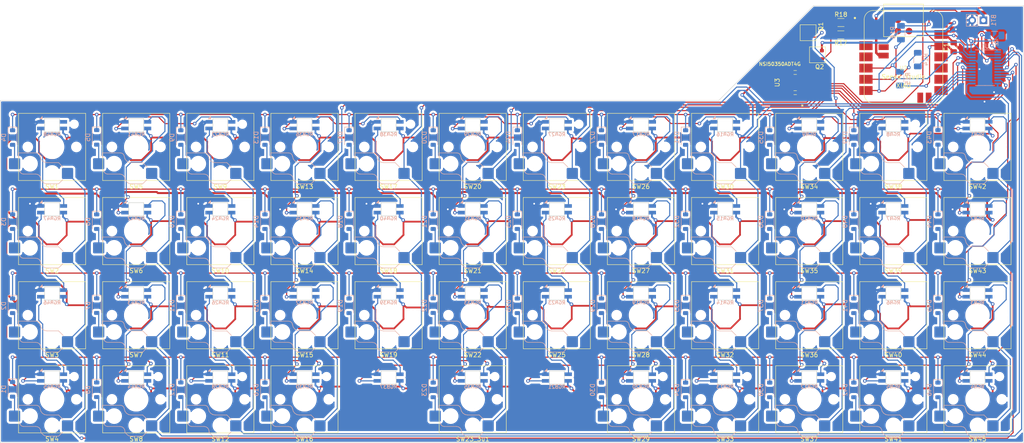
<source format=kicad_pcb>
(kicad_pcb (version 20221018) (generator pcbnew)
  (layers (0 "F.Cu" signal) (31 "B.Cu" signal) (34 "B.Paste" user) (35 "F.Paste" user) (36 "B.SilkS" user "B.Silkscreen") (37 "F.SilkS" user "F.Silkscreen") (38 "B.Mask" user) (39 "F.Mask" user) (44 "Edge.Cuts" user))
  (net 0 "")
  (net 1 "Net-(BT1-+)")
  (net 2 "LINE 4")
  (net 3 "Net-(D1-A)")
  (net 4 "LINE 3")
  (net 5 "Net-(D2-A)")
  (net 6 "LINE 2")
  (net 7 "Net-(D3-A)")
  (net 8 "LINE 1")
  (net 9 "Net-(D4-A)")
  (net 10 "Net-(D5-A)")
  (net 11 "Net-(D6-A)")
  (net 12 "Net-(D7-A)")
  (net 13 "Net-(D8-A)")
  (net 14 "Net-(D9-A)")
  (net 15 "Net-(D10-A)")
  (net 16 "Net-(D11-A)")
  (net 17 "Net-(D12-A)")
  (net 18 "Net-(D13-A)")
  (net 19 "Net-(D14-A)")
  (net 20 "Net-(D15-A)")
  (net 21 "Net-(D16-A)")
  (net 22 "Net-(D17-A)")
  (net 23 "Net-(D18-A)")
  (net 24 "Net-(D19-A)")
  (net 25 "Net-(D20-A)")
  (net 26 "Net-(D21-A)")
  (net 27 "Net-(D22-A)")
  (net 28 "Net-(D23-A)")
  (net 29 "Net-(D24-A)")
  (net 30 "Net-(D25-A)")
  (net 31 "Net-(D26-A)")
  (net 32 "Net-(D27-A)")
  (net 33 "Net-(D28-A)")
  (net 34 "Net-(D29-A)")
  (net 35 "Net-(D30-A)")
  (net 36 "Net-(D31-A)")
  (net 37 "Net-(D32-A)")
  (net 38 "Net-(D33-A)")
  (net 39 "Net-(D34-A)")
  (net 40 "Net-(D35-A)")
  (net 41 "Net-(D36-A)")
  (net 42 "Net-(D37-A)")
  (net 43 "Net-(D38-A)")
  (net 44 "Net-(D39-A)")
  (net 45 "Net-(D40-A)")
  (net 46 "Net-(D41-A)")
  (net 47 "Net-(D42-A)")
  (net 48 "Net-(D43-A)")
  (net 49 "Net-(D44-A)")
  (net 50 "Net-(D45-A)")
  (net 51 "Net-(D46-A)")
  (net 52 "GND")
  (net 53 "RGB_MC")
  (net 54 "Net-(U1-~{RESET})")
  (net 55 "VCC_3V3")
  (net 56 "COL 1")
  (net 57 "COL 2")
  (net 58 "COL 3")
  (net 59 "COL 4")
  (net 60 "COL 5")
  (net 61 "COL 6")
  (net 62 "COL 7")
  (net 63 "COL 8")
  (net 64 "COL 9")
  (net 65 "COL 10")
  (net 66 "COL 11")
  (net 67 "COL 12")
  (net 68 "INT")
  (net 69 "I2C_BUS_SDA")
  (net 70 "I2C_BUS_SCL")
  (net 76 "VCC_5V")
  (net 82 "Net-(RGB1-DOUT)")
  (net 83 "Net-(RGB2-DOUT)")
  (net 84 "Net-(RGB3-DOUT)")
  (net 85 "Net-(RGB4-DOUT)")
  (net 86 "Net-(RGB5-DOUT)")
  (net 87 "Net-(RGB6-DOUT)")
  (net 88 "Net-(RGB7-DOUT)")
  (net 89 "Net-(RGB8-DOUT)")
  (net 90 "Net-(RGB10-DIN)")
  (net 91 "Net-(RGB10-DOUT)")
  (net 92 "Net-(RGB11-DOUT)")
  (net 93 "Net-(RGB12-DOUT)")
  (net 94 "Net-(RGB13-DOUT)")
  (net 95 "Net-(RGB14-DOUT)")
  (net 96 "Net-(RGB15-DOUT)")
  (net 97 "Net-(RGB16-DOUT)")
  (net 98 "Net-(RGB17-DOUT)")
  (net 99 "Net-(RGB18-DOUT)")
  (net 100 "Net-(RGB19-DOUT)")
  (net 101 "Net-(RGB20-DOUT)")
  (net 102 "Net-(RGB21-DOUT)")
  (net 103 "Net-(RGB22-DOUT)")
  (net 104 "Net-(RGB22-DIN)")
  (net 105 "Net-(RGB23-DOUT)")
  (net 106 "Net-(RGB24-DIN)")
  (net 107 "Net-(RGB25-DOUT)")
  (net 108 "Net-(RGB26-DIN)")
  (net 109 "Net-(RGB27-DOUT)")
  (net 110 "Net-(RGB28-DIN)")
  (net 111 "Net-(RGB29-DOUT)")
  (net 112 "Net-(RGB30-DIN)")
  (net 113 "Net-(RGB31-DOUT)")
  (net 114 "Net-(RGB32-DIN)")
  (net 115 "Net-(RGB33-DOUT)")
  (net 116 "Net-(RGB34-DIN)")
  (net 117 "Net-(RGB35-DOUT)")
  (net 118 "Net-(RGB36-DIN)")
  (net 119 "Net-(RGB37-DOUT)")
  (net 120 "Net-(RGB38-DIN)")
  (net 121 "Net-(RGB39-DOUT)")
  (net 122 "Net-(RGB41-DOUT)")
  (net 123 "Net-(RGB42-DOUT)")
  (net 124 "Net-(RGB43-DOUT)")
  (net 125 "Net-(RGB44-DOUT)")
  (net 126 "Net-(RGB45-DOUT)")
  (net 127 "Net-(RGB46-DOUT)")
  (net 128 "Net-(RGB47-DOUT)")
  (net 130 "Net-(RGB1-VDD)")
  (net 132 "Net-(Q1-D)")
  (net 133 "Net-(Q1-G)")
  (net 134 "Net-(Q1-S)")
  (net 135 "Net-(Q2-G)")
  (net 136 "RGB_ON")
  (footprint "PCM_Switch_Keyboard_Hotswap_Kailh:SW_Hotswap_Kailh_Choc_V1V2_3.00u" (layer "F.Cu") (at 129.85 127.35 180)
    (fp_text reference "SW23_3u1")
    (fp_text value "SW_Kailh_3u")
  )
  (footprint "PCM_Switch_Keyboard_Hotswap_Kailh:SW_Hotswap_Kailh_Choc_V1V2_1.00u" (layer "F.Cu") (at 206.05 89.25 180)
    (fp_text reference "SW35")
    (fp_text value "SW_Kailh_1u")
  )
  (footprint "PCM_Switch_Keyboard_Hotswap_Kailh:SW_Hotswap_Kailh_Choc_V1V2_1.00u" (layer "F.Cu") (at 167.95 127.35 180)
    (fp_text reference "SW29")
    (fp_text value "SW_Kailh_1u")
  )
  (footprint "PCM_Switch_Keyboard_Hotswap_Kailh:SW_Hotswap_Kailh_Choc_V1V2_1.00u" (layer "F.Cu") (at 129.85 89.25 180)
    (fp_text reference "SW21")
    (fp_text value "SW_Kailh_1u")
  )
  (footprint "PCM_Switch_Keyboard_Hotswap_Kailh:SW_Hotswap_Kailh_Choc_V1V2_1.00u" (layer "F.Cu") (at 129.85 108.3 180)
    (fp_text reference "SW22")
    (fp_text value "SW_Kailh_1u")
  )
  (footprint "PCM_Switch_Keyboard_Hotswap_Kailh:SW_Hotswap_Kailh_Choc_V1V2_1.00u" (layer "F.Cu") (at 206.05 108.3 180)
    (fp_text reference "SW36")
    (fp_text value "SW_Kailh_1u")
  )
  (footprint "PCM_Switch_Keyboard_Hotswap_Kailh:SW_Hotswap_Kailh_Choc_V1V2_1.00u" (layer "F.Cu") (at 148.9 108.3 180)
    (fp_text reference "SW25")
    (fp_text value "SW_Kailh_1u")
  )
  (footprint "PCM_Switch_Keyboard_Hotswap_Kailh:SW_Hotswap_Kailh_Choc_V1V2_1.00u" (layer "F.Cu") (at 72.7 108.3 180)
    (fp_text reference "SW11")
    (fp_text value "SW_Kailh_1u")
  )
  (footprint "PCM_Switch_Keyboard_Hotswap_Kailh:SW_Hotswap_Kailh_Choc_V1V2_1.00u" (layer "F.Cu") (at 167.95 108.3 180)
    (fp_text reference "SW28")
    (fp_text value "SW_Kailh_1u")
  )
  (footprint "PCM_Switch_Keyboard_Hotswap_Kailh:SW_Hotswap_Kailh_Choc_V1V2_1.00u" (layer "F.Cu") (at 244.15 70.2 180)
    (fp_text reference "SW42")
    (fp_text value "SW_Kailh_1u")
  )
  (footprint "PCM_Switch_Keyboard_Hotswap_Kailh:SW_Hotswap_Kailh_Choc_V1V2_1.00u" (layer "F.Cu") (at 187 89.25 180)
    (fp_text reference "SW31")
    (fp_text value "SW_Kailh_1u")
  )
  (footprint "PCM_Switch_Keyboard_Hotswap_Kailh:SW_Hotswap_Kailh_Choc_V1V2_1.00u" (layer "F.Cu") (at 91.75 108.3 180)
    (fp_text reference "SW15")
    (fp_text value "SW_Kailh_1u")
  )
  (footprint "PCM_Switch_Keyboard_Hotswap_Kailh:SW_Hotswap_Kailh_Choc_V1V2_1.00u" (layer "F.Cu") (at 53.65 89.25 180)
    (fp_text reference "SW6")
    (fp_text value "SW_Kailh_1u")
  )
  (footprint "PCM_Switch_Keyboard_Hotswap_Kailh:SW_Hotswap_Kailh_Choc_V1V2_1.00u" (layer "F.Cu") (at 187 127.35 180)
    (fp_text reference "SW33")
    (fp_text value "SW_Kailh_1u")
  )
  (footprint "PCM_Switch_Keyboard_Hotswap_Kailh:SW_Hotswap_Kailh_Choc_V1V2_1.00u" (layer "F.Cu") (at 72.7 70.2 180)
    (fp_text reference "SW9")
    (fp_text value "SW_Kailh_1u")
  )
  (footprint "Resistor_SMD:R_1206_3216Metric_Pad1.30x1.75mm_HandSolder" (layer "F.Cu") (at 213.207 44.831 180)
    (fp_text reference "R17")
    (fp_text value "10k")
  )
  (footprint "PCM_Switch_Keyboard_Hotswap_Kailh:SW_Hotswap_Kailh_Choc_V1V2_1.00u" (layer "F.Cu") (at 187 108.3 180)
    (fp_text reference "SW32")
    (fp_text value "SW_Kailh_1u")
  )
  (footprint "PCM_Switch_Keyboard_Hotswap_Kailh:SW_Hotswap_Kailh_Choc_V1V2_1.00u" (layer "F.Cu") (at 34.6 89.25 180)
    (fp_text reference "SW2")
    (fp_text value "SW_Kailh_1u")
  )
  (footprint "PCM_Switch_Keyboard_Hotswap_Kailh:SW_Hotswap_Kailh_Choc_V1V2_1.00u" (layer "F.Cu") (at 110.8 70.2 180)
    (fp_text reference "SW17")
    (fp_text value "SW_Kailh_1u")
  )
  (footprint "PCM_Switch_Keyboard_Hotswap_Kailh:SW_Hotswap_Kailh_Choc_V1V2_1.00u" (layer "F.Cu") (at 206.05 127.35 180)
    (fp_text reference "SW37")
    (fp_text value "SW_Kailh_1u")
  )
  (footprint "Capacitor_SMD:C_0805_2012Metric_Pad1.18x1.45mm_HandSolder" (layer "F.Cu") (at 238.76 47.625 90)
    (fp_text reference "C1")
    (fp_text value "1uF")
  )
  (footprint "PCM_Switch_Keyboard_Hotswap_Kailh:SW_Hotswap_Kailh_Choc_V1V2_1.00u" (layer "F.Cu") (at 53.65 70.2 180)
    (fp_text reference "SW5")
    (fp_text value "SW_Kailh_1u")
  )
  (footprint "PCM_Switch_Keyboard_Hotswap_Kailh:SW_Hotswap_Kailh_Choc_V1V2_1.00u" (layer "F.Cu") (at 110.8 89.25 180)
    (fp_text reference "SW18")
    (fp_text value "SW_Kailh_1u")
  )
  (footprint "PCM_Switch_Keyboard_Hotswap_Kailh:SW_Hotswap_Kailh_Choc_V1V2_1.00u" (layer "F.Cu") (at 206.05 70.2 180)
    (fp_text reference "SW34")
    (fp_text value "SW_Kailh_1u")
  )
  (footprint "PCM_Switch_Keyboard_Hotswap_Kailh:SW_Hotswap_Kailh_Choc_V1V2_1.00u" (layer "F.Cu") (at 225.1 127.35 180)
    (fp_text reference "SW41")
    (fp_text value "SW_Kailh_1u")
  )
  (footprint "PCM_Switch_Keyboard_Hotswap_Kailh:SW_Hotswap_Kailh_Choc_V1V2_1.00u" (layer "F.Cu") (at 148.9 89.25 180)
    (fp_text reference "SW24")
    (fp_text value "SW_Kailh_1u")
  )
  (footprint "PCM_Switch_Keyboard_Hotswap_Kailh:SW_Hotswap_Kailh_Choc_V1V2_1.00u" (layer "F.Cu") (at 225.1 108.3 180)
    (fp_text reference "SW40")
    (fp_text value "SW_Kailh_1u")
  )
  (footprint "PCM_Switch_Keyboard_Hotswap_Kailh:SW_Hotswap_Kailh_Choc_V1V2_1.00u" (layer "F.Cu") (at 225.1 70.2 180)
    (fp_text reference "SW38")
    (fp_text value "SW_Kailh_1u")
  )
  (footprint "PCM_Switch_Keyboard_Hotswap_Kailh:SW_Hotswap_Kailh_Choc_V1V2_1.00u" (layer "F.Cu") (at 187 70.2 180)
    (fp_text reference "SW30")
    (fp_text value "SW_Kailh_1u")
  )
  (footprint "Seeed Studio XIAO Series Library:XIAO-nRF52840-Sense-14P-2.54-21X17.8MM" (layer "F.Cu") (at 227.392 49.805)
    (fp_text reference "U2")
    (fp_text value "Seeed Studio XIAO SAMD21" hide)
  )
  (footprint "PCM_Switch_Keyboard_Hotswap_Kailh:SW_Hotswap_Kailh_Choc_V1V2_1.00u" (layer "F.Cu") (at 91.75 70.2 180)
    (fp_text reference "SW13")
    (fp_text value "SW_Kailh_1u")
  )
  (footprint "PCM_Switch_Keyboard_Hotswap_Kailh:SW_Hotswap_Kailh_Choc_V1V2_1.00u" (layer "F.Cu") (at 244.15 127.35 180)
    (fp_text reference "SW45")
    (fp_text value "SW_Kailh_1u")
  )
  (footprint "footprints:NSI50350ADT4G" (layer "F.Cu") (at 198.8185 55.626 90)
    (fp_text reference "U3")
    (fp_text value "NSI50350ADT4G")
  )
  (footprint "PCM_Switch_Keyboard_Hotswap_Kailh:SW_Hotswap_Kailh_Choc_V1V2_1.00u" (layer "F.Cu") (at 34.6 70.2 180)
    (fp_text reference "SW1")
    (fp_text value "SW_Kailh_1u")
  )
  (footprint "PCM_Switch_Keyboard_Hotswap_Kailh:SW_Hotswap_Kailh_Choc_V1V2_1.00u" (layer "F.Cu") (at 34.6 127.35 180)
    (fp_text reference "SW4")
    (fp_text value "SW_Kailh_1u")
  )
  (footprint "PCM_Switch_Keyboard_Hotswap_Kailh:SW_Hotswap_Kailh_Choc_V1V2_1.00u" (layer "F.Cu") (at 110.8 108.3 180)
    (fp_text reference "SW19")
    (fp_text value "SW_Kailh_1u")
  )
  (footprint "PCM_Switch_Keyboard_Hotswap_Kailh:SW_Hotswap_Kailh_Choc_V1V2_1.00u" (layer "F.Cu") (at 167.95 89.25 180)
    (fp_text reference "SW27")
    (fp_text value "SW_Kailh_1u")
  )
  (footprint "Resistor_SMD:R_1206_3216Metric_Pad1.30x1.75mm_HandSolder" (layer "F.Cu") (at 213.233 42.037)
    (fp_text reference "R18")
    (fp_text value "10k")
  )
  (footprint "PCM_Switch_Keyboard_Hotswap_Kailh:SW_Hotswap_Kailh_Choc_V1V2_1.00u" (layer "F.Cu") (at 167.95 70.2 180)
    (fp_text reference "SW26")
    (fp_text value "SW_Kailh_1u")
  )
  (footprint "PCM_Package_TO_SOT_SMD_AKL:SOT-23" (layer "F.Cu") (at 205.792 44.339 -90)
    (fp_text reference "Q1")
    (fp_text value "BSS138" hide)
  )
  (footprint "PCM_Switch_Keyboard_Hotswap_Kailh:SW_Hotswap_Kailh_Choc_V1V2_1.00u" (layer "F.Cu") (at 91.75 127.35 180)
    (fp_text reference "SW16")
    (fp_text value "SW_Kailh_1u")
  )
  (footprint "PCM_Switch_Keyboard_Hotswap_Kailh:SW_Hotswap_Kailh_Choc_V1V2_1.00u" (layer "F.Cu") (at 34.6 108.3 180)
    (fp_text reference "SW3")
    (fp_text value "SW_Kailh_1u")
  )
  (footprint "PCM_Switch_Keyboard_Hotswap_Kailh:SW_Hotswap_Kailh_Choc_V1V2_1.00u" (layer "F.Cu") (at 129.85 70.2 180)
    (fp_text reference "SW20")
    (fp_text value "SW_Kailh_1u")
  )
  (footprint "PCM_Switch_Keyboard_Hotswap_Kailh:SW_Hotswap_Kailh_Choc_V1V2_1.00u" (layer "F.Cu") (at 225.1 89.25 180)
    (fp_text reference "SW39")
    (fp_text value "SW_Kailh_1u")
  )
  (footprint "PCM_Switch_Keyboard_Hotswap_Kailh:SW_Hotswap_Kailh_Choc_V1V2_1.00u" (layer "F.Cu") (at 244.15 89.25 180)
    (fp_text reference "SW43")
    (fp_text value "SW_Kailh_1u")
  )
  (footprint "PCM_Switch_Keyboard_Hotswap_Kailh:SW_Hotswap_Kailh_Choc_V1V2_1.00u" (layer "F.Cu") (at 53.65 127.35 180)
    (fp_text reference "SW8")
    (fp_text value "SW_Kailh_1u")
  )
  (footprint "PCM_Switch_Keyboard_Hotswap_Kailh:SW_Hotswap_Kailh_Choc_V1V2_1.00u" (layer "F.Cu") (at 244.15 108.3 180)
    (fp_text reference "SW44")
    (fp_text value "SW_Kailh_1u")
  )
  (footprint "PCM_Switch_Keyboard_Hotswap_Kailh:SW_Hotswap_Kailh_Choc_V1V2_1.00u" (layer "F.Cu") (at 72.7 127.35 180)
    (fp_text reference "SW12")
    (fp_text value "SW_Kailh_1u")
  )
  (footprint "PCM_Switch_Keyboard_Hotswap_Kailh:SW_Hotswap_Kailh_Choc_V1V2_1.00u" (layer "F.Cu") (at 91.75 89.25 180)
    (fp_text reference "SW14")
    (fp_text value "SW_Kailh_1u")
  )
  (footprint "PCM_Package_TO_SOT_SMD_AKL:SOT-23" (layer "F.Cu") (at 207.915 49.342 180)
    (fp_text reference "Q2")
    (fp_text value "BSS138" hide)
  )
  (footprint "PCM_Switch_Keyboard_Hotswap_Kailh:SW_Hotswap_Kailh_Choc_V1V2_1.00u" (layer "F.Cu") (at 53.65 108.3 180)
    (fp_text reference "SW7")
    (fp_text value "SW_Kailh_1u")
  )
  (footprint "PCM_Switch_Keyboard_Hotswap_Kailh:SW_Hotswap_Kailh_Choc_V1V2_1.00u" (layer "F.Cu") (at 72.7 89.25 180)
    (fp_text reference "SW10")
    (fp_text value "SW_Kailh_1u")
  )
  (footprint "PCM_Switch_Keyboard_Hotswap_Kailh:SW_Hotswap_Kailh_Choc_V1V2_1.00u" (layer "F.Cu") (at 148.9 70.2 180)
    (fp_text reference "SW23")
    (fp_text value "SW_Kailh_1u")
  )
  (footprint "Keebio-Parts.pretty-master:SK6812-MINI-E" (layer "B.Cu") (at 91.75 122.42 180)
    (fp_text reference "RGB30")
    (fp_text value "~" hide)
    (fp_line (start -1.7 -1.5) (end -1.7 1.5) (stroke (width 0.12)) (layer "Edge.Cuts"))
    (fp_line (start -1.7 1.5) (end 1.7 1.5) (stroke (width 0.12)) (layer "Edge.Cuts"))
    (fp_line (start 1.7 -1.5) (end -1.7 -1.5) (stroke (width 0.12)) (layer "Edge.Cuts"))
    (fp_line (start 1.7 1.5) (end 1.7 -1.5) (stroke (width 0.12)) (layer "Edge.Cuts"))
  )
  (footprint "Keebio-Parts.pretty-master:SK6812-MINI-E" (layer "B.Cu") (at 53.65 122.42 180)
    (fp_text reference "RGB44")
    (fp_text value "~" hide)
    (fp_line (start -1.7 -1.5) (end -1.7 1.5) (stroke (width 0.12)) (layer "Edge.Cuts"))
    (fp_line (start -1.7 1.5) (end 1.7 1.5) (stroke (width 0.12)) (layer "Edge.Cuts"))
    (fp_line (start 1.7 -1.5) (end -1.7 -1.5) (stroke (width 0.12)) (layer "Edge.Cuts"))
    (fp_line (start 1.7 1.5) (end 1.7 -1.5) (stroke (width 0.12)) (layer "Edge.Cuts"))
  )
  (footprint "Diode_SMD:D_SOD-123" (layer "B.Cu") (at 63.754 125.1855 -90)
    (fp_text reference "D12")
    (fp_text value "1N4148W")
  )
  (footprint "Diode_SMD:D_SOD-123" (layer "B.Cu") (at 82.804 106.172 -90)
    (fp_text reference "D15")
    (fp_text value "1N4148W")
  )
  (footprint "Keebio-Parts.pretty-master:SK6812-MINI-E" (layer "B.Cu") (at 53.65 84.32 180)
    (fp_text reference "RGB42")
    (fp_text value "~" hide)
    (fp_line (start -1.7 -1.5) (end -1.7 1.5) (stroke (width 0.12)) (layer "Edge.Cuts"))
    (fp_line (start -1.7 1.5) (end 1.7 1.5) (stroke (width 0.12)) (layer "Edge.Cuts"))
    (fp_line (start 1.7 -1.5) (end -1.7 -1.5) (stroke (width 0.12)) (layer "Edge.Cuts"))
    (fp_line (start 1.7 1.5) (end 1.7 -1.5) (stroke (width 0.12)) (layer "Edge.Cuts"))
  )
  (footprint "Keebio-Parts.pretty-master:SK6812-MINI-E" (layer "B.Cu") (at 34.6 103.37 180)
    (fp_text reference "RGB46")
    (fp_text value "~" hide)
    (fp_line (start -1.7 -1.5) (end -1.7 1.5) (stroke (width 0.12)) (layer "Edge.Cuts"))
    (fp_line (start -1.7 1.5) (end 1.7 1.5) (stroke (width 0.12)) (layer "Edge.Cuts"))
    (fp_line (start 1.7 -1.5) (end -1.7 -1.5) (stroke (width 0.12)) (layer "Edge.Cuts"))
    (fp_line (start 1.7 1.5) (end 1.7 -1.5) (stroke (width 0.12)) (layer "Edge.Cuts"))
  )
  (footprint "Keebio-Parts.pretty-master:SK6812-MINI-E" (layer "B.Cu") (at 148.9 122.42 180)
    (fp_text reference "RGB21")
    (fp_text value "~" hide)
    (fp_line (start -1.7 -1.5) (end -1.7 1.5) (stroke (width 0.12)) (layer "Edge.Cuts"))
    (fp_line (start -1.7 1.5) (end 1.7 1.5) (stroke (width 0.12)) (layer "Edge.Cuts"))
    (fp_line (start 1.7 -1.5) (end -1.7 -1.5) (stroke (width 0.12)) (layer "Edge.Cuts"))
    (fp_line (start 1.7 1.5) (end 1.7 -1.5) (stroke (width 0.12)) (layer "Edge.Cuts"))
  )
  (footprint "Diode_SMD:D_SOD-123" (layer "B.Cu") (at 235.204 106.172 -90)
    (fp_text reference "D45")
    (fp_text value "1N4148W")
  )
  (footprint "Keebio-Parts.pretty-master:SK6812-MINI-E" (layer "B.Cu") (at 72.7 122.42 180)
    (fp_text reference "RGB28")
    (fp_text value "~" hide)
    (fp_line (start -1.7 -1.5) (end -1.7 1.5) (stroke (width 0.12)) (layer "Edge.Cuts"))
    (fp_line (start -1.7 1.5) (end 1.7 1.5) (stroke (width 0.12)) (layer "Edge.Cuts"))
    (fp_line (start 1.7 -1.5) (end -1.7 -1.5) (stroke (width 0.12)) (layer "Edge.Cuts"))
    (fp_line (start 1.7 1.5) (end 1.7 -1.5) (stroke (width 0.12)) (layer "Edge.Cuts"))
  )
  (footprint "Diode_SMD:D_SOD-123" (layer "B.Cu") (at 44.704 68.0355 -90)
    (fp_text reference "D5")
    (fp_text value "1N4148W")
  )
  (footprint "Diode_SMD:D_SOD-123" (layer "B.Cu") (at 216.154 87.122 -90)
    (fp_text reference "D40")
    (fp_text value "1N4148W")
  )
  (footprint "Keebio-Parts.pretty-master:SK6812-MINI-E" (layer "B.Cu") (at 148.9 103.37 180)
    (fp_text reference "RGB23")
    (fp_text value "~" hide)
    (fp_line (start -1.7 -1.5) (end -1.7 1.5) (stroke (width 0.12)) (layer "Edge.Cuts"))
    (fp_line (start -1.7 1.5) (end 1.7 1.5) (stroke (width 0.12)) (layer "Edge.Cuts"))
    (fp_line (start 1.7 -1.5) (end -1.7 -1.5) (stroke (width 0.12)) (layer "Edge.Cuts"))
    (fp_line (start 1.7 1.5) (end 1.7 -1.5) (stroke (width 0.12)) (layer "Edge.Cuts"))
  )
  (footprint "Resistor_SMD:R_1206_3216Metric_Pad1.30x1.75mm_HandSolder" (layer "B.Cu") (at 248.031 44.958)
    (fp_text reference "R1")
    (fp_text value "10k")
  )
  (footprint "Diode_SMD:D_SOD-123" (layer "B.Cu") (at 44.704 106.1355 -90)
    (fp_text reference "D7")
    (fp_text value "1N4148W")
  )
  (footprint "Keebio-Parts.pretty-master:SK6812-MINI-E" (layer "B.Cu") (at 167.95 65.27 180)
    (fp_text reference "RGB17")
    (fp_text value "~" hide)
    (fp_line (start -1.7 -1.5) (end -1.7 1.5) (stroke (width 0.12)) (layer "Edge.Cuts"))
    (fp_line (start -1.7 1.5) (end 1.7 1.5) (stroke (width 0.12)) (layer "Edge.Cuts"))
    (fp_line (start 1.7 -1.5) (end -1.7 -1.5) (stroke (width 0.12)) (layer "Edge.Cuts"))
    (fp_line (start 1.7 1.5) (end 1.7 -1.5) (stroke (width 0.12)) (layer "Edge.Cuts"))
  )
  (footprint "Keebio-Parts.pretty-master:SK6812-MINI-E" (layer "B.Cu") (at 244.15 103.37 180)
    (fp_text reference "RGB3")
    (fp_text value "~" hide)
    (fp_line (start -1.7 -1.5) (end -1.7 1.5) (stroke (width 0.12)) (layer "Edge.Cuts"))
    (fp_line (start -1.7 1.5) (end 1.7 1.5) (stroke (width 0.12)) (layer "Edge.Cuts"))
    (fp_line (start 1.7 -1.5) (end -1.7 -1.5) (stroke (width 0.12)) (layer "Edge.Cuts"))
    (fp_line (start 1.7 1.5) (end 1.7 -1.5) (stroke (width 0.12)) (layer "Edge.Cuts"))
  )
  (footprint "Keebio-Parts.pretty-master:SK6812-MINI-E" (layer "B.Cu") (at 129.85 122.42 180)
    (fp_text reference "RGB35")
    (fp_text value "~" hide)
    (fp_line (start -1.7 -1.5) (end -1.7 1.5) (stroke (width 0.12)) (layer "Edge.Cuts"))
    (fp_line (start -1.7 1.5) (end 1.7 1.5) (stroke (width 0.12)) (layer "Edge.Cuts"))
    (fp_line (start 1.7 -1.5) (end -1.7 -1.5) (stroke (width 0.12)) (layer "Edge.Cuts"))
    (fp_line (start 1.7 1.5) (end 1.7 -1.5) (stroke (width 0.12)) (layer "Edge.Cuts"))
  )
  (footprint "Keebio-Parts.pretty-master:SK6812-MINI-E" (layer "B.Cu") (at 91.75 103.37 180)
    (fp_text reference "RGB32")
    (fp_text value "~" hide)
    (fp_line (start -1.7 -1.5) (end -1.7 1.5) (stroke (width 0.12)) (layer "Edge.Cuts"))
    (fp_line (start -1.7 1.5) (end 1.7 1.5) (stroke (width 0.12)) (layer "Edge.Cuts"))
    (fp_line (start 1.7 -1.5) (end -1.7 -1.5) (stroke (width 0.12)) (layer "Edge.Cuts"))
    (fp_line (start 1.7 1.5) (end 1.7 -1.5) (stroke (width 0.12)) (layer "Edge.Cuts"))
  )
  (footprint "Keebio-Parts.pretty-master:SK6812-MINI-E" (layer "B.Cu") (at 225.1 122.42 180)
    (fp_text reference "RGB5")
    (fp_text value "~" hide)
    (fp_line (start -1.7 -1.5) (end -1.7 1.5) (stroke (width 0.12)) (layer "Edge.Cuts"))
    (fp_line (start -1.7 1.5) (end 1.7 1.5) (stroke (width 0.12)) (layer "Edge.Cuts"))
    (fp_line (start 1.7 -1.5) (end -1.7 -1.5) (stroke (width 0.12)) (layer "Edge.Cuts"))
    (fp_line (start 1.7 1.5) (end 1.7 -1.5) (stroke (width 0.12)) (layer "Edge.Cuts"))
  )
  (footprint "Diode_SMD:D_SOD-123" (layer "B.Cu") (at 101.854 106.172 -90)
    (fp_text reference "D19")
    (fp_text value "1N4148W")
  )
  (footprint "Diode_SMD:D_SOD-123" (layer "B.Cu") (at 120.904 68.072 -90)
    (fp_text reference "D20")
    (fp_text value "1N4148W")
  )
  (footprint "Keebio-Parts.pretty-master:SK6812-MINI-E" (layer "B.Cu") (at 167.95 84.32 180)
    (fp_text reference "RGB18")
    (fp_text value "~" hide)
    (fp_line (start -1.7 -1.5) (end -1.7 1.5) (stroke (width 0.12)) (layer "Edge.Cuts"))
    (fp_line (start -1.7 1.5) (end 1.7 1.5) (stroke (width 0.12)) (layer "Edge.Cuts"))
    (fp_line (start 1.7 -1.5) (end -1.7 -1.5) (stroke (width 0.12)) (layer "Edge.Cuts"))
    (fp_line (start 1.7 1.5) (end 1.7 -1.5) (stroke (width 0.12)) (layer "Edge.Cuts"))
  )
  (footprint "Diode_SMD:D_SOD-123" (layer "B.Cu") (at 178.054 68.072 -90)
    (fp_text reference "D31")
    (fp_text value "1N4148W")
  )
  (footprint "Keebio-Parts.pretty-master:SK6812-MINI-E" (layer "B.Cu") (at 187 103.37 180)
    (fp_text reference "RGB14")
    (fp_text value "~" hide)
    (fp_line (start -1.7 -1.5) (end -1.7 1.5) (stroke (width 0.12)) (layer "Edge.Cuts"))
    (fp_line (start -1.7 1.5) (end 1.7 1.5) (stroke (width 0.12)) (layer "Edge.Cuts"))
    (fp_line (start 1.7 -1.5) (end -1.7 -1.5) (stroke (width 0.12)) (layer "Edge.Cuts"))
    (fp_line (start 1.7 1.5) (end 1.7 -1.5) (stroke (width 0.12)) (layer "Edge.Cuts"))
  )
  (footprint "Resistor_SMD:R_1206_3216Metric_Pad1.30x1.75mm_HandSolder" (layer "B.Cu") (at 230.632 50.419 90)
    (fp_text reference "R14")
    (fp_text value "10k")
  )
  (footprint "Diode_SMD:D_SOD-123" (layer "B.Cu") (at 139.954 68.072 -90)
    (fp_text reference "D24")
    (fp_text value "1N4148W")
  )
  (footprint "Diode_SMD:D_SOD-123" (layer "B.Cu") (at 159.004 68.072 -90)
    (fp_text reference "D27")
    (fp_text value "1N4148W")
  )
  (footprint "Package_SO:TSSOP-24_4.4x7.8mm_P0.65mm" (layer "B.Cu") (at 245.853 52.2555 180)
    (fp_text reference "U1")
    (fp_text value "PCAL6416APW")
  )
  (footprint "Diode_SMD:D_SOD-123" (layer "B.Cu") (at 159.004 106.172 -90)
    (fp_text reference "D29")
    (fp_text value "1N4148W")
  )
  (footprint "Keebio-Parts.pretty-master:SK6812-MINI-E" (layer "B.Cu") (at 167.95 122.42 180)
    (fp_text reference "RGB20")
    (fp_text value "~" hide)
    (fp_line (start -1.7 -1.5) (end -1.7 1.5) (stroke (width 0.12)) (layer "Edge.Cuts"))
    (fp_line (start -1.7 1.5) (end 1.7 1.5) (stroke (width 0.12)) (layer "Edge.Cuts"))
    (fp_line (start 1.7 -1.5) (end -1.7 -1.5) (stroke (width 0.12)) (layer "Edge.Cuts"))
    (fp_line (start 1.7 1.5) (end 1.7 -1.5) (stroke (width 0.12)) (layer "Edge.Cuts"))
  )
  (footprint "Keebio-Parts.pretty-master:SK6812-MINI-E" (layer "B.Cu") (at 110.8 65.27 180)
    (fp_text reference "RGB38")
    (fp_text value "~" hide)
    (fp_line (start -1.7 -1.5) (end -1.7 1.5) (stroke (width 0.12)) (layer "Edge.Cuts"))
    (fp_line (start -1.7 1.5) (end 1.7 1.5) (stroke (width 0.12)) (layer "Edge.Cuts"))
    (fp_line (start 1.7 -1.5) (end -1.7 -1.5) (stroke (width 0.12)) (layer "Edge.Cuts"))
    (fp_line (start 1.7 1.5) (end 1.7 -1.5) (stroke (width 0.12)) (layer "Edge.Cuts"))
  )
  (footprint "Diode_SMD:D_SOD-123" (layer "B.Cu") (at 63.754 106.172 -90)
    (fp_text reference "D11")
    (fp_text value "1N4148W")
  )
  (footprint "Diode_SMD:D_SOD-123" (layer "B.Cu") (at 82.804 87.122 -90)
    (fp_text reference "D14")
    (fp_text value "1N4148W")
  )
  (footprint "Keebio-Parts.pretty-master:SK6812-MINI-E" (layer "B.Cu") (at 91.75 65.27 180)
    (fp_text reference "RGB36")
    (fp_text value "~" hide)
    (fp_line (start -1.7 -1.5) (end -1.7 1.5) (stroke (width 0.12)) (layer "Edge.Cuts"))
    (fp_line (start -1.7 1.5) (end 1.7 1.5) (stroke (width 0.12)) (layer "Edge.Cuts"))
    (fp_line (start 1.7 -1.5) (end -1.7 -1.5) (stroke (width 0.12)) (layer "Edge.Cuts"))
    (fp_line (start 1.7 1.5) (end 1.7 -1.5) (stroke (width 0.12)) (layer "Edge.Cuts"))
  )
  (footprint "Keebio-Parts.pretty-master:SK6812-MINI-E" (layer "B.Cu") (at 244.15 65.27 180)
    (fp_text reference "RGB1")
    (fp_text value "~" hide)
    (fp_line (start -1.7 -1.5) (end -1.7 1.5) (stroke (width 0.12)) (layer "Edge.Cuts"))
    (fp_line (start -1.7 1.5) (end 1.7 1.5) (stroke (width 0.12)) (layer "Edge.Cuts"))
    (fp_line (start 1.7 -1.5) (end -1.7 -1.5) (stroke (width 0.12)) (layer "Edge.Cuts"))
    (fp_line (start 1.7 1.5) (end 1.7 -1.5) (stroke (width 0.12)) (layer "Edge.Cuts"))
  )
  (footprint "Keebio-Parts.pretty-master:SK6812-MINI-E" (layer "B.Cu") (at 148.9 65.27 180)
    (fp_text reference "RGB27")
    (fp_text value "~" hide)
    (fp_line (start -1.7 -1.5) (end -1.7 1.5) (stroke (width 0.12)) (layer "Edge.Cuts"))
    (fp_line (start -1.7 1.5) (end 1.7 1.5) (stroke (width 0.12)) (layer "Edge.Cuts"))
    (fp_line (start 1.7 -1.5) (end -1.7 -1.5) (stroke (width 0.12)) (layer "Edge.Cuts"))
    (fp_line (start 1.7 1.5) (end 1.7 -1.5) (stroke (width 0.12)) (layer "Edge.Cuts"))
  )
  (footprint "Diode_SMD:D_SOD-123" (layer "B.Cu") (at 159.004 87.122 -90)
    (fp_text reference "D28")
    (fp_text value "1N4148W")
  )
  (footprint "Keebio-Parts.pretty-master:SK6812-MINI-E" (layer "B.Cu") (at 72.7 84.32 180)
    (fp_text reference "RGB24")
    (fp_text value "~" hide)
    (fp_line (start -1.7 -1.5) (end -1.7 1.5) (stroke (width 0.12)) (layer "Edge.Cuts"))
    (fp_line (start -1.7 1.5) (end 1.7 1.5) (stroke (width 0.12)) (layer "Edge.Cuts"))
    (fp_line (start 1.7 -1.5) (end -1.7 -1.5) (stroke (width 0.12)) (layer "Edge.Cuts"))
    (fp_line (start 1.7 1.5) (end 1.7 -1.5) (stroke (width 0.12)) (layer "Edge.Cuts"))
  )
  (footprint "Keebio-Parts.pretty-master:SK6812-MINI-E" (layer "B.Cu") (at 206.05 65.27 180)
    (fp_text reference "RGB9")
    (fp_text value "~" hide)
    (fp_line (start -1.7 -1.5) (end -1.7 1.5) (stroke (width 0.12)) (layer "Edge.Cuts"))
    (fp_line (start -1.7 1.5) (end 1.7 1.5) (stroke (width 0.12)) (layer "Edge.Cuts"))
    (fp_line (start 1.7 -1.5) (end -1.7 -1.5) (stroke (width 0.12)) (layer "Edge.Cuts"))
    (fp_line (start 1.7 1.5) (end 1.7 -1.5) (stroke (width 0.12)) (layer "Edge.Cuts"))
  )
  (footprint "Diode_SMD:D_SOD-123" (layer "B.Cu") (at 101.854 68.072 -90)
    (fp_text reference "D17")
    (fp_text value "1N4148W")
  )
  (footprint "Diode_SMD:D_SOD-123" (layer "B.Cu") (at 25.654 87.122 -90)
    (fp_text reference "D3")
    (fp_text value "1N4148W")
  )
  (footprint "Keebio-Parts.pretty-master:SK6812-MINI-E" (layer "B.Cu") (at 129.85 103.37 180)
    (fp_text reference "RGB33")
    (fp_text value "~" hide)
    (fp_line (start -1.7 -1.5) (end -1.7 1.5) (stroke (width 0.12)) (layer "Edge.Cuts"))
    (fp_line (start -1.7 1.5) (end 1.7 1.5) (stroke (width 0.12)) (layer "Edge.Cuts"))
    (fp_line (start 1.7 -1.5) (end -1.7 -1.5) (stroke (width 0.12)) (layer "Edge.Cuts"))
    (fp_line (start 1.7 1.5) (end 1.7 -1.5) (stroke (width 0.12)) (layer "Edge.Cuts"))
  )
  (footprint "Diode_SMD:D_SOD-123" (layer "B.Cu") (at 235.204 125.222 -90)
    (fp_text reference "D46")
    (fp_text value "1N4148W")
  )
  (footprint "Keebio-Parts.pretty-master:SK6812-MINI-E" (layer "B.Cu") (at 206.05 84.32 180)
    (fp_text reference "RGB10")
    (fp_text value "~" hide)
    (fp_line (start -1.7 -1.5) (end -1.7 1.5) (stroke (width 0.12)) (layer "Edge.Cuts"))
    (fp_line (start -1.7 1.5) (end 1.7 1.5) (stroke (width 0.12)) (layer "Edge.Cuts"))
    (fp_line (start 1.7 -1.5) (end -1.7 -1.5) (stroke (width 0.12)) (layer "Edge.Cuts"))
    (fp_line (start 1.7 1.5) (end 1.7 -1.5) (stroke (width 0.12)) (layer "Edge.Cuts"))
  )
  (footprint "Diode_SMD:D_SOD-123" (layer "B.Cu") (at 139.954 87.122 -90)
    (fp_text reference "D25")
    (fp_text value "1N4148W")
  )
  (footprint "Diode_SMD:D_SOD-123" (layer "B.Cu") (at 120.904 87.122 -90)
    (fp_text reference "D21")
    (fp_text value "1N4148W")
  )
  (footprint "Keebio-Parts.pretty-master:SK6812-MINI-E" (layer "B.Cu") (at 110.8 122.42 180)
    (fp_text reference "RGB37")
    (fp_text value "~" hide)
    (fp_line (start -1.7 -1.5) (end -1.7 1.5) (stroke (width 0.12)) (layer "Edge.Cuts"))
    (fp_line (start -1.7 1.5) (end 1.7 1.5) (stroke (width 0.12)) (layer "Edge.Cuts"))
    (fp_line (start 1.7 -1.5) (end -1.7 -1.5) (stroke (width 0.12)) (layer "Edge.Cuts"))
    (fp_line (start 1.7 1.5) (end 1.7 -1.5) (stroke (width 0.12)) (layer "Edge.Cuts"))
  )
  (footprint "Keebio-Parts.pretty-master:SK6812-MINI-E" (layer "B.Cu") (at 148.9 84.32 180)
    (fp_text reference "RGB25")
    (fp_text value "~" hide)
    (fp_line (start -1.7 -1.5) (end -1.7 1.5) (stroke (width 0.12)) (layer "Edge.Cuts"))
    (fp_line (start -1.7 1.5) (end 1.7 1.5) (stroke (width 0.12)) (layer "Edge.Cuts"))
    (fp_line (start 1.7 -1.5) (end -1.7 -1.5) (stroke (width 0.12)) (layer "Edge.Cuts"))
    (fp_line (start 1.7 1.5) (end 1.7 -1.5) (stroke (width 0.12)) (layer "Edge.Cuts"))
  )
  (footprint "Keebio-Parts.pretty-master:SK6812-MINI-E" (layer "B.Cu") (at 34.6 65.27 180)
    (fp_text reference "RGB48")
    (fp_text value "~" hide)
    (fp_line (start -1.7 -1.5) (end -1.7 1.5) (stroke (width 0.12)) (layer "Edge.Cuts"))
    (fp_line (start -1.7 1.5) (end 1.7 1.5) (stroke (width 0.12)) (layer "Edge.Cuts"))
    (fp_line (start 1.7 -1.5) (end -1.7 -1.5) (stroke (width 0.12)) (layer "Edge.Cuts"))
    (fp_line (start 1.7 1.5) (end 1.7 -1.5) (stroke (width 0.12)) (layer "Edge.Cuts"))
  )
  (footprint "Diode_SMD:D_SOD-123" (layer "B.Cu") (at 44.704 87.122 -90)
    (fp_text reference "D6")
    (fp_text value "1N4148W")
  )
  (footprint "Keebio-Parts.pretty-master:SK6812-MINI-E" (layer "B.Cu") (at 206.05 103.37 180)
    (fp_text reference "RGB11")
    (fp_text value "~" hide)
    (fp_line (start -1.7 -1.5) (end -1.7 1.5) (stroke (width 0.12)) (layer "Edge.Cuts"))
    (fp_line (start -1.7 1.5) (end 1.7 1.5) (stroke (width 0.12)) (layer "Edge.Cuts"))
    (fp_line (start 1.7 -1.5) (end -1.7 -1.5) (stroke (width 0.12)) (layer "Edge.Cuts"))
    (fp_line (start 1.7 1.5) (end 1.7 -1.5) (stroke (width 0.12)) (layer "Edge.Cuts"))
  )
  (footprint "Diode_SMD:D_SOD-123" (layer "B.Cu") (at 82.804 125.222 -90)
    (fp_text reference "D16")
    (fp_text value "1N4148W")
  )
  (footprint "Diode_SMD:D_SOD-123" (layer "B.Cu") (at 235.204 68.0355 -90)
    (fp_text reference "D43")
    (fp_text value "1N4148W")
  )
  (footprint "Diode_SMD:D_SOD-123" (layer "B.Cu") (at 25.654 125.095 -90)
    (fp_text reference "D1")
    (fp_text value "1N4148W")
  )
  (footprint "Diode_SMD:D_SOD-123" (layer "B.Cu") (at 197.104 106.172 -90)
    (fp_text reference "D37")
    (fp_text value "1N4148W")
  )
  (footprint "Diode_SMD:D_SOD-123" (layer "B.Cu") (at 178.054 87.122 -90)
    (fp_text reference "D32")
    (fp_text value "1N4148W")
  )
  (footprint "Resistor_SMD:R_1206_3216Metric_Pad1.30x1.75mm_HandSolder" (layer "B.Cu") (at 226.568 54.737 90)
    (fp_text reference "R15")
    (fp_text value "10k")
  )
  (footprint "Keebio-Parts.pretty-master:SK6812-MINI-E" (layer "B.Cu") (at 187 122.42 180)
    (fp_text reference "RGB13")
    (fp_text value "~" hide)
    (fp_line (start -1.7 -1.5) (end -1.7 1.5) (stroke (width 0.12)) (layer "Edge.Cuts"))
    (fp_line (start -1.7 1.5) (end 1.7 1.5) (stroke (width 0.12)) (layer "Edge.Cuts"))
    (fp_line (start 1.7 -1.5) (end -1.7 -1.5) (stroke (width 0.12)) (layer "Edge.Cuts"))
    (fp_line (start 1.7 1.5) (end 1.7 -1.5) (stroke (width 0.12)) (layer "Edge.Cuts"))
  )
  (footprint "Keebio-Parts.pretty-master:SK6812-MINI-E" (layer "B.Cu") (at 129.85 84.32 180)
    (fp_text reference "RGB31")
    (fp_text value "~" hide)
    (fp_line (start -1.7 -1.5) (end -1.7 1.5) (stroke (width 0.12)) (layer "Edge.Cuts"))
    (fp_line (start -1.7 1.5) (end 1.7 1.5) (stroke (width 0.12)) (layer "Edge.Cuts"))
    (fp_line (start 1.7 -1.5) (end -1.7 -1.5) (stroke (width 0.12)) (layer "Edge.Cuts"))
    (fp_line (start 1.7 1.5) (end 1.7 -1.5) (stroke (width 0.12)) (layer "Edge.Cuts"))
  )
  (footprint "Keebio-Parts.pretty-master:SK6812-MINI-E" (layer "B.Cu") (at 225.1 103.37 180)
    (fp_text reference "RGB6")
    (fp_text value "~" hide)
    (fp_line (start -1.7 -1.5) (end -1.7 1.5) (stroke (width 0.12)) (layer "Edge.Cuts"))
    (fp_line (start -1.7 1.5) (end 1.7 1.5) (stroke (width 0.12)) (layer "Edge.Cuts"))
    (fp_line (start 1.7 -1.5) (end -1.7 -1.5) (stroke (width 0.12)) (layer "Edge.Cuts"))
    (fp_line (start 1.7 1.5) (end 1.7 -1.5) (stroke (width 0.12)) (layer "Edge.Cuts"))
  )
  (footprint "Diode_SMD:D_SOD-123" (layer "B.Cu") (at 197.104 125.222 -90)
    (fp_text reference "D38")
    (fp_text value "1N4148W")
  )
  (footprint "Keebio-Parts.pretty-master:SK6812-MINI-E" (layer "B.Cu") (at 53.65 65.27 180)
    (fp_text reference "RGB41")
    (fp_text value "~" hide)
    (fp_line (start -1.7 -1.5) (end -1.7 1.5) (stroke (width 0.12)) (layer "Edge.Cuts"))
    (fp_line (start -1.7 1.5) (end 1.7 1.5) (stroke (width 0.12)) (layer "Edge.Cuts"))
    (fp_line (start 1.7 -1.5) (end -1.7 -1.5) (stroke (width 0.12)) (layer "Edge.Cuts"))
    (fp_line (start 1.7 1.5) (end 1.7 -1.5) (stroke (width 0.12)) (layer "Edge.Cuts"))
  )
  (footprint "Connector_PinHeader_2.54mm:PinHeader_1x02_P2.54mm_Vertical" (layer "B.Cu") (at 245.496 41.529 90)
    (fp_text reference "BT1")
    (fp_text value "Battery_Cell")
  )
  (footprint "Keebio-Parts.pretty-master:SK6812-MINI-E" (layer "B.Cu") (at 167.95 103.37 180)
    (fp_text reference "RGB19")
    (fp_text value "~" hide)
    (fp_line (start -1.7 -1.5) (end -1.7 1.5) (stroke (width 0.12)) (layer "Edge.Cuts"))
    (fp_line (start -1.7 1.5) (end 1.7 1.5) (stroke (width 0.12)) (layer "Edge.Cuts"))
    (fp_line (start 1.7 -1.5) (end -1.7 -1.5) (stroke (width 0.12)) (layer "Edge.Cuts"))
    (fp_line (start 1.7 1.5) (end 1.7 -1.5) (stroke (width 0.12)) (layer "Edge.Cuts"))
  )
  (footprint "Keebio-Parts.pretty-master:SK6812-MINI-E" (layer "B.Cu") (at 34.6 84.32 180)
    (fp_text reference "RGB47")
    (fp_text value "~" hide)
    (fp_line (start -1.7 -1.5) (end -1.7 1.5) (stroke (width 0.12)) (layer "Edge.Cuts"))
    (fp_line (start -1.7 1.5) (end 1.7 1.5) (stroke (width 0.12)) (layer "Edge.Cuts"))
    (fp_line (start 1.7 -1.5) (end -1.7 -1.5) (stroke (width 0.12)) (layer "Edge.Cuts"))
    (fp_line (start 1.7 1.5) (end 1.7 -1.5) (stroke (width 0.12)) (layer "Edge.Cuts"))
  )
  (footprint "Diode_SMD:D_SOD-123" (layer "B.Cu") (at 235.204 87.122 -90)
    (fp_text reference "D44")
    (fp_text value "1N4148W")
  )
  (footprint "Diode_SMD:D_SOD-123" (layer "B.Cu") (at 82.804 68.072 -90)
    (fp_text reference "D13")
    (fp_text value "1N4148W")
  )
  (footprint "Diode_SMD:D_SOD-123" (layer "B.Cu") (at 101.854 87.122 -90)
    (fp_text reference "D18")
    (fp_text value "1N4148W")
  )
  (footprint "Keebio-Parts.pretty-master:SK6812-MINI-E" (layer "B.Cu") (at 53.65 103.37 180)
    (fp_text reference "RGB43")
    (fp_text value "~" hide)
    (fp_line (start -1.7 -1.5) (end -1.7 1.5) (stroke (width 0.12)) (layer "Edge.Cuts"))
    (fp_line (start -1.7 1.5) (end 1.7 1.5) (stroke (width 0.12)) (layer "Edge.Cuts"))
    (fp_line (start 1.7 -1.5) (end -1.7 -1.5) (stroke (width 0.12)) (layer "Edge.Cuts"))
    (fp_line (start 1.7 1.5) (end 1.7 -1.5) (stroke (width 0.12)) (layer "Edge.Cuts"))
  )
  (footprint "Diode_SMD:D_SOD-123" (layer "B.Cu") (at 63.754 87.122 -90)
    (fp_text reference "D10")
    (fp_text value "1N4148W")
  )
  (footprint "Diode_SMD:D_SOD-123" (layer "B.Cu") (at 216.154 106.172 -90)
    (fp_text reference "D41")
    (fp_text value "1N4148W")
  )
  (footprint "Diode_SMD:D_SOD-123" (layer "B.Cu") (at 44.704 125.1855 -90)
    (fp_text reference "D8")
    (fp_text value "1N4148W")
  )
  (footprint "Keebio-Parts.pretty-master:SK6812-MINI-E" (layer "B.Cu") (at 244.15 84.32 180)
    (fp_text reference "RGB2")
    (fp_text value "~" hide)
    (fp_line (start -1.7 -1.5) (end -1.7 1.5) (stroke (width 0.12)) (layer "Edge.Cuts"))
    (fp_line (start -1.7 1.5) (end 1.7 1.5) (stroke (width 0.12)) (layer "Edge.Cuts"))
    (fp_line (start 1.7 -1.5) (end -1.7 -1.5) (stroke (width 0.12)) (layer "Edge.Cuts"))
    (fp_line (start 1.7 1.5) (end 1.7 -1.5) (stroke (width 0.12)) (layer "Edge.Cuts"))
  )
  (footprint "Keebio-Parts.pretty-master:SK6812-MINI-E" (layer "B.Cu") (at 72.7 103.37 180)
    (fp_text reference "RGB26")
    (fp_text value "~" hide)
    (fp_line (start -1.7 -1.5) (end -1.7 1.5) (stroke (width 0.12)) (layer "Edge.Cuts"))
    (fp_line (start -1.7 1.5) (end 1.7 1.5) (stroke (width 0.12)) (layer "Edge.Cuts"))
    (fp_line (start 1.7 -1.5) (end -1.7 -1.5) (stroke (width 0.12)) (layer "Edge.Cuts"))
    (fp_line (start 1.7 1.5) (end 1.7 -1.5) (stroke (width 0.12)) (layer "Edge.Cuts"))
  )
  (footprint "Keebio-Parts.pretty-master:SK6812-MINI-E" (layer "B.Cu") (at 129.85 65.27 180)
    (fp_text reference "RGB29")
    (fp_text value "~" hide)
    (fp_line (start -1.7 -1.5) (end -1.7 1.5) (stroke (width 0.12)) (layer "Edge.Cuts"))
    (fp_line (start -1.7 1.5) (end 1.7 1.5) (stroke (width 0.12)) (layer "Edge.Cuts"))
    (fp_line (start 1.7 -1.5) (end -1.7 -1.5) (stroke (width 0.12)) (layer "Edge.Cuts"))
    (fp_line (start 1.7 1.5) (end 1.7 -1.5) (stroke (width 0.12)) (layer "Edge.Cuts"))
  )
  (footprint "Diode_SMD:D_SOD-123" (layer "B.Cu") (at 216.154 125.222 -90)
    (fp_text reference "D42")
    (fp_text value "1N4148W")
  )
  (footprint "Keebio-Parts.pretty-master:SK6812-MINI-E" (layer "B.Cu") (at 34.6 122.42 180)
    (fp_text reference "RGB45")
    (fp_text value "~" hide)
    (fp_line (start -1.7 -1.5) (end -1.7 1.5) (stroke (width 0.12)) (layer "Edge.Cuts"))
    (fp_line (start -1.7 1.5) (end 1.7 1.5) (stroke (width 0.12)) (layer "Edge.Cuts"))
    (fp_line (start 1.7 -1.5) (end -1.7 -1.5) (stroke (width 0.12)) (layer "Edge.Cuts"))
    (fp_line (start 1.7 1.5) (end 1.7 -1.5) (stroke (width 0.12)) (layer "Edge.Cuts"))
  )
  (footprint "Keebio-Parts.pretty-master:SK6812-MINI-E" (layer "B.Cu") (at 187 65.27 180)
    (fp_text reference "RGB16")
    (fp_text value "~" hide)
    (fp_line (start -1.7 -1.5) (end -1.7 1.5) (stroke (width 0.12)) (layer "Edge.Cuts"))
    (fp_line (start -1.7 1.5) (end 1.7 1.5) (stroke (width 0.12)) (layer "Edge.Cuts"))
    (fp_line (start 1.7 -1.5) (end -1.7 -1.5) (stroke (width 0.12)) (layer "Edge.Cuts"))
    (fp_line (start 1.7 1.5) (end 1.7 -1.5) (stroke (width 0.12)) (layer "Edge.Cuts"))
  )
  (footprint "Diode_SMD:D_SOD-123" (layer "B.Cu") (at 197.104 68.072 -90)
    (fp_text reference "D35")
    (fp_text value "1N4148W")
  )
  (footprint "Diode_SMD:D_SOD-123" (layer "B.Cu") (at 197.104 87.122 -90)
    (fp_text reference "D36")
    (fp_text value "1N4148W")
  )
  (footprint "Keebio-Parts.pretty-master:SK6812-MINI-E" (layer "B.Cu") (at 225.1 65.27 180)
    (fp_text reference "RGB8")
    (fp_text value "~" hide)
    (fp_line (start -1.7 -1.5) (end -1.7 1.5) (stroke (width 0.12)) (layer "Edge.Cuts"))
    (fp_line (start -1.7 1.5) (end 1.7 1.5) (stroke (width 0.12)) (layer "Edge.Cuts"))
    (fp_line (start 1.7 -1.5) (end -1.7 -1.5) (stroke (width 0.12)) (layer "Edge.Cuts"))
    (fp_line (start 1.7 1.5) (end 1.7 -1.5) (stroke (width 0.12)) (layer "Edge.Cuts"))
  )
  (footprint "Keebio-Parts.pretty-master:SK6812-MINI-E" (layer "B.Cu") (at 110.8 84.32 180)
    (fp_text reference "RGB40")
    (fp_text value "~" hide)
    (fp_line (start -1.7 -1.5) (end -1.7 1.5) (stroke (width 0.12)) (layer "Edge.Cuts"))
    (fp_line (start -1.7 1.5) (end 1.7 1.5) (stroke (width 0.12)) (layer "Edge.Cuts"))
    (fp_line (start 1.7 -1.5) (end -1.7 -1.5) (stroke (width 0.12)) (layer "Edge.Cuts"))
    (fp_line (start 1.7 1.5) (end 1.7 -1.5) (stroke (width 0.12)) (layer "Edge.Cuts"))
  )
  (footprint "Diode_SMD:D_SOD-123" (layer "B.Cu") (at 25.654 68.072 -90)
    (fp_text reference "D4")
    (fp_text value "1N4148W")
  )
  (footprint "Diode_SMD:D_SOD-123" (layer "B.Cu") (at 25.654 106.172 -90)
    (fp_text reference "D2")
    (fp_text value "1N4148W")
  )
  (footprint "Diode_SMD:D_SOD-123" (layer "B.Cu") (at 216.154 68.072 -90)
    (fp_text reference "D39")
    (fp_text value "1N4148W")
  )
  (footprint "Keebio-Parts.pretty-master:SK6812-MINI-E" (layer "B.Cu") (at 244.15 122.42 180)
    (fp_text reference "RGB4")
    (fp_text value "~" hide)
    (fp_line (start -1.7 -1.5) (end -1.7 1.5) (stroke (width 0.12)) (layer "Edge.Cuts"))
    (fp_line (start -1.7 1.5) (end 1.7 1.5) (stroke (width 0.12)) (layer "Edge.Cuts"))
    (fp_line (start 1.7 -1.5) (end -1.7 -1.5) (stroke (width 0.12)) (layer "Edge.Cuts"))
    (fp_line (start 1.7 1.5) (end 1.7 -1.5) (stroke (width 0.12)) (layer "Edge.Cuts"))
  )
  (footprint "Keebio-Parts.pretty-master:SK6812-MINI-E" (layer "B.Cu") (at 72.7 65.27 180)
    (fp_text reference "RGB22")
    (fp_text value "~" hide)
    (fp_line (start -1.7 -1.5) (end -1.7 1.5) (stroke (width 0.12)) (layer "Edge.Cuts"))
    (fp_line (start -1.7 1.5) (end 1.7 1.5) (stroke (width 0.12)) (layer "Edge.Cuts"))
    (fp_line (start 1.7 -1.5) (end -1.7 -1.5) (stroke (width 0.12)) (layer "Edge.Cuts"))
    (fp_line (start 1.7 1.5) (end 1.7 -1.5) (stroke (width 0.12)) (layer "Edge.Cuts"))
  )
  (footprint "Resistor_SMD:R_1206_3216Metric_Pad1.30x1.75mm_HandSolder" (layer "B.Cu") (at 226.822 44.323 -90)
    (fp_text reference "R16")
    (fp_text value "10k")
  )
  (footprint "Keebio-Parts.pretty-master:SK6812-MINI-E" (layer "B.Cu") (at 225.1 84.32 180)
    (fp_text reference "RGB7")
    (fp_text value "~" hide)
    (fp_line (start -1.7 -1.5) (end -1.7 1.5) (stroke (width 0.12)) (layer "Edge.Cuts"))
    (fp_line (start -1.7 1.5) (end 1.7 1.5) (stroke (width 0.12)) (layer "Edge.Cuts"))
    (fp_line (start 1.7 -1.5) (end -1.7 -1.5) (stroke (width 0.12)) (layer "Edge.Cuts"))
    (fp_line (start 1.7 1.5) (end 1.7 -1.5) (stroke (width 0.12)) (layer "Edge.Cuts"))
  )
  (footprint "Keebio-Parts.pretty-master:SK6812-MINI-E" (layer "B.Cu") (at 91.75 84.32 180)
    (fp_text reference "RGB34")
    (fp_text value "~" hide)
    (fp_line (start -1.7 -1.5) (end -1.7 1.5) (stroke (width 0.12)) (layer "Edge.Cuts"))
    (fp_line (start -1.7 1.5) (end 1.7 1.5) (stroke (width 0.12)) (layer "Edge.Cuts"))
    (fp_line (start 1.7 -1.5) (end -1.7 -1.5) (stroke (width 0.12)) (layer "Edge.Cuts"))
    (fp_line (start 1.7 1.5) (end 1.7 -1.5) (stroke (width 0.12)) (layer "Edge.Cuts"))
  )
  (footprint "Diode_SMD:D_SOD-123" (layer "B.Cu") (at 120.904 125.222 -90)
    (fp_text reference "D23")
    (fp_text value "1N4148W")
  )
  (footprint "Diode_SMD:D_SOD-123" (layer "B.Cu") (at 63.754 68.072 -90)
    (fp_text reference "D9")
    (fp_text value "1N4148W")
  )
  (footprint "Keebio-Parts.pretty-master:SK6812-MINI-E" (layer "B.Cu") (at 110.8 103.37 180)
    (fp_text reference "RGB39")
    (fp_text value "~" hide)
    (fp_line (start -1.7 -1.5) (end -1.7 1.5) (stroke (width 0.12)) (layer "Edge.Cuts"))
    (fp_line (start -1.7 1.5) (end 1.7 1.5) (stroke (width 0.12)) (layer "Edge.Cuts"))
    (fp_line (start 1.7 -1.5) (end -1.7 -1.5) (stroke (width 0.12)) (layer "Edge.Cuts"))
    (fp_line (start 1.7 1.5) (end 1.7 -1.5) (stroke (width 0.12)) (layer "Edge.Cuts"))
  )
  (footprint "Diode_SMD:D_SOD-123" (layer "B.Cu") (at 178.054 125.222 -90)
    (fp_text reference "D34")
    (fp_text value "1N4148W")
  )
  (footprint "Diode_SMD:D_SOD-123" (layer "B.Cu") (at 178.054 106.172 -90)
    (fp_text reference "D33")
    (fp_text value "1N4148W")
  )
  (footprint "Keebio-Parts.pretty-master:SK6812-MINI-E" (layer "B.Cu") (at 206.05 122.42 180)
    (fp_text reference "RGB12")
    (fp_text value "~" hide)
    (fp_line (start -1.7 -1.5) (end -1.7 1.5) (stroke (width 0.12)) (layer "Edge.Cuts"))
    (fp_line (start -1.7 1.5) (end 1.7 1.5) (stroke (width 0.12)) (layer "Edge.Cuts"))
    (fp_line (start 1.7 -1.5) (end -1.7 -1.5) (stroke (width 0.12)) (layer "Edge.Cuts"))
    (fp_line (start 1.7 1.5) (end 1.7 -1.5) (stroke (width 0.12)) (layer "Edge.Cuts"))
  )
  (footprint "Diode_SMD:D_SOD-123" (layer "B.Cu") (at 159.004 125.222 -90)
    (fp_text reference "D30")
    (fp_text value "1N4148W")
  )
  (footprint "Diode_SMD:D_SOD-123" (layer "B.Cu") (at 139.954 106.172 -90)
    (fp_text reference "D26")
    (fp_text value "1N4148W")
  )
  (footprint "Diode_SMD:D_SOD-123" (layer "B.Cu") (at 120.904 106.1355 -90)
    (fp_text reference "D22")
    (fp_text value "1N4148W")
  )
  (footprint "Keebio-Parts.pretty-master:SK6812-MINI-E" (layer "B.Cu") (at 187 84.32 180)
    (fp_text reference "RGB15")
    (fp_text value "~" hide)
    (fp_line (start -1.7 -1.5) (end -1.7 1.5) (stroke (width 0.12)) (layer "Edge.Cuts"))
    (fp_line (start -1.7 1.5) (end 1.7 1.5) (stroke (width 0.12)) (layer "Edge.Cuts"))
    (fp_line (start 1.7 -1.5) (end -1.7 -1.5) (stroke (width 0.12)) (layer "Edge.Cuts"))
    (fp_line (start 1.7 1.5) (end 1.7 -1.5) (stroke (width 0.12)) (layer "Edge.Cuts"))
  )
  (gr_line (start 254.635 137.16) (end 254.635 38.227) (stroke (width 0.1)) (layer "Edge.Cuts"))
  (gr_line (start 254.635 137.16) (end 22.86 137.16) (stroke (width 0.1)) (layer "Edge.Cuts"))
  (gr_line (start 207.01 38.227) (end 254.635 38.227) (stroke (width 0.1)) (layer "Edge.Cuts"))
  (gr_line (start 158.623 59.69) (end 185.547 59.69) (stroke (width 0.1)) (layer "Edge.Cuts"))
  (gr_line (start 22.86 59.69) (end 156.845 59.69) (stroke (width 0.1)) (layer "Edge.Cuts"))
  (gr_line (start 158.623 59.69) (end 156.845 59.69) (stroke (width 0.1)) (layer "Edge.Cuts"))
  (gr_line (start 22.86 137.16) (end 22.86 59.69) (stroke (width 0.1)) (layer "Edge.Cuts"))
  (gr_line (start 185.547 59.69) (end 207.01 38.227) (stroke (width 0.1)) (layer "Edge.Cuts"))
  (segment (start 221.213 40.534) (end 221.234 40.513) (width 0.55) (layer "F.Cu") (net 1))
  (segment (start 222.392 49.505) (end 222.367 49.53) (width 0.55) (layer "F.Cu") (net 1))
  (segment (start 222.892 49.505) (end 222.392 49.505) (width 0.55) (layer "F.Cu") (net 1))
  (segment (start 221.213 48.874) (end 221.213 40.534) (width 0.55) (layer "F.Cu") (net 1))
  (segment (start 221.869 49.53) (end 221.213 48.874) (width 0.55) (layer "F.Cu") (net 1))
  (segment (start 222.367 49.53) (end 221.869 49.53) (width 0.55) (layer "F.Cu") (net 1))
  (via (at 221.234 40.513) (size 0.8) (drill 0.4) (layers "F.Cu" "B.Cu") (net 1))
  (segment (start 221.234 40.513) (end 222.885 38.862) (width 0.55) (layer "B.Cu") (net 1))
  (segment (start 222.885 38.862) (end 243.967 38.862) (width 0.55) (layer "B.Cu") (net 1))
  (segment (start 245.496 40.391) (end 245.496 41.529) (width 0.55) (layer "B.Cu") (net 1))
  (segment (start 243.967 38.862) (end 245.496 40.391) (width 0.55) (layer "B.Cu") (net 1))
  (segment (start 251.718 113.661) (end 251.718 64.823236) (width 0.25) (layer "F.Cu") (net 2))
  (segment (start 251.718 64.823236) (end 252.874 63.667236) (width 0.25) (layer "F.Cu") (net 2))
  (segment (start 178.054 117.8195) (end 197.104 117.8195) (width 0.25) (layer "F.Cu") (net 2))
  (segment (start 159.004 117.8195) (end 178.054 117.8195) (width 0.25) (layer "F.Cu") (net 2))
  (segment (start 252.874 63.667236) (end 252.874 51.579) (width 0.25) (layer "F.Cu") (net 2))
  (segment (start 139.954 117.8195) (end 159.004 117.8195) (width 0.25) (layer "F.Cu") (net 2))
  (segment (start 252.874 51.579) (end 252.857 51.562) (width 0.25) (layer "F.Cu") (net 2))
  (segment (start 25.654 117.8195) (end 44.704 117.8195) (width 0.25) (layer "F.Cu") (net 2))
  (segment (start 63.754 117.8195) (end 82.804 117.8195) (width 0.25) (layer "F.Cu") (net 2))
  (segment (start 197.104 117.8195) (end 216.154 117.8195) (width 0.25) (layer "F.Cu") (net 2))
  (segment (start 82.804 117.8195) (end 101.854 117.8195) (width 0.25) (layer "F.Cu") (net 2))
  (segment (start 235.204 117.8195) (end 247.5595 117.8195) (width 0.25) (layer "F.Cu") (net 2))
  (segment (start 120.904 117.8195) (end 139.954 117.8195) (width 0.25) (layer "F.Cu") (net 2))
  (segment (start 216.154 117.8195) (end 235.204 117.8195) (width 0.25) (layer "F.Cu") (net 2))
  (segment (start 44.704 117.8195) (end 63.754 117.8195) (width 0.25) (layer "F.Cu") (net 2))
  (segment (start 247.5595 117.8195) (end 251.718 113.661) (width 0.25) (layer "F.Cu") (net 2))
  (segment (start 101.854 117.8195) (end 120.904 117.8195) (width 0.25) (layer "F.Cu") (net 2))
  (via (at 252.857 51.562) (size 0.8) (drill 0.4) (layers "F.Cu" "B.Cu") (net 2))
  (via (at 178.054 117.8195) (size 0.8) (drill 0.4) (layers "F.Cu" "B.Cu") (net 2))
  (via (at 63.754 117.8195) (size 0.8) (drill 0.4) (layers "F.Cu" "B.Cu") (net 2))
  (via (at 159.004 117.8195) (size 0.8) (drill 0.4) (layers "F.Cu" "B.Cu") (net 2))
  (via (at 25.654 117.8195) (size 0.8) (drill 0.4) (layers "F.Cu" "B.Cu") (net 2))
  (via (at 216.154 117.8195) (size 0.8) (drill 0.4) (layers "F.Cu" "B.Cu") (net 2))
  (via (at 44.704 117.8195) (size 0.8) (drill 0.4) (layers "F.Cu" "B.Cu") (net 2))
  (via (at 82.804 117.8195) (size 0.8) (drill 0.4) (layers "F.Cu" "B.Cu") (net 2))
  (via (at 197.104 117.8195) (size 0.8) (drill 0.4) (layers "F.Cu" "B.Cu") (net 2))
  (via (at 120.904 117.8195) (size 0.8) (drill 0.4) (layers "F.Cu" "B.Cu") (net 2))
  (via (at 235.204 117.8195) (size 0.8) (drill 0.4) (layers "F.Cu" "B.Cu") (net 2))
  (segment (start 248.7155 53.2305) (end 251.102827 53.2305) (width 0.25) (layer "B.Cu") (net 2))
  (segment (start 82.804 123.698) (end 82.804 117.8195) (width 0.25) (layer "B.Cu") (net 2))
  (segment (start 216.154 123.698) (end 216.154 117.8195) (width 0.25) (layer "B.Cu") (net 2))
  (segment (start 252.771327 51.562) (end 252.857 51.562) (width 0.25) (layer "B.Cu") (net 2))
  (segment (start 63.754 123.698) (end 63.754 117.8195) (width 0.25) (layer "B.Cu") (net 2))
  (segment (start 197.104 123.698) (end 197.104 117.8195) (width 0.25) (layer "B.Cu") (net 2))
  (segment (start 178.054 123.698) (end 178.054 117.8195) (width 0.25) (layer "B.Cu") (net 2))
  (segment (start 25.654 123.698) (end 25.654 117.8195) (width 0.25) (layer "B.Cu") (net 2))
  (segment (start 251.102827 53.2305) (end 252.771327 51.562) (width 0.25) (layer "B.Cu") (net 2))
  (segment (start 120.904 123.698) (end 120.904 117.8195) (width 0.25) (layer "B.Cu") (net 2))
  (segment (start 44.704 123.698) (end 44.704 117.8195) (width 0.25) (layer "B.Cu") (net 2))
  (segment (start 159.004 123.698) (end 159.004 117.8195) (width 0.25) (layer "B.Cu") (net 2))
  (segment (start 235.204 123.698) (end 235.204 117.8195) (width 0.25) (layer "B.Cu") (net 2))
  (segment (start 26.1 127.0285) (end 26.1 131.15) (width 0.25) (layer "B.Cu") (net 3))
  (segment (start 25.654 126.5825) (end 26.1 127.0285) (width 0.25) (layer "B.Cu") (net 3))
  (segment (start 63.754 98.7695) (end 82.804 98.7695) (width 0.25) (layer "F.Cu") (net 4))
  (segment (start 25.654 98.7695) (end 44.704 98.7695) (width 0.25) (layer "F.Cu") (net 4))
  (segment (start 250.979 81.761) (end 250.979 64.797) (width 0.25) (layer "F.Cu") (net 4))
  (segment (start 247.904 88.011) (end 250.698 85.217) (width 0.25) (layer "F.Cu") (net 4))
  (segment (start 247.904 90.043) (end 247.904 88.011) (width 0.25) (layer "F.Cu") (net 4))
  (segment (start 197.104 98.7695) (end 216.154 98.7695) (width 0.25) (layer "F.Cu") (net 4))
  (segment (start 235.204 98.7695) (end 236.8915 98.7695) (width 0.25) (layer "F.Cu") (net 4))
  (segment (start 216.154 98.7695) (end 235.204 98.7695) (width 0.25) (layer "F.Cu") (net 4))
  (segment (start 250.698 82.042) (end 250.979 81.761) (width 0.25) (layer "F.Cu") (net 4))
  (segment (start 242.951 92.71) (end 245.237 92.71) (width 0.25) (layer "F.Cu") (net 4))
  (segment (start 178.054 98.7695) (end 197.104 98.7695) (width 0.25) (layer "F.Cu") (net 4))
  (segment (start 120.904 98.7695) (end 139.954 98.7695) (width 0.25) (layer "F.Cu") (net 4))
  (segment (start 139.954 98.7695) (end 159.004 98.7695) (width 0.25) (layer "F.Cu") (net 4))
  (segment (start 44.704 98.7695) (end 63.754 98.7695) (width 0.25) (layer "F.Cu") (net 4))
  (segment (start 250.979 64.797) (end 252.112 63.664) (width 0.25) (layer "F.Cu") (net 4))
  (segment (start 236.8915 98.7695) (end 242.951 92.71) (width 0.25) (layer "F.Cu") (net 4))
  (segment (start 250.698 85.217) (end 250.698 82.042) (width 0.25) (layer "F.Cu") (net 4))
  (segment (start 159.004 98.7695) (end 178.054 98.7695) (width 0.25) (layer "F.Cu") (net 4))
  (segment (start 101.854 98.7695) (end 120.904 98.7695) (width 0.25) (layer "F.Cu") (net 4))
  (segment (start 252.112 63.664) (end 252.112 53.103) (width 0.25) (layer "F.Cu") (net 4))
  (segment (start 82.804 98.7695) (end 101.854 98.7695) (width 0.25) (layer "F.Cu") (net 4))
  (segment (start 245.237 92.71) (end 247.904 90.043) (width 0.25) (layer "F.Cu") (net 4))
  (via (at 120.904 98.7695) (size 0.8) (drill 0.4) (layers "F.Cu" "B.Cu") (net 4))
  (via (at 235.204 98.7695) (size 0.8) (drill 0.4) (layers "F.Cu" "B.Cu") (net 4))
  (via (at 101.854 98.7695) (size 0.8) (drill 0.4) (layers "F.Cu" "B.Cu") (net 4))
  (via (at 25.654 98.7695) (size 0.8) (drill 0.4) (layers "F.Cu" "B.Cu") (net 4))
  (via (at 82.804 98.7695) (size 0.8) (drill 0.4) (layers "F.Cu" "B.Cu") (net 4))
  (via (at 216.154 98.7695) (size 0.8) (drill 0.4) (layers "F.Cu" "B.Cu") (net 4))
  (via (at 159.004 98.7695) (size 0.8) (drill 0.4) (layers "F.Cu" "B.Cu") (net 4))
  (via (at 197.104 98.7695) (size 0.8) (drill 0.4) (layers "F.Cu" "B.Cu") (net 4))
  (via (at 178.054 98.7695) (size 0.8) (drill 0.4) (layers "F.Cu" "B.Cu") (net 4))
  (via (at 252.095 53.34) (size 0.8) (drill 0.4) (layers "F.Cu" "B.Cu") (net 4))
  (via (at 63.754 98.7695) (size 0.8) (drill 0.4) (layers "F.Cu" "B.Cu") (net 4))
  (via (at 139.954 98.7695) (size 0.8) (drill 0.4) (layers "F.Cu" "B.Cu") (net 4))
  (via (at 44.704 98.7695) (size 0.8) (drill 0.4) (layers "F.Cu" "B.Cu") (net 4))
  (segment (start 251.5545 53.8805) (end 252.095 53.34) (width 0.25) (layer "B.Cu") (net 4))
  (segment (start 25.654 104.648) (end 25.654 98.7695) (width 0.25) (layer "B.Cu") (net 4))
  (segment (start 101.854 104.648) (end 101.854 98.7695) (width 0.25) (layer "B.Cu") (net 4))
  (segment (start 178.054 104.648) (end 178.054 98.7695) (width 0.25) (layer "B.Cu") (net 4))
  (segment (start 120.904 104.648) (end 120.904 98.7695) (width 0.25) (layer "B.Cu") (net 4))
  (segment (start 63.754 104.648) (end 63.754 98.7695) (width 0.25) (layer "B.Cu") (net 4))
  (segment (start 216.154 104.648) (end 216.154 98.7695) (width 0.25) (layer "B.Cu") (net 4))
  (segment (start 44.704 104.648) (end 44.704 98.7695) (width 0.25) (layer "B.Cu") (net 4))
  (segment (start 159.004 104.648) (end 159.004 98.7695) (width 0.25) (layer "B.Cu") (net 4))
  (segment (start 235.204 104.648) (end 235.204 98.7695) (width 0.25) (layer "B.Cu") (net 4))
  (segment (start 197.104 104.648) (end 197.104 98.7695) (width 0.25) (layer "B.Cu") (net 4))
  (segment (start 82.804 104.648) (end 82.804 98.7695) (width 0.25) (layer "B.Cu") (net 4))
  (segment (start 248.7155 53.8805) (end 251.5545 53.8805) (width 0.25) (layer "B.Cu") (net 4))
  (segment (start 139.954 104.648) (end 139.954 98.7695) (width 0.25) (layer "B.Cu") (net 4))
  (segment (start 26.1 108.1055) (end 26.1 112.1) (width 0.25) (layer "B.Cu") (net 5))
  (segment (start 25.654 107.6595) (end 26.1 108.1055) (width 0.25) (layer "B.Cu") (net 5))
  (segment (start 248.793 67.056) (end 246.761 65.024) (width 0.25) (layer "F.Cu") (net 6))
  (segment (start 216.154 79.756) (end 235.204 79.756) (width 0.25) (layer "F.Cu") (net 6))
  (segment (start 235.204 79.756) (end 236.728 79.756) (width 0.25) (layer "F.Cu") (net 6))
  (segment (start 242.824 73.66) (end 245.364 73.66) (width 0.25) (layer "F.Cu") (net 6))
  (segment (start 159.004 79.756) (end 178.054 79.756) (width 0.25) (layer "F.Cu") (net 6))
  (segment (start 197.104 79.756) (end 216.154 79.756) (width 0.25) (layer "F.Cu") (net 6))
  (segment (start 245.364 73.66) (end 247.65 71.374) (width 0.25) (layer "F.Cu") (net 6))
  (segment (start 101.854 79.756) (end 120.904 79.756) (width 0.25) (layer "F.Cu") (net 6))
  (segment (start 247.65 71.374) (end 247.65 69.215) (width 0.25) (layer "F.Cu") (net 6))
  (segment (start 251.35 56.879) (end 251.35 54.5) (width 0.25) (layer "F.Cu") (net 6))
  (segment (start 120.904 79.756) (end 139.954 79.756) (width 0.25) (layer "F.Cu") (net 6))
  (segment (start 246.761 61.468) (end 251.35 56.879) (width 0.25) (layer "F.Cu") (net 6))
  (segment (start 247.65 69.215) (end 248.793 68.072) (width 0.25) (layer "F.Cu") (net 6))
  (segment (start 248.793 68.072) (end 248.793 67.056) (width 0.25) (layer "F.Cu") (net 6))
  (segment (start 246.761 65.024) (end 246.761 61.468) (width 0.25) (layer "F.Cu") (net 6))
  (segment (start 44.704 79.756) (end 63.754 79.756) (width 0.25) (layer "F.Cu") (net 6))
  (segment (start 25.654 79.756) (end 44.704 79.756) (width 0.25) (layer "F.Cu") (net 6))
  (segment (start 82.804 79.756) (end 101.854 79.756) (width 0.25) (layer "F.Cu") (net 6))
  (segment (start 139.954 79.756) (end 159.004 79.756) (width 0.25) (layer "F.Cu") (net 6))
  (segment (start 178.054 79.756) (end 197.104 79.756) (width 0.25) (layer "F.Cu") (net 6))
  (segment (start 236.728 79.756) (end 242.824 73.66) (width 0.25) (layer "F.Cu") (net 6))
  (segment (start 63.754 79.756) (end 82.804 79.756) (width 0.25) (layer "F.Cu") (net 6))
  (via (at 197.104 79.756) (size 0.8) (drill 0.4) (layers "F.Cu" "B.Cu") (net 6))
  (via (at 25.654 79.756) (size 0.8) (drill 0.4) (layers "F.Cu" "B.Cu") (net 6))
  (via (at 251.333 54.737) (size 0.8) (drill 0.4) (layers "F.Cu" "B.Cu") (net 6))
  (via (at 235.204 79.756) (size 0.8) (drill 0.4) (layers "F.Cu" "B.Cu") (net 6))
  (via (at 63.754 79.756) (size 0.8) (drill 0.4) (layers "F.Cu" "B.Cu") (net 6))
  (via (at 159.004 79.756) (size 0.8) (drill 0.4) (layers "F.Cu" "B.Cu") (net 6))
  (via (at 120.904 79.756) (size 0.8) (drill 0.4) (layers "F.Cu" "B.Cu") (net 6))
  (via (at 178.054 79.756) (size 0.8) (drill 0.4) (layers "F.Cu" "B.Cu") (net 6))
  (via (at 101.854 79.756) (size 0.8) (drill 0.4) (layers "F.Cu" "B.Cu") (net 6))
  (via (at 44.704 79.756) (size 0.8) (drill 0.4) (layers "F.Cu" "B.Cu") (net 6))
  (via (at 139.954 79.756) (size 0.8) (drill 0.4) (layers "F.Cu" "B.Cu") (net 6))
  (via (at 82.804 79.756) (size 0.8) (drill 0.4) (layers "F.Cu" "B.Cu") (net 6))
  (via (at 216.154 79.756) (size 0.8) (drill 0.4) (layers "F.Cu" "B.Cu") (net 6))
  (segment (start 159.004 85.6345) (end 159.004 79.756) (width 0.25) (layer "B.Cu") (net 6))
  (segment (start 63.754 85.6345) (end 63.754 79.756) (width 0.25) (layer "B.Cu") (net 6))
  (segment (start 25.654 85.6345) (end 25.654 79.756) (width 0.25) (layer "B.Cu") (net 6))
  (segment (start 251.316 54.466) (end 248.78 54.466) (width 0.25) (layer "B.Cu") (net 6))
  (segment (start 120.904 85.6345) (end 120.904 79.756) (width 0.25) (layer "B.Cu") (net 6))
  (segment (start 82.804 85.6345) (end 82.804 79.756) (width 0.25) (layer "B.Cu") (net 6))
  (segment (start 44.704 85.6345) (end 44.704 79.756) (width 0.25) (layer "B.Cu") (net 6))
  (segment (start 178.054 85.6345) (end 178.054 79.756) (width 0.25) (layer "B.Cu") (net 6))
  (segment (start 248.78 54.466) (end 248.7155 54.5305) (width 0.25) (layer "B.Cu") (net 6))
  (segment (start 216.154 85.6345) (end 216.154 79.756) (width 0.25) (layer "B.Cu") (net 6))
  (segment (start 101.854 85.6345) (end 101.854 79.756) (width 0.25) (layer "B.Cu") (net 6))
  (segment (start 139.954 85.6345) (end 139.954 79.756) (width 0.25) (layer "B.Cu") (net 6))
  (segment (start 235.204 85.6345) (end 235.204 79.756) (width 0.25) (layer "B.Cu") (net 6))
  (segment (start 197.104 85.6345) (end 197.104 79.756) (width 0.25) (layer "B.Cu") (net 6))
  (segment (start 25.654 88.6095) (end 26.1 89.0555) (width 0.25) (layer "B.Cu") (net 7))
  (segment (start 26.1 89.0555) (end 26.1 93.05) (width 0.25) (layer "B.Cu") (net 7))
  (segment (start 212.721 58.035) (end 211.028764 58.035) (width 0.25) (layer "F.Cu") (net 8))
  (segment (start 235.204 62.865) (end 244.602 62.865) (width 0.25) (layer "F.Cu") (net 8))
  (segment (start 216.154 62.865) (end 216.154 61.468) (width 0.25) (layer "F.Cu") (net 8))
  (segment (start 139.954 62.865) (end 120.904 62.865) (width 0.25) (layer "F.Cu") (net 8))
  (segment (start 197.104 62.865) (end 178.054 62.865) (width 0.25) (layer "F.Cu") (net 8))
  (segment (start 235.204 62.865) (end 216.154 62.865) (width 0.25) (layer "F.Cu") (net 8))
  (segment (start 178.054 62.865) (end 159.004 62.865) (width 0.25) (layer "F.Cu") (net 8))
  (segment (start 244.602 62.865) (end 250.571 56.896) (width 0.25) (layer "F.Cu") (net 8))
  (segment (start 63.754 62.865) (end 44.704 62.865) (width 0.25) (layer "F.Cu") (net 8))
  (segment (start 120.904 62.865) (end 101.854 62.865) (width 0.25) (layer "F.Cu") (net 8))
  (segment (start 159.004 62.865) (end 139.954 62.865) (width 0.25) (layer "F.Cu") (net 8))
  (segment (start 101.854 62.865) (end 82.804 62.865) (width 0.25) (layer "F.Cu") (net 8))
  (segment (start 82.804 62.865) (end 63.754 62.865) (width 0.25) (layer "F.Cu") (net 8))
  (segment (start 206.198764 62.865) (end 197.104 62.865) (width 0.25) (layer "F.Cu") (net 8))
  (segment (start 216.154 61.468) (end 212.721 58.035) (width 0.25) (layer "F.Cu") (net 8))
  (segment (start 211.028764 58.035) (end 206.198764 62.865) (width 0.25) (layer "F.Cu") (net 8))
  (segment (start 250.571 56.896) (end 250.571 56.261) (width 0.25) (layer "F.Cu") (net 8))
  (segment (start 44.704 62.865) (end 25.654 62.865) (width 0.25) (layer "F.Cu") (net 8))
  (via (at 101.854 62.865) (size 0.8) (drill 0.4) (layers "F.Cu" "B.Cu") (net 8))
  (via (at 82.804 62.865) (size 0.8) (drill 0.4) (layers "F.Cu" "B.Cu") (net 8))
  (via (at 235.204 62.865) (size 0.8) (drill 0.4) (layers "F.Cu" "B.Cu") (net 8))
  (via (at 25.654 62.865) (size 0.8) (drill 0.4) (layers "F.Cu" "B.Cu") (net 8))
  (via (at 63.754 62.865) (size 0.8) (drill 0.4) (layers "F.Cu" "B.Cu") (net 8))
  (via (at 250.571 56.261) (size 0.8) (drill 0.4) (layers "F.Cu" "B.Cu") (net 8))
  (via (at 159.004 62.865) (size 0.8) (drill 0.4) (layers "F.Cu" "B.Cu") (net 8))
  (via (at 197.104 62.865) (size 0.8) (drill 0.4) (layers "F.Cu" "B.Cu") (net 8))
  (via (at 216.154 62.865) (size 0.8) (drill 0.4) (layers "F.Cu" "B.Cu") (net 8))
  (via (at 178.054 62.865) (size 0.8) (drill 0.4) (layers "F.Cu" "B.Cu") (net 8))
  (via (at 44.704 62.865) (size 0.8) (drill 0.4) (layers "F.Cu" "B.Cu") (net 8))
  (via (at 120.904 62.865) (size 0.8) (drill 0.4) (layers "F.Cu" "B.Cu") (net 8))
  (via (at 139.954 62.865) (size 0.8) (drill 0.4) (layers "F.Cu" "B.Cu") (net 8))
  (segment (start 216.154 66.548) (end 216.154 62.865) (width 0.25) (layer "B.Cu") (net 8))
  (segment (start 44.704 66.548) (end 44.704 62.865) (width 0.25) (layer "B.Cu") (net 8))
  (segment (start 197.104 66.548) (end 197.104 62.865) (width 0.25) (layer "B.Cu") (net 8))
  (segment (start 249.4905 55.1805) (end 248.7155 55.1805) (width 0.25) (layer "B.Cu") (net 8))
  (segment (start 25.654 66.548) (end 25.654 62.865) (width 0.25) (layer "B.Cu") (net 8))
  (segment (start 82.804 66.548) (end 82.804 62.865) (width 0.25) (layer "B.Cu") (net 8))
  (segment (start 101.854 66.548) (end 101.854 62.865) (width 0.25) (layer "B.Cu") (net 8))
  (segment (start 235.204 66.548) (end 235.204 62.865) (width 0.25) (layer "B.Cu") (net 8))
  (segment (start 159.004 66.548) (end 159.004 62.865) (width 0.25) (layer "B.Cu") (net 8))
  (segment (start 63.754 66.548) (end 63.754 62.865) (width 0.25) (layer "B.Cu") (net 8))
  (segment (start 139.954 66.548) (end 139.954 62.865) (width 0.25) (layer "B.Cu") (net 8))
  (segment (start 178.054 66.548) (end 178.054 62.865) (width 0.25) (layer "B.Cu") (net 8))
  (segment (start 120.904 66.548) (end 120.904 62.865) (width 0.25) (layer "B.Cu") (net 8))
  (segment (start 250.571 56.261) (end 249.4905 55.1805) (width 0.25) (layer "B.Cu") (net 8))
  (segment (start 26.1 70.0055) (end 26.1 74) (width 0.25) (layer "B.Cu") (net 9))
  (segment (start 25.654 69.5595) (end 26.1 70.0055) (width 0.25) (layer "B.Cu") (net 9))
  (segment (start 45.15 69.969) (end 45.15 74) (width 0.25) (layer "B.Cu") (net 10))
  (segment (start 44.704 69.523) (end 45.15 69.969) (width 0.25) (layer "B.Cu") (net 10))
  (segment (start 44.704 88.6095) (end 45.15 89.0555) (width 0.25) (layer "B.Cu") (net 11))
  (segment (start 45.15 89.0555) (end 45.15 93.05) (width 0.25) (layer "B.Cu") (net 11))
  (segment (start 45.15 108.069) (end 45.15 112.1) (width 0.25) (layer "B.Cu") (net 12))
  (segment (start 44.704 107.623) (end 45.15 108.069) (width 0.25) (layer "B.Cu") (net 12))
  (segment (start 45.15 127.119) (end 45.15 131.15) (width 0.25) (layer "B.Cu") (net 13))
  (segment (start 44.704 126.673) (end 45.15 127.119) (width 0.25) (layer "B.Cu") (net 13))
  (segment (start 64.2 70.0055) (end 64.2 74) (width 0.25) (layer "B.Cu") (net 14))
  (segment (start 63.754 69.5595) (end 64.2 70.0055) (width 0.25) (layer "B.Cu") (net 14))
  (segment (start 63.754 88.6095) (end 64.2 89.0555) (width 0.25) (layer "B.Cu") (net 15))
  (segment (start 64.2 89.0555) (end 64.2 93.05) (width 0.25) (layer "B.Cu") (net 15))
  (segment (start 64.2 108.1055) (end 64.2 112.1) (width 0.25) (layer "B.Cu") (net 16))
  (segment (start 63.754 107.6595) (end 64.2 108.1055) (width 0.25) (layer "B.Cu") (net 16))
  (segment (start 63.754 126.673) (end 64.2 127.119) (width 0.25) (layer "B.Cu") (net 17))
  (segment (start 64.2 127.119) (end 64.2 131.15) (width 0.25) (layer "B.Cu") (net 17))
  (segment (start 83.25 70.0055) (end 83.25 74) (width 0.25) (layer "B.Cu") (net 18))
  (segment (start 82.804 69.5595) (end 83.25 70.0055) (width 0.25) (layer "B.Cu") (net 18))
  (segment (start 83.25 89.0555) (end 83.25 93.05) (width 0.25) (layer "B.Cu") (net 19))
  (segment (start 82.804 88.6095) (end 83.25 89.0555) (width 0.25) (layer "B.Cu") (net 19))
  (segment (start 82.804 107.6595) (end 83.25 108.1055) (width 0.25) (layer "B.Cu") (net 20))
  (segment (start 83.25 108.1055) (end 83.25 112.1) (width 0.25) (layer "B.Cu") (net 20))
  (segment (start 82.804 126.7095) (end 83.25 127.1555) (width 0.25) (layer "B.Cu") (net 21))
  (segment (start 83.25 127.1555) (end 83.25 131.15) (width 0.25) (layer "B.Cu") (net 21))
  (segment (start 102.3 70.0055) (end 102.3 74) (width 0.25) (layer "B.Cu") (net 22))
  (segment (start 101.854 69.5595) (end 102.3 70.0055) (width 0.25) (layer "B.Cu") (net 22))
  (segment (start 101.854 88.6095) (end 102.3 89.0555) (width 0.25) (layer "B.Cu") (net 23))
  (segment (start 102.3 89.0555) (end 102.3 93.05) (width 0.25) (layer "B.Cu") (net 23))
  (segment (start 101.854 107.6595) (end 102.3 108.1055) (width 0.25) (layer "B.Cu") (net 24))
  (segment (start 102.3 108.1055) (end 102.3 112.1) (width 0.25) (layer "B.Cu") (net 24))
  (segment (start 120.904 69.5595) (end 121.35 70.0055) (width 0.25) (layer "B.Cu") (net 25))
  (segment (start 121.35 70.0055) (end 121.35 74) (width 0.25) (layer "B.Cu") (net 25))
  (segment (start 121.35 89.0555) (end 121.35 93.05) (width 0.25) (layer "B.Cu") (net 26))
  (segment (start 120.904 88.6095) (end 121.35 89.0555) (width 0.25) (layer "B.Cu") (net 26))
  (segment (start 121.35 108.069) (end 121.35 112.1) (width 0.25) (layer "B.Cu") (net 27))
  (segment (start 120.904 107.623) (end 121.35 108.069) (width 0.25) (layer "B.Cu") (net 27))
  (segment (start 121.35 127.1555) (end 121.35 131.15) (width 0.25) (layer "B.Cu") (net 28))
  (segment (start 120.904 126.7095) (end 121.35 127.1555) (width 0.25) (layer "B.Cu") (net 28))
  (segment (start 139.954 69.5595) (end 140.4 70.0055) (width 0.25) (layer "B.Cu") (net 29))
  (segment (start 140.4 70.0055) (end 140.4 74) (width 0.25) (layer "B.Cu") (net 29))
  (segment (start 140.4 89.0555) (end 140.4 93.05) (width 0.25) (layer "B.Cu") (net 30))
  (segment (start 139.954 88.6095) (end 140.4 89.0555) (width 0.25) (layer "B.Cu") (net 30))
  (segment (start 139.954 107.6595) (end 140.4 108.1055) (width 0.25) (layer "B.Cu") (net 31))
  (segment (start 140.4 108.1055) (end 140.4 112.1) (width 0.25) (layer "B.Cu") (net 31))
  (segment (start 159.45 70.0055) (end 159.45 74) (width 0.25) (layer "B.Cu") (net 32))
  (segment (start 159.004 69.5595) (end 159.45 70.0055) (width 0.25) (layer "B.Cu") (net 32))
  (segment (start 159.45 89.0555) (end 159.45 93.05) (width 0.25) (layer "B.Cu") (net 33))
  (segment (start 159.004 88.6095) (end 159.45 89.0555) (width 0.25) (layer "B.Cu") (net 33))
  (segment (start 159.004 107.6595) (end 159.45 108.1055) (width 0.25) (layer "B.Cu") (net 34))
  (segment (start 159.45 108.1055) (end 159.45 112.1) (width 0.25) (layer "B.Cu") (net 34))
  (segment (start 159.45 127.1555) (end 159.45 131.15) (width 0.25) (layer "B.Cu") (net 35))
  (segment (start 159.004 126.7095) (end 159.45 127.1555) (width 0.25) (layer "B.Cu") (net 35))
  (segment (start 178.5 70.0055) (end 178.5 74) (width 0.25) (layer "B.Cu") (net 36))
  (segment (start 178.054 69.5595) (end 178.5 70.0055) (width 0.25) (layer "B.Cu") (net 36))
  (segment (start 178.5 89.0555) (end 178.5 93.05) (width 0.25) (layer "B.Cu") (net 37))
  (segment (start 178.054 88.6095) (end 178.5 89.0555) (width 0.25) (layer "B.Cu") (net 37))
  (segment (start 178.5 108.1055) (end 178.5 112.1) (width 0.25) (layer "B.Cu") (net 38))
  (segment (start 178.054 107.6595) (end 178.5 108.1055) (width 0.25) (layer "B.Cu") (net 38))
  (segment (start 178.5 127.1555) (end 178.5 131.15) (width 0.25) (layer "B.Cu") (net 39))
  (segment (start 178.054 126.7095) (end 178.5 127.1555) (width 0.25) (layer "B.Cu") (net 39))
  (segment (start 197.55 70.0055) (end 197.55 74) (width 0.25) (layer "B.Cu") (net 40))
  (segment (start 197.104 69.5595) (end 197.55 70.0055) (width 0.25) (layer "B.Cu") (net 40))
  (segment (start 197.55 89.0555) (end 197.55 93.05) (width 0.25) (layer "B.Cu") (net 41))
  (segment (start 197.104 88.6095) (end 197.55 89.0555) (width 0.25) (layer "B.Cu") (net 41))
  (segment (start 197.55 108.1055) (end 197.55 112.1) (width 0.25) (layer "B.Cu") (net 42))
  (segment (start 197.104 107.6595) (end 197.55 108.1055) (width 0.25) (layer "B.Cu") (net 42))
  (segment (start 197.55 127.1555) (end 197.55 131.15) (width 0.25) (layer "B.Cu") (net 43))
  (segment (start 197.104 126.7095) (end 197.55 127.1555) (width 0.25) (layer "B.Cu") (net 43))
  (segment (start 216.154 73.554) (end 216.6 74) (width 0.25) (layer "B.Cu") (net 44))
  (segment (start 216.154 69.5595) (end 216.154 73.554) (width 0.25) (layer "B.Cu") (net 44))
  (segment (start 216.154 88.6095) (end 216.6 89.0555) (width 0.25) (layer "B.Cu") (net 45))
  (segment (start 216.6 89.0555) (end 216.6 93.05) (width 0.25) (layer "B.Cu") (net 45))
  (segment (start 216.6 108.1055) (end 216.6 112.1) (width 0.25) (layer "B.Cu") (net 46))
  (segment (start 216.154 107.6595) (end 216.6 108.1055) (width 0.25) (layer "B.Cu") (net 46))
  (segment (start 216.6 127.1555) (end 216.6 131.15) (width 0.25) (layer "B.Cu") (net 47))
  (segment (start 216.154 126.7095) (end 216.6 127.1555) (width 0.25) (layer "B.Cu") (net 47))
  (segment (start 235.204 69.523) (end 235.204 73.554) (width 0.25) (layer "B.Cu") (net 48))
  (segment (start 235.204 73.554) (end 235.65 74) (width 0.25) (layer "B.Cu") (net 48))
  (segment (start 235.204 88.6095) (end 235.65 89.0555) (width 0.25) (layer "B.Cu") (net 49))
  (segment (start 235.65 89.0555) (end 235.65 93.05) (width 0.25) (layer "B.Cu") (net 49))
  (segment (start 235.65 108.1055) (end 235.65 112.1) (width 0.25) (layer "B.Cu") (net 50))
  (segment (start 235.204 107.6595) (end 235.65 108.1055) (width 0.25) (layer "B.Cu") (net 50))
  (segment (start 235.204 126.7095) (end 235.65 127.1555) (width 0.25) (layer "B.Cu") (net 51))
  (segment (start 235.65 127.1555) (end 235.65 131.15) (width 0.25) (layer "B.Cu") (net 51))
  (segment (start 87.882 80.393) (end 86.233 82.042) (width 0.45) (layer "F.Cu") (net 52))
  (segment (start 200.406 83.715906) (end 200.406 84.328) (width 0.45) (layer "F.Cu") (net 52))
  (segment (start 239.268 43.561) (end 238.8 44.029) (width 0.55) (layer "F.Cu") (net 52))
  (segment (start 165.578906 80.393) (end 162.306 83.665906) (width 0.45) (layer "F.Cu") (net 52))
  (segment (start 219.964 80.772) (end 219.964 83.058) (width 0.45) (layer "F.Cu") (net 52))
  (segment (start 44.577 80.772) (end 31.369 80.772) (width 0.45) (layer "F.Cu") (net 52))
  (segment (start 96.651 80.645) (end 96.399 80.393) (width 0.45) (layer "F.Cu") (net 52))
  (segment (start 210.576 80.397) (end 203.724906 80.397) (width 0.45) (layer "F.Cu") (net 52))
  (segment (start 162.306 84.328) (end 158.623 80.645) (width 0.45) (layer "F.Cu") (net 52))
  (segment (start 238.76 46.736) (end 244.602 52.578) (width 0.45) (layer "F.Cu") (net 52))
  (segment (start 124.206 84.328) (end 120.523 80.645) (width 0.45) (layer "F.Cu") (net 52))
  (segment (start 238.76 46.5875) (end 238.76 46.736) (width 0.45) (layer "F.Cu") (net 52))
  (segment (start 196.723 80.645) (end 200.406 84.328) (width 0.45) (layer "F.Cu") (net 52))
  (segment (start 210.824 80.645) (end 234.823 80.645) (width 0.45) (layer "F.Cu") (net 52))
  (segment (start 245.745 59.944) (end 247.904 57.785) (width 0.45) (layer "F.Cu") (net 52))
  (segment (start 29.591 82.55) (end 29.591 83.058) (width 0.45) (layer "F.Cu") (net 52))
  (segment (start 172.724 80.645) (end 196.723 80.645) (width 0.45) (layer "F.Cu") (net 52))
  (segment (start 127.478906 80.393) (end 124.206 83.665906) (width 0.45) (layer "F.Cu") (net 52))
  (segment (start 86.233 82.042) (end 86.233 84.328) (width 0.45) (layer "F.Cu") (net 52))
  (segment (start 134.624 80.645) (end 134.372 80.393) (width 0.45) (layer "F.Cu") (net 52))
  (segment (start 96.399 80.393) (end 87.882 80.393) (width 0.45) (layer "F.Cu") (net 52))
  (segment (start 58.551 80.645) (end 58.299 80.393) (width 0.45) (layer "F.Cu") (net 52))
  (segment (start 162.306 83.665906) (end 162.306 84.328) (width 0.45) (layer "F.Cu") (net 52))
  (segment (start 124.206 83.665906) (end 124.206 84.328) (width 0.45) (layer "F.Cu") (net 52))
  (segment (start 67.691 80.772) (end 67.691 83.058) (width 0.45) (layer "F.Cu") (net 52))
  (segment (start 31.369 80.772) (end 29.591 82.55) (width 0.45) (layer "F.Cu") (net 52))
  (segment (start 203.724906 80.397) (end 200.406 83.715906) (width 0.45) (layer "F.Cu") (net 52))
  (segment (start 236.588 44.029) (end 235.892 44.725) (width 0.55) (layer "F.Cu") (net 52))
  (segment (start 210.824 80.645) (end 210.576 80.397) (width 0.45) (layer "F.Cu") (net 52))
  (segment (start 143.764 80.772) (end 143.764 83.058) (width 0.45) (layer "F.Cu") (net 52))
  (segment (start 244.602 52.578) (end 247.904 55.88) (width 0.45) (layer "F.Cu") (net 52))
  (segment (start 238.8 44.029) (end 236.588 44.029) (width 0.55) (layer "F.Cu") (net 52))
  (segment (start 86.233 84.328) (end 82.55 80.645) (width 0.45) (layer "F.Cu") (net 52))
  (segment (start 172.472 80.393) (end 165.578906 80.393) (width 0.45) (layer "F.Cu") (net 52))
  (segment (start 247.904 55.88) (end 247.904 57.785) (width 0.45) (layer "F.Cu") (net 52))
  (segment (start 172.724 80.645) (end 172.472 80.393) (width 0.45) (layer "F.Cu") (net 52))
  (segment (start 181.864 80.772) (end 181.864 83.058) (width 0.45) (layer "F.Cu") (net 52))
  (segment (start 58.299 80.393) (end 51.179 80.393) (width 0.45) (layer "F.Cu") (net 52))
  (segment (start 236.8975 44.725) (end 238.76 46.5875) (width 0.45) (layer "F.Cu") (net 52))
  (segment (start 51.179 80.393) (end 48.133 83.439) (width 0.45) (layer "F.Cu") (net 52))
  (segment (start 235.892 44.725) (end 236.8975 44.725) (width 0.45) (layer "F.Cu") (net 52))
  (segment (start 105.791 80.772) (end 105.791 83.058) (width 0.45) (layer "F.Cu") (net 52))
  (segment (start 48.133 83.439) (end 48.133 84.328) (width 0.45) (layer "F.Cu") (net 52))
  (segment (start 134.372 80.393) (end 127.478906 80.393) (width 0.45) (layer "F.Cu") (net 52))
  (segment (start 120.523 80.645) (end 96.651 80.645) (width 0.45) (layer "F.Cu") (net 52))
  (segment (start 158.623 80.645) (end 134.624 80.645) (width 0.45) (layer "F.Cu") (net 52))
  (segment (start 234.823 80.645) (end 238.506 84.328) (width 0.45) (layer "F.Cu") (net 52))
  (segment (start 82.55 80.645) (end 58.551 80.645) (width 0.45) (layer "F.Cu") (net 52))
  (segment (start 48.133 84.328) (end 44.577 80.772) (width 0.45) (layer "F.Cu") (net 52))
  (via (at 86.233 84.328) (size 0.8) (drill 0.4) (layers "F.Cu" "B.Cu") (net 52))
  (via (at 181.864 83.058) (size 0.8) (drill 0.4) (layers "F.Cu" "B.Cu") (net 52))
  (via (at 244.602 52.578) (size 0.8) (drill 0.4) (layers "F.Cu" "B.Cu") (net 52))
  (via (at 247.904 57.785) (size 0.8) (drill 0.4) (layers "F.Cu" "B.Cu") (net 52))
  (via (at 29.591 83.058) (size 0.8) (drill 0.4) (layers "F.Cu" "B.Cu") (net 52))
  (via (at 200.406 84.328) (size 0.8) (drill 0.4) (layers "F.Cu" "B.Cu") (net 52))
  (via (at 105.791 83.058) (size 0.8) (drill 0.4) (layers "F.Cu" "B.Cu") (net 52))
  (via (at 67.691 83.058) (size 0.8) (drill 0.4) (layers "F.Cu" "B.Cu") (net 52))
  (via (at 245.745 59.944) (size 0.8) (drill 0.4) (layers "F.Cu" "B.Cu") (net 52))
  (via (at 239.268 43.561) (size 0.8) (drill 0.4) (layers "F.Cu" "B.Cu") (net 52))
  (via (at 238.506 84.328) (size 0.8) (drill 0.4) (layers "F.Cu" "B.Cu") (net 52))
  (via (at 162.306 84.328) (size 0.8) (drill 0.4) (layers "F.Cu" "B.Cu") (net 52))
  (via (at 143.764 83.058) (size 0.8) (drill 0.4) (layers "F.Cu" "B.Cu") (net 52))
  (via (at 124.206 84.328) (size 0.8) (drill 0.4) (layers "F.Cu" "B.Cu") (net 52))
  (via (at 219.964 83.058) (size 0.8) (drill 0.4) (layers "F.Cu" "B.Cu") (net 52))
  (via (at 48.133 84.328) (size 0.8) (drill 0.4) (layers "F.Cu" "B.Cu") (net 52))
  (segment (start 87.03 64.508) (end 89.146 64.508) (width 0.45) (layer "B.Cu") (net 52))
  (segment (start 163.23 64.508) (end 165.346 64.508) (width 0.45) (layer "B.Cu") (net 52))
  (segment (start 202.179 87.794) (end 200.487 86.102) (width 0.45) (layer "B.Cu") (net 52))
  (segment (start 203.242118 102.408118) (end 203.242118 91.605882) (width 0.45) (layer "B.Cu") (net 52))
  (segment (start 240.233 87.794) (end 238.541 86.102) (width 0.45) (layer "B.Cu") (net 52))
  (segment (start 201.422 102.616) (end 203.496 102.616) (width 0.45) (layer "B.Cu") (net 52))
  (segment (start 145.786 64.512) (end 145.021 65.277) (width 0.45) (layer "B.Cu") (net 52))
  (segment (start 238.587 105.156) (end 238.587 103.505) (width 0.45) (layer "B.Cu") (net 52))
  (segment (start 125.979 106.844) (end 124.287 105.152) (width 0.45) (layer "B.Cu") (net 52))
  (segment (start 222.032 102.62) (end 221.221 103.431) (width 0.45) (layer "B.Cu") (net 52))
  (segment (start 125.176 102.612) (end 127.25 102.612) (width 0.45) (layer "B.Cu") (net 52))
  (segment (start 88.896118 83.354118) (end 88.896118 72.551882) (width 0.45) (layer "B.Cu") (net 52))
  (segment (start 87.833 87.79) (end 86.141 86.098) (width 0.45) (layer "B.Cu") (net 52))
  (segment (start 203.492 64.512) (end 203.5 64.52) (width 0.45) (layer "B.Cu") (net 52))
  (segment (start 107.992118 72.547882) (end 107.992118 83.109882) (width 0.45) (layer "B.Cu") (net 52))
  (segment (start 241.546 64.512) (end 241.554 64.52) (width 0.45) (layer "B.Cu") (net 52))
  (segment (start 164.033 87.79) (end 162.341 86.098) (width 0.45) (layer "B.Cu") (net 52))
  (segment (start 203.492 83.562) (end 203.5 83.57) (width 0.45) (layer "B.Cu") (net 52))
  (segment (start 127.208 121.666) (end 126.996118 121.454118) (width 0.45) (layer "B.Cu") (net 52))
  (segment (start 241.546 83.562) (end 241.554 83.57) (width 0.45) (layer "B.Cu") (net 52))
  (segment (start 183.886 64.516) (end 183.121 65.281) (width 0.45) (layer "B.Cu") (net 52))
  (segment (start 238.541 86.102) (end 238.541 84.451) (width 0.45) (layer "B.Cu") (net 52))
  (segment (start 183.121 109.580764) (end 184.192118 110.651882) (width 0.45) (layer "B.Cu") (net 52))
  (segment (start 89.146 83.558) (end 89.154 83.566) (width 0.45) (layer "B.Cu") (net 52))
  (segment (start 222.338118 83.358118) (end 222.55 83.57) (width 0.45) (layer "B.Cu") (net 52))
  (segment (start 145.021 109.576764) (end 146.092118 110.647882) (width 0.45) (layer "B.Cu") (net 52))
  (segment (start 49.779 106.844) (end 48.087 105.152) (width 0.45) (layer "B.Cu") (net 52))
  (segment (start 86.141 86.098) (end 86.141 84.447) (width 0.45) (layer "B.Cu") (net 52))
  (segment (start 222.032 83.57) (end 221.321 84.281) (width 0.45) (layer "B.Cu") (net 52))
  (segment (start 164.033 71.488764) (end 164.033 68.74) (width 0.45) (layer "B.Cu") (net 52))
  (segment (start 48.041 84.447) (end 48.93 83.558) (width 0.45) (layer "B.Cu") (net 52))
  (segment (start 238.506 84.328) (end 238.664 84.328) (width 0.45) (layer "B.Cu") (net 52))
  (segment (start 144.987 84.281) (end 143.764 83.058) (width 0.45) (layer "B.Cu") (net 52))
  (segment (start 200.533 103.505) (end 201.422 102.616) (width 0.45) (layer "B.Cu") (net 52))
  (segment (start 89.108 121.666) (end 88.896118 121.454118) (width 0.45) (layer "B.Cu") (net 52))
  (segment (start 68.914 84.281) (end 67.691 83.058) (width 0.45) (layer "B.Cu") (net 52))
  (segment (start 241.508 83.57) (end 241.296118 83.358118) (width 0.45) (layer "B.Cu") (net 52))
  (segment (start 202.179 71.492764) (end 203.242118 72.555882) (width 0.45) (layer "B.Cu") (net 52))
  (segment (start 30.721 109.576764) (end 31.792118 110.647882) (width 0.45) (layer "B.Cu") (net 52))
  (segment (start 238.664 84.328) (end 239.43 83.562) (width 0.45) (layer "B.Cu") (net 52))
  (segment (start 49.733 68.74) (end 48.041 67.048) (width 0.45) (layer "B.Cu") (net 52))
  (segment (start 31.792118 110.647882) (end 31.792118 121.450118) (width 0.45) (layer "B.Cu") (net 52))
  (segment (start 48.93 83.558) (end 51.046 83.558) (width 0.45) (layer "B.Cu") (net 52))
  (segment (start 146.092118 72.547882) (end 146.092118 83.109882) (width 0.45) (layer "B.Cu") (net 52))
  (segment (start 86.141 65.397) (end 87.03 64.508) (width 0.45) (layer "B.Cu") (net 52))
  (segment (start 238.506 84.486) (end 238.506 84.328) (width 0.45) (layer "B.Cu") (net 52))
  (segment (start 202.225 106.848) (end 200.533 105.156) (width 0.45) (layer "B.Cu") (net 52))
  (segment (start 68.821 65.277) (end 68.821 71.476764) (width 0.45) (layer "B.Cu") (net 52))
  (segment (start 31.486 64.512) (end 30.721 65.277) (width 0.45) (layer "B.Cu") (net 52))
  (segment (start 164.079 106.844) (end 162.387 105.152) (width 0.45) (layer "B.Cu") (net 52))
  (segment (start 87.833 90.538764) (end 87.833 87.79) (width 0.45) (layer "B.Cu") (net 52))
  (segment (start 108.204 64.512) (end 107.686 64.512) (width 0.45) (layer "B.Cu") (net 52))
  (segment (start 127.246 64.508) (end 127.254 64.516) (width 0.45) (layer "B.Cu") (net 52))
  (segment (start 126.996118 83.354118) (end 126.996118 72.551882) (width 0.45) (layer "B.Cu") (net 52))
  (segment (start 165.308 121.666) (end 165.096118 121.454118) (width 0.45) (layer "B.Cu") (net 52))
  (segment (start 184.192118 91.601882) (end 184.192118 102.159882) (width 0.45) (layer "B.Cu") (net 52))
  (segment (start 162.341 67.048) (end 162.341 65.397) (width 0.45) (layer "B.Cu") (net 52))
  (segment (start 107.992118 110.647882) (end 107.992118 121.450118) (width 0.45) (layer "B.Cu") (net 52))
  (segment (start 221.107 90.374764) (end 222.338118 91.605882) (width 0.45) (layer "B.Cu") (net 52))
  (segment (start 240.233 68.744) (end 238.541 67.052) (width 0.45) (layer "B.Cu") (net 52))
  (segment (start 87.833 71.488764) (end 88.896118 72.551882) (width 0.45) (layer "B.Cu") (net 52))
  (segment (start 89.108 83.566) (end 88.896118 83.354118) (width 0.45) (layer "B.Cu") (net 52))
  (segment (start 248.7155 56.9735) (end 248.7155 55.8305) (width 0.25) (layer "B.Cu") (net 52))
  (segment (start 244.602 51.477092) (end 244.602 52.578) (width 0.25) (layer "B.Cu") (net 52))
  (segment (start 125.13 64.508) (end 127.246 64.508) (width 0.45) (layer "B.Cu") (net 52))
  (segment (start 31.792118 91.597882) (end 31.792118 102.159882) (width 0.45) (layer "B.Cu") (net 52))
  (segment (start 51.046 64.508) (end 51.054 64.516) (width 0.45) (layer "B.Cu") (net 52))
  (segment (start 162.341 86.098) (end 162.341 84.447) (width 0.45) (layer "B.Cu") (net 52))
  (segment (start 51.046 83.558) (end 51.054 83.566) (width 0.45) (layer "B.Cu") (net 52))
  (segment (start 184.192118 102.159882) (end 183.121 103.231) (width 0.45) (layer "B.Cu") (net 52))
  (segment (start 48.041 86.098) (end 48.041 84.447) (width 0.45) (layer "B.Cu") (net 52))
  (segment (start 51.008 102.616) (end 50.796118 102.404118) (width 0.45) (layer "B.Cu") (net 52))
  (segment (start 68.821 103.231) (end 68.821 109.576764) (width 0.45) (layer "B.Cu") (net 52))
  (segment (start 30.721 103.231) (end 30.721 109.576764) (width 0.45) (layer "B.Cu") (net 52))
  (segment (start 50.796118 83.354118) (end 50.796118 72.551882) (width 0.45) (layer "B.Cu") (net 52))
  (segment (start 183.121 90.530764) (end 184.192118 91.601882) (width 0.45) (layer "B.Cu") (net 52))
  (segment (start 163.276 102.612) (end 165.35 102.612) (width 0.45) (layer "B.Cu") (net 52))
  (segment (start 241.6 64.084013) (end 245.740013 59.944) (width 0.45) (layer "B.Cu") (net 52))
  (segment (start 184.404 64.516) (end 183.886 64.516) (width 0.45) (layer "B.Cu") (net 52))
  (segment (start 203.242118 121.458118) (end 203.242118 110.655882) (width 0.45) (layer "B.Cu") (net 52))
  (segment (start 221.221 103.431) (end 221.221 109.538764) (width 0.45) (layer "B.Cu") (net 52))
  (segment (start 245.745 59.939013) (end 245.740013 59.944) (width 0.45) (layer "B.Cu") (net 52))
  (segment (start 202.179 90.542764) (end 203.242118 91.605882) (width 0.45) (layer "B.Cu") (net 52))
  (segment (start 241.508 102.62) (end 241.296118 102.408118) (width 0.45) (layer "B.Cu") (net 52))
  (segment (start 107.014 84.281) (end 105.791 83.058) (width 0.45) (layer "B.Cu") (net 52))
  (segment (start 145.021 84.181) (end 145.021 90.526764) (width 0.45) (layer "B.Cu") (net 52))
  (segment (start 125.933 90.538764) (end 126.996118 91.601882) (width 0.45) (layer "B.Cu") (net 52))
  (segment (start 49.779 109.634764) (end 50.796118 110.651882) (width 0.45) (layer "B.Cu") (net 52))
  (segment (start 200.533 105.156) (end 200.533 103.505) (width 0.45) (layer "B.Cu") (net 52))
  (segment (start 202.225 109.638764) (end 203.242118 110.655882) (width 0.45) (layer "B.Cu") (net 52))
  (segment (start 200.487 86.102) (end 200.487 84.451) (width 0.45) (layer "B.Cu") (net 52))
  (segment (start 146.092118 110.647882) (end 146.092118 121.450118) (width 0.45) (layer "B.Cu") (net 52))
  (segment (start 86.141 67.048) (end 86.141 65.397) (width 0.45) (layer "B.Cu") (net 52))
  (segment (start 240.279 106.848) (end 238.587 105.156) (width 0.45) (layer "B.Cu") (net 52))
  (segment (start 241.55 102.616) (end 241.554 102.62) (width 0.45) (layer "B.Cu") (net 52))
  (segment (start 203.242118 83.358118) (end 203.242118 72.555882) (width 0.45) (layer "B.Cu") (net 52))
  (segment (start 50.796118 102.404118) (end 50.796118 91.601882) (width 0.45) (layer "B.Cu") (net 52))
  (segment (start 222.55 64.52) (end 222.032 64.52) (width 0.45) (layer "B.Cu") (net 52))
  (segment (start 89.146 64.508) (end 89.154 64.516) (width 0.45) (layer "B.Cu") (net 52))
  (segment (start 240.233 71.492764) (end 240.233 68.744) (width 0.45) (layer "B.Cu") (net 52))
  (segment (start 164.033 90.538764) (end 165.096118 91.601882) (width 0.45) (layer "B.Cu") (net 52))
  (segment (start 240.233 71.492764) (end 241.296118 72.555882) (width 0.45) (layer "B.Cu") (net 52))
  (segment (start 164.033 71.488764) (end 165.096118 72.551882) (width 0.45) (layer "B.Cu") (net 52))
  (segment (start 106.921 103.231) (end 106.921 109.576764) (width 0.45) (layer "B.Cu") (net 52))
  (segment (start 50.796118 121.454118) (end 50.796118 110.651882) (width 0.45) (layer "B.Cu") (net 52))
  (segment (start 125.979 109.634764) (end 125.979 106.844) (width 0.45) (layer "B.Cu") (net 52))
  (segment (start 68.821 109.576764) (end 69.892118 110.647882) (width 0.45) (layer "B.Cu") (net 52))
  (segment (start 239.43 64.512) (end 241.546 64.512) (width 0.45) (layer "B.Cu") (net 52))
  (segment (start 48.087 103.501) (end 48.976 102.612) (width 0.45) (layer "B.Cu") (net 52))
  (segment (start 221.221 65.331) (end 221.221 71.438764) (width 0.45) (layer "B.Cu") (net 52))
  (segment (start 125.13 83.558) (end 127.246 83.558) (width 0.45) (layer "B.Cu") (net 52))
  (segment (start 184.192118 72.551882) (end 184.192118 83.109882) (width 0.45) (layer "B.Cu") (net 52))
  (segment (start 30.721 65.277) (end 30.721 71.476764) (width 0.45) (layer "B.Cu") (net 52))
  (segment (start 69.892118 102.159882) (end 68.821 103.231) (width 0.45) (layer "B.Cu") (net 52))
  (segment (start 221.321 84.281) (end 221.107 84.495) (width 0.45) (layer "B.Cu") (net 52))
  (segment (start 222.032 64.52) (end 221.221 65.331) (width 0.45) (layer "B.Cu") (net 52))
  (segment (start 222.338118 91.605882) (end 222.338118 102.408118) (width 0.45) (layer "B.Cu") (net 52))
  (segment (start 241.6 64.52) (end 241.6 64.084013) (width 0.45) (layer "B.Cu") (net 52))
  (segment (start 87.879 109.634764) (end 88.896118 110.651882) (width 0.45) (layer "B.Cu") (net 52))
  (segment (start 240.279 109.638764) (end 241.296118 110.655882) (width 0.45) (layer "B.Cu") (net 52))
  (segment (start 51.008 121.666) (end 50.796118 121.454118) (width 0.45) (layer "B.Cu") (net 52))
  (segment (start 106.921 84.181) (end 106.921 90.526764) (width 0.45) (layer "B.Cu") (net 52))
  (segment (start 221.187 84.281) (end 219.964 83.058) (width 0.45) (layer "B.Cu") (net 52))
  (segment (start 49.733 90.538764) (end 49.733 87.79) (width 0.45) (layer "B.Cu") (net 52))
  (segment (start 145.021 90.526764) (end 146.092118 91.597882) (width 0.45) (layer "B.Cu") (net 52))
  (segment (start 201.376 83.562) (end 203.492 83.562) (width 0.45) (layer "B.Cu") (net 52))
  (segment (start 221.107 84.495) (end 221.107 90.374764) (width 0.45) (layer "B.Cu") (net 52))
  (segment (start 201.376 64.512) (end 203.492 64.512) (width 0.45) (layer "B.Cu") (net 52))
  (segment (start 87.833 90.538764) (end 88.896118 91.601882) (width 0.45) (layer "B.Cu") (net 52))
  (segment (start 30.721 90.526764) (end 31.792118 91.597882) (width 0.45) (layer "B.Cu") (net 52))
  (segment (start 48.041 67.048) (end 48.041 65.397) (width 0.45) (layer "B.Cu") (net 52))
  (segment (start 70.104 64.512) (end 69.586 64.512) (width 0.45) (layer "B.Cu") (net 52))
  (segment (start 244.602 51.477092) (end 243.755408 50.6305) (width 0.25) (layer "B.Cu") (net 52))
  (segment (start 183.121 71.480764) (end 184.192118 72.551882) (width 0.45) (layer "B.Cu") (net 52))
  (segment (start 106.921 71.476764) (end 107.992118 72.547882) (width 0.45) (layer "B.Cu") (net 52))
  (segment (start 165.346 83.558) (end 165.354 83.566) (width 0.45) (layer "B.Cu") (net 52))
  (segment (start 125.933 68.74) (end 124.241 67.048) (width 0.45) (layer "B.Cu") (net 52))
  (segment (start 89.108 102.616) (end 88.896118 102.404118) (width 0.45) (layer "B.Cu") (net 52))
  (segment (start 127.208 83.566) (end 126.996118 83.354118) (width 0.45) (layer "B.Cu") (net 52))
  (segment (start 107.992118 102.159882) (end 106.921 103.231) (width 0.45) (layer "B.Cu") (net 52))
  (segment (start 222.338118 102.408118) (end 222.55 102.62) (width 0.45) (layer "B.Cu") (net 52))
  (segment (start 48.93 64.508) (end 51.046 64.508) (width 0.45) (layer "B.Cu") (net 52))
  (segment (start 162.387 105.152) (end 162.387 103.501) (width 0.45) (layer "B.Cu") (net 52))
  (segment (start 30.721 71.476764) (end 31.792118 72.547882) (width 0.45) (layer "B.Cu") (net 52))
  (segment (start 165.308 102.616) (end 165.096118 102.404118) (width 0.45) (layer "B.Cu") (net 52))
  (segment (start 86.187 103.501) (end 87.076 102.612) (width 0.45) (layer "B.Cu") (net 52))
  (segment (start 162.341 84.447) (end 163.23 83.558) (width 0.45) (layer "B.Cu") (net 52))
  (segment (start 203.454 121.67) (end 203.242118 121.458118) (width 0.45) (layer "B.Cu") (net 52))
  (segment (start 165.096118 121.454118) (end 165.096118 110.651882) (width 0.45) (layer "B.Cu") (net 52))
  (segment (start 145.021 71.476764) (end 146.092118 72.547882) (width 0.45) (layer "B.Cu") (net 52))
  (segment (start 165.096118 83.354118) (end 165.096118 72.551882) (width 0.45) (layer "B.Cu") (net 52))
  (segment (start 239.43 83.562) (end 241.546 83.562) (width 0.45) (layer "B.Cu") (net 52))
  (segment (start 125.933 71.488764) (end 126.996118 72.551882) (width 0.45) (layer "B.Cu") (net 52))
  (segment (start 221.221 71.438764) (end 222.338118 72.555882) (width 0.45) (layer "B.Cu") (net 52))
  (segment (start 241.296118 102.408118) (end 241.296118 91.605882) (width 0.45) (layer "B.Cu") (net 52))
  (segment (start 87.879 109.634764) (end 87.879 106.844) (width 0.45) (layer "B.Cu") (net 52))
  (segment (start 240.279 109.638764) (end 240.279 106.848) (width 0.45) (layer "B.Cu") (net 52))
  (segment (start 87.833 71.488764) (end 87.833 68.74) (width 0.45) (layer "B.Cu") (net 52))
  (segment (start 184.192118 110.651882) (end 184.192118 121.454118) (width 0.45) (layer "B.Cu") (net 52))
  (segment (start 238.541 65.401) (end 239.43 64.512) (width 0.45) (layer "B.Cu") (net 52))
  (segment (start 49.733 90.538764) (end 50.796118 91.601882) (width 0.45) (layer "B.Cu") (net 52))
  (segment (start 127.246 83.558) (end 127.254 83.566) (width 0.45) (layer "B.Cu") (net 52))
  (segment (start 124.241 86.098) (end 124.241 84.447) (width 0.45) (layer "B.Cu") (net 52))
  (segment (start 184.192118 83.109882) (end 183.121 84.181) (width 0.45) (layer "B.Cu") (net 52))
  (segment (start 31.792118 102.159882) (end 30.721 103.231) (width 0.45) (layer "B.Cu") (net 52))
  (segment (start 48.087 105.152) (end 48.087 103.501) (width 0.45) (layer "B.Cu") (net 52))
  (segment (start 221.221 109.538764) (end 222.338118 110.655882) (width 0.45) (layer "B.Cu") (net 52))
  (segment (start 145.021 65.277) (end 145.021 71.476764) (width 0.45) (layer "B.Cu") (net 52))
  (segment (start 245.745 59.944) (end 245.745 59.939013) (width 0.45) (layer "B.Cu") (net 52))
  (segment (start 242.956 41.529) (end 240.924 43.561) (width 0.55) (layer "B.Cu") (net 52))
  (segment (start 164.033 90.538764) (end 164.033 87.79) (width 0.45) (layer "B.Cu") (net 52))
  (segment (start 89.15 102.612) (end 89.154 102.616) (width 0.45) (layer "B.Cu") (net 52))
  (segment (start 68.821 84.181) (end 68.821 90.526764) (width 0.45) (layer "B.Cu") (net 52))
  (segment (start 146.092118 83.109882) (end 145.021 84.181) (width 0.45) (layer "B.Cu") (net 52))
  (segment (start 125.933 90.538764) (end 125.933 87.79) (width 0.45) (layer "B.Cu") (net 52))
  (segment (start 162.387 103.501) (end 163.276 102.612) (width 0.45) (layer "B.Cu") (net 52))
  (segment (start 183.087 84.281) (end 181.864 83.058) (width 0.45) (layer "B.Cu") (net 52))
  (segment (start 107.992118 83.109882) (end 106.921 84.181) (width 0.45) (layer "B.Cu") (net 52))
  (segment (start 87.833 68.74) (end 86.141 67.048) (width 0.45) (layer "B.Cu") (net 52))
  (segment (start 222.338118 110.655882) (end 222.338118 121.458118) (width 0.45) (layer "B.Cu") (net 52))
  (segment (start 145.021 103.231) (end 145.021 109.576764) (width 0.45) (layer "B.Cu") (net 52))
  (segment (start 183.121 84.181) (end 183.121 90.530764) (width 0.45) (layer "B.Cu") (net 52))
  (segment (start 222.55 102.62) (end 222.032 102.62) (width 0.45) (layer "B.Cu") (net 52))
  (segment (start 32.004 64.512) (end 31.486 64.512) (width 0.45) (layer "B.Cu") (net 52))
  (segment (start 203.496 102.616) (end 203.5 102.62) (width 0.45) (layer "B.Cu") (net 52))
  (segment (start 222.55 83.57) (end 222.032 83.57) (width 0.45) (layer "B.Cu") (net 52))
  (segment (start 88.896118 121.454118) (end 88.896118 110.651882) (width 0.45) (layer "B.Cu") (net 52))
  (segment (start 222.338118 72.555882) (end 222.338118 83.358118) (width 0.45) (layer "B.Cu") (net 52))
  (segment (start 86.141 84.447) (end 87.03 83.558) (width 0.45) (layer "B.Cu") (net 52))
  (segment (start 240.233 90.542764) (end 241.296118 91.605882) (width 0.45) (layer "B.Cu") (net 52))
  (segment (start 165.35 102.612) (end 165.354 102.616) (width 0.45) (layer "B.Cu") (net 52))
  (segment (start 202.179 71.492764) (end 202.179 68.744) (width 0.45) (layer "B.Cu") (net 52))
  (segment (start 202.179 68.744) (end 200.487 67.052) (width 0.45) (layer "B.Cu") (net 52))
  (segment (start 183.121 103.231) (end 183.121 109.580764) (width 0.45) (layer "B.Cu") (net 52))
  (segment (start 165.308 83.566) (end 165.096118 83.354118) (width 0.45) (layer "B.Cu") (net 52))
  (segment (start 202.179 90.542764) (end 202.179 87.794) (width 0.45) (layer "B.Cu") (net 52))
  (segment (start 163.23 83.558) (end 165.346 83.558) (width 0.45) (layer "B.Cu") (net 52))
  (segment (start 124.287 103.501) (end 125.176 102.612) (width 0.45) (layer "B.Cu") (net 52))
  (segment (start 221.321 84.281) (end 221.187 84.281) (width 0.45) (layer "B.Cu") (net 52))
  (segment (start 87.879 106.844) (end 86.187 105.152) (width 0.45) (layer "B.Cu") (net 52))
  (segment (start 124.241 67.048) (end 124.241 65.397) (width 0.45) (layer "B.Cu") (net 52))
  (segment (start 106.921 90.526764) (end 107.992118 91.597882) (width 0.45) (layer "B.Cu") (net 52))
  (segment (start 127.208 102.616) (end 126.996118 102.404118) (width 0.45) (layer "B.Cu") (net 52))
  (segment (start 126.996118 102.404118) (end 126.996118 91.601882) (width 0.45) (layer "B.Cu") (net 52))
  (segment (start 240.924 43.561) (end 239.268 43.561) (width 0.55) (layer "B.Cu") (net 52))
  (segment (start 68.821 90.526764) (end 69.892118 91.597882) (width 0.45) (layer "B.Cu") (net 52))
  (segment (start 106.921 65.277) (end 106.921 71.476764) (width 0.45) (layer "B.Cu") (net 52))
  (segment (start 238.541 67.052) (end 238.541 65.401) (width 0.45) (layer "B.Cu") (net 52))
  (segment (start 107.992118 91.597882) (end 107.992118 102.159882) (width 0.45) (layer "B.Cu") (net 52))
  (segment (start 200.487 84.451) (end 201.376 83.562) (width 0.45) (layer "B.Cu") (net 52))
  (segment (start 87.076 102.612) (end 89.15 102.612) (width 0.45) (layer "B.Cu") (net 52))
  (segment (start 146.092118 102.159882) (end 145.021 103.231) (width 0.45) (layer "B.Cu") (net 52))
  (segment (start 200.487 65.401) (end 201.376 64.512) (width 0.45) (layer "B.Cu") (net 52))
  (segment (start 124.241 84.447) (end 125.13 83.558) (width 0.45) (layer "B.Cu") (net 52))
  (segment (start 69.892118 72.547882) (end 69.892118 83.109882) (width 0.45) (layer "B.Cu") (net 52))
  (segment (start 30.814 84.281) (end 29.591 83.058) (width 0.45) (layer "B.Cu") (net 52))
  (segment (start 69.892118 110.647882) (end 69.892118 121.450118) (width 0.45) (layer "B.Cu") (net 52))
  (segment (start 69.586 64.512) (end 68.821 65.277) (width 0.45) (layer "B.Cu") (net 52))
  (segment (start 164.033 68.74) (end 162.341 67.048) (width 0.45) (layer "B.Cu") (net 52))
  (segment (start 164.079 109.634764) (end 164.079 106.844) (width 0.45) (layer "B.Cu") (net 52))
  (segment (start 31.792118 72.547882) (end 31.792118 83.109882) (width 0.45) (layer "B.Cu") (net 52))
  (segment (start 245.740013 59.944) (end 245.745 59.944) (width 0.45) (layer "B.Cu") (net 52))
  (segment (start 48.976 102.612) (end 51.05 102.612) (width 0.45) (layer "B.Cu") (net 52))
  (segment (start 107.686 64.512) (end 106.921 65.277) (width 0.45) (layer "B.Cu") (net 52))
  (segment (start 31.792118 83.109882) (end 30.721 84.181) (width 0.45) (layer "B.Cu") (net 52))
  (segment (start 146.092118 91.597882) (end 146.092118 102.159882) (width 0.45) (layer "B.Cu") (net 52))
  (segment (start 184.192118 121.454118) (end 184.404 121.666) (width 0.45) (layer "B.Cu") (net 52))
  (segment (start 164.079 109.634764) (end 165.096118 110.651882) (width 0.45) (layer "B.Cu") (net 52))
  (segment (start 203.454 102.62) (end 203.242118 102.408118) (width 0.45) (layer "B.Cu") (net 52))
  (segment (start 238.587 103.505) (end 239.476 102.616) (width 0.45) (layer "B.Cu") (net 52))
  (segment (start 69.892118 121.450118) (end 70.104 121.662) (width 0.45) (layer "B.Cu") (net 52))
  (segment (start 48.041 65.397) (end 48.93 64.508) (width 0.45) (layer "B.Cu") (net 52))
  (segment (start 31.792118 121.450118) (end 32.004 121.662) (width 0.45) (layer "B.Cu") (net 52))
  (segment (start 241.508 121.67) (end 241.296118 121.458118) (width 0.45) (layer "B.Cu") (net 52))
  (segment (start 49.733 71.488764) (end 49.733 68.74) (width 0.45) (layer "B.Cu") (net 52))
  (segment (start 243.755408 50.6305) (end 242.9905 50.6305) (width 0.25) (layer "B.Cu") (net 52))
  (segment (start 87.03 83.558) (end 89.146 83.558) (width 0.45) (layer "B.Cu") (net 52))
  (segment (start 125.933 87.79) (end 124.241 86.098) (width 0.45) (layer "B.Cu") (net 52))
  (segment (start 239.476 102.616) (end 241.55 102.616) (width 0.45) (layer "B.Cu") (net 52))
  (segment (start 49.733 71.488764) (end 50.796118 72.551882) (width 0.45) (layer "B.Cu") (net 52))
  (segment (start 51.05 102.612) (end 51.054 102.616) (width 0.45) (layer "B.Cu") (net 52))
  (segment (start 240.233 90.542764) (end 240.233 87.794) (width 0.45) (layer "B.Cu") (net 52))
  (segment (start 241.296118 83.358118) (end 241.296118 72.555882) (width 0.45) (layer "B.Cu") (net 52))
  (segment (start 165.096118 102.404118) (end 165.096118 91.601882) (width 0.45) (layer "B.Cu") (net 52))
  (segment (start 165.346 64.508) (end 165.354 64.516) (width 0.45) (layer "B.Cu") (net 52))
  (segment (start 146.304 64.512) (end 145.786 64.512) (width 0.45) (layer "B.Cu") (net 52))
  (segment (start 30.721 84.181) (end 30.721 90.526764) (width 0.45) (layer "B.Cu") (net 52))
  (segment (start 68.821 71.476764) (end 69.892118 72.547882) (width 0.45) (layer "B.Cu") (net 52))
  (segment (start 238.541 84.451) (end 238.506 84.486) (width 0.45) (layer "B.Cu") (net 52))
  (segment (start 183.121 65.281) (end 183.121 71.480764) (width 0.45) (layer "B.Cu") (net 52))
  (segment (start 106.921 109.576764) (end 107.992118 110.647882) (width 0.45) (layer "B.Cu") (net 52))
  (segment (start 88.896118 102.404118) (end 88.896118 91.601882) (width 0.45) (layer "B.Cu") (net 52))
  (segment (start 69.892118 83.109882) (end 68.821 84.181) (width 0.45) (layer "B.Cu") (net 52))
  (segment (start 127.25 102.612) (end 127.254 102.616) (width 0.45) (layer "B.Cu") (net 52))
  (segment (start 126.996118 121.454118) (end 126.996118 110.651882) (width 0.45) (layer "B.Cu") (net 52))
  (segment (start 162.341 65.397) (end 163.23 64.508) (width 0.45) (layer "B.Cu") (net 52))
  (segment (start 49.733 87.79) (end 48.041 86.098) (width 0.45) (layer "B.Cu") (net 52))
  (segment (start 202.225 109.638764) (end 202.225 106.848) (width 0.45) (layer "B.Cu") (net 52))
  (segment (start 203.454 83.57) (end 203.242118 83.358118) (width 0.45) (layer "B.Cu") (net 52))
  (segment (start 146.092118 121.450118) (end 146.304 121.662) (width 0.45) (layer "B.Cu") (net 52))
  (segment (start 125.979 109.634764) (end 126.996118 110.651882) (width 0.45) (layer "B.Cu") (net 52))
  (segment (start 51.008 83.566) (end 50.796118 83.354118) (width 0.45) (layer "B.Cu") (net 52))
  (segment (start 124.287 105.152) (end 124.287 103.501) (width 0.45) (layer "B.Cu") (net 52))
  (segment (start 241.296118 121.458118) (end 241.296118 110.655882) (width 0.45) (layer "B.Cu") (net 52))
  (segment (start 69.892118 91.597882) (end 69.892118 102.159882) (width 0.45) (layer "B.Cu") (net 52))
  (segment (start 200.487 67.052) (end 200.487 65.401) (width 0.45) (layer "B.Cu") (net 52))
  (segment (start 124.241 65.397) (end 125.13 64.508) (width 0.45) (layer "B.Cu") (net 52))
  (segment (start 49.779 109.634764) (end 49.779 106.844) (width 0.45) (layer "B.Cu") (net 52))
  (segment (start 248.7155 56.9735) (end 247.904 57.785) (width 0.25) (layer "B.Cu") (net 52))
  (segment (start 125.933 71.488764) (end 125.933 68.74) (width 0.45) (layer "B.Cu") (net 52))
  (segment (start 107.992118 121.450118) (end 108.204 121.662) (width 0.45) (layer "B.Cu") (net 52))
  (segment (start 86.187 105.152) (end 86.187 103.501) (width 0.45) (layer "B.Cu") (net 52))
  (segment (start 222.338118 121.458118) (end 222.55 121.67) (width 0.45) (layer "B.Cu") (net 52))
  (segment (start 214.931 42.185) (end 218.892 42.185) (width 0.25) (layer "F.Cu") (net 53))
  (segment (start 214.783 42.037) (end 214.931 42.185) (width 0.25) (layer "F.Cu") (net 53))
  (segment (start 246.253 50.673) (end 245.11 49.53) (width 0.25) (layer "F.Cu") (net 54))
  (segment (start 245.11 49.53) (end 245.11 44.831) (width 0.25) (layer "F.Cu") (net 54))
  (via (at 246.253 50.673) (size 0.8) (drill 0.4) (layers "F.Cu" "B.Cu") (net 54))
  (via (at 245.11 44.831) (size 0.8) (drill 0.4) (layers "F.Cu" "B.Cu") (net 54))
  (segment (start 248.7155 49.9805) (end 246.9455 49.9805) (width 0.25) (layer "B.Cu") (net 54))
  (segment (start 246.481 44.958) (end 245.237 44.958) (width 0.25) (layer "B.Cu") (net 54))
  (segment (start 245.237 44.958) (end 245.11 44.831) (width 0.25) (layer "B.Cu") (net 54))
  (segment (start 246.9455 49.9805) (end 246.253 50.673) (width 0.25) (layer "B.Cu") (net 54))
  (segment (start 235.392 47.265) (end 232.283 44.156) (width 0.25) (layer "F.Cu") (net 55))
  (segment (start 235.892 47.265) (end 235.392 47.265) (width 0.25) (layer "F.Cu") (net 55))
  (segment (start 233.299 55.499) (end 232.537 56.388) (width 0.25) (layer "F.Cu") (net 55))
  (segment (start 233.172 40.590764) (end 233.591882 40.170882) (width 0.25) (layer "F.Cu") (net 55))
  (segment (start 240.284 40.382) (end 240.284 40.64) (width 0.25) (layer "F.Cu") (net 55))
  (segment (start 234.523764 39.239) (end 239.141 39.239) (width 0.25) (layer "F.Cu") (net 55))
  (segment (start 235.892 47.265) (end 233.659 47.265) (width 0.25) (layer "F.Cu") (net 55))
  (segment (start 232.639382 41.123382) (end 233.591882 40.170882) (width 0.25) (layer "F.Cu") (net 55))
  (segment (start 233.299 47.625) (end 233.299 55.499) (width 0.25) (layer "F.Cu") (net 55))
  (segment (start 232.283 44.156) (end 232.283 41.479764) (width 0.25) (layer "F.Cu") (net 55))
  (segment (start 238.76 48.6625) (end 237.3625 47.265) (width 0.45) (layer "F.Cu") (net 55))
  (segment (start 233.591882 40.170882) (end 234.523764 39.239) (width 0.25) (layer "F.Cu") (net 55))
  (segment (start 233.659 47.265) (end 233.299 47.625) (width 0.25) (layer "F.Cu") (net 55))
  (segment (start 239.141 39.239) (end 240.284 40.382) (width 0.25) (layer "F.Cu") (net 55))
  (segment (start 232.283 41.479764) (end 232.639382 41.123382) (width 0.25) (layer "F.Cu") (net 55))
  (segment (start 240.284 43.815) (end 242.697 46.228) (width 0.25) (layer "F.Cu") (net 55))
  (segment (start 237.3625 47.265) (end 235.892 47.265) (width 0.45) (layer "F.Cu") (net 55))
  (segment (start 240.284 40.64) (end 240.284 43.815) (width 0.25) (layer "F.Cu") (net 55))
  (segment (start 233.172 42.418) (end 233.172 40.590764) (width 0.25) (layer "F.Cu") (net 55))
  (via (at 233.299 47.625) (size 0.8) (drill 0.4) (layers "F.Cu" "B.Cu") (net 55))
  (via (at 232.537 56.388) (size 0.8) (drill 0.4) (layers "F.Cu" "B.Cu") (net 55))
  (via (at 242.697 46.228) (size 0.8) (drill 0.4) (layers "F.Cu" "B.Cu") (net 55))
  (via (at 233.172 42.418) (size 0.8) (drill 0.4) (layers "F.Cu" "B.Cu") (net 55))
  (segment (start 233.299 49.302) (end 233.299 47.625) (width 0.25) (layer "B.Cu") (net 55))
  (segment (start 226.822 42.773) (end 232.817 42.773) (width 0.25) (layer "B.Cu") (net 55))
  (segment (start 232.817 42.773) (end 233.172 42.418) (width 0.25) (layer "B.Cu") (net 55))
  (segment (start 242.697 48.387) (end 242.697 46.228) (width 0.25) (layer "B.Cu") (net 55))
  (segment (start 245.7995 49.3305) (end 248.7155 49.3305) (width 0.25) (layer "B.Cu") (net 55))
  (segment (start 249.581 44.958) (end 248.969236 44.958) (width 0.25) (layer "B.Cu") (net 55))
  (segment (start 242.9905 48.6805) (end 242.697 48.387) (width 0.25) (layer "B.Cu") (net 55))
  (segment (start 247.699236 46.228) (end 242.697 46.228) (width 0.25) (layer "B.Cu") (net 55))
  (segment (start 248.969236 44.958) (end 247.699236 46.228) (width 0.25) (layer "B.Cu") (net 55))
  (segment (start 232.537 56.388) (end 226.669 56.388) (width 0.25) (layer "B.Cu") (net 55))
  (segment (start 226.669 56.388) (end 226.568 56.287) (width 0.25) (layer "B.Cu") (net 55))
  (segment (start 230.632 51.969) (end 233.299 49.302) (width 0.25) (layer "B.Cu") (net 55))
  (segment (start 242.697 46.228) (end 245.7995 49.3305) (width 0.25) (layer "B.Cu") (net 55))
  (segment (start 41.275 136.144) (end 250.952 136.144) (width 0.25) (layer "F.Cu") (net 56))
  (segment (start 252.222 134.874) (end 252.222 65.032) (width 0.25) (layer "F.Cu") (net 56))
  (segment (start 253.636 49.674) (end 251.968 48.006) (width 0.25) (layer "F.Cu") (net 56))
  (segment (start 250.952 136.144) (end 252.222 134.874) (width 0.25) (layer "F.Cu") (net 56))
  (segment (start 253.636 63.618) (end 253.636 49.674) (width 0.25) (layer "F.Cu") (net 56))
  (segment (start 252.222 65.032) (end 252.353 64.901) (width 0.25) (layer "F.Cu") (net 56))
  (segment (start 252.353 64.901) (end 253.636 63.618) (width 0.25) (layer "F.Cu") (net 56))
  (via (at 41.275 136.144) (size 0.8) (drill 0.4) (layers "F.Cu" "B.Cu") (net 56))
  (via (at 251.968 48.006) (size 0.8) (drill 0.4) (layers "F.Cu" "B.Cu") (net 56))
  (segment (start 42.037 110.363) (end 38.1 114.3) (width 0.25) (layer "B.Cu") (net 56))
  (segment (start 42.037 80.137) (end 42.037 91.313) (width 0.25) (layer "B.Cu") (net 56))
  (segment (start 248.7155 50.6305) (end 249.480408 50.6305) (width 0.25) (layer "B.Cu") (net 56))
  (segment (start 38.1 95.25) (end 42.037 99.187) (width 0.25) (layer "B.Cu") (net 56))
  (segment (start 249.480408 50.6305) (end 251.968 48.142908) (width 0.25) (layer "B.Cu") (net 56))
  (segment (start 40.894 136.144) (end 41.275 136.144) (width 0.25) (layer "B.Cu") (net 56))
  (segment (start 42.037 118.237) (end 42.037 129.413) (width 0.25) (layer "B.Cu") (net 56))
  (segment (start 42.037 129.413) (end 38.1 133.35) (width 0.25) (layer "B.Cu") (net 56))
  (segment (start 42.037 99.187) (end 42.037 110.363) (width 0.25) (layer "B.Cu") (net 56))
  (segment (start 38.1 114.3) (end 42.037 118.237) (width 0.25) (layer "B.Cu") (net 56))
  (segment (start 38.1 76.2) (end 42.037 80.137) (width 0.25) (layer "B.Cu") (net 56))
  (segment (start 42.037 91.313) (end 38.1 95.25) (width 0.25) (layer "B.Cu") (net 56))
  (segment (start 251.968 48.142908) (end 251.968 48.006) (width 0.25) (layer "B.Cu") (net 56))
  (segment (start 38.1 133.35) (end 40.894 136.144) (width 0.25) (layer "B.Cu") (net 56))
  (segment (start 252.222 48.768) (end 249.7095 51.2805) (width 0.25) (layer "B.Cu") (net 57))
  (segment (start 61.087 110.363) (end 57.15 114.3) (width 0.25) (layer "B.Cu") (net 57))
  (segment (start 59.458 135.658) (end 252.581 135.658) (width 0.25) (layer "B.Cu") (net 57))
  (segment (start 254.14 49.543) (end 253.365 48.768) (width 0.25) (layer "B.Cu") (net 57))
  (segment (start 61.087 91.313) (end 57.15 95.25) (width 0.25) (layer "B.Cu") (net 57))
  (segment (start 61.087 99.187) (end 61.087 110.363) (width 0.25) (layer "B.Cu") (net 57))
  (segment (start 57.15 76.2) (end 61.087 80.137) (width 0.25) (layer "B.Cu") (net 57))
  (segment (start 57.15 95.25) (end 61.087 99.187) (width 0.25) (layer "B.Cu") (net 57))
  (segment (start 61.087 80.137) (end 61.087 91.313) (width 0.25) (layer "B.Cu") (net 57))
  (segment (start 254.14 134.099) (end 254.14 49.543) (width 0.25) (layer "B.Cu") (net 57))
  (segment (start 253.365 48.768) (end 252.222 48.768) (width 0.25) (layer "B.Cu") (net 57))
  (segment (start 252.581 135.658) (end 254.14 134.099) (width 0.25) (layer "B.Cu") (net 57))
  (segment (start 57.15 114.3) (end 61.087 118.237) (width 0.25) (layer "B.Cu") (net 57))
  (segment (start 61.087 129.413) (end 57.15 133.35) (width 0.25) (layer "B.Cu") (net 57))
  (segment (start 57.15 133.35) (end 59.458 135.658) (width 0.25) (layer "B.Cu") (net 57))
  (segment (start 249.7095 51.2805) (end 248.7155 51.2805) (width 0.25) (layer "B.Cu") (net 57))
  (segment (start 61.087 118.237) (end 61.087 129.413) (width 0.25) (layer "B.Cu") (net 57))
  (segment (start 78.004 135.154) (end 251.307 135.154) (width 0.25) (layer "B.Cu") (net 58))
  (segment (start 80.137 129.413) (end 76.2 133.35) (width 0.25) (layer "B.Cu") (net 58))
  (segment (start 252.095 134.366) (end 252.095 131.82754) (width 0.25) (layer "B.Cu") (net 58))
  (segment (start 80.137 118.237) (end 80.137 129.413) (width 0.25) (layer "B.Cu") (net 58))
  (segment (start 249.772264 51.9305) (end 248.7155 51.9305) (width 0.25) (layer "B.Cu") (net 58))
  (segment (start 253.636 49.751764) (end 253.160236 49.276) (width 0.25) (layer "B.Cu") (net 58))
  (segment (start 76.2 133.35) (end 78.004 135.154) (width 0.25) (layer "B.Cu") (net 58))
  (segment (start 80.137 99.187) (end 80.137 110.363) (width 0.25) (layer "B.Cu") (net 58))
  (segment (start 252.426764 49.276) (end 249.772264 51.9305) (width 0.25) (layer "B.Cu") (net 58))
  (segment (start 80.137 110.363) (end 76.2 114.3) (width 0.25) (layer "B.Cu") (net 58))
  (segment (start 252.095 131.82754) (end 253.636 130.28654) (width 0.25) (layer "B.Cu") (net 58))
  (segment (start 253.160236 49.276) (end 252.426764 49.276) (width 0.25) (layer "B.Cu") (net 58))
  (segment (start 253.636 130.28654) (end 253.636 49.751764) (width 0.25) (layer "B.Cu") (net 58))
  (segment (start 76.2 76.2) (end 80.137 80.137) (width 0.25) (layer "B.Cu") (net 58))
  (segment (start 251.307 135.154) (end 252.095 134.366) (width 0.25) (layer "B.Cu") (net 58))
  (segment (start 76.2 95.25) (end 80.137 99.187) (width 0.25) (layer "B.Cu") (net 58))
  (segment (start 80.137 91.313) (end 76.2 95.25) (width 0.25) (layer "B.Cu") (net 58))
  (segment (start 76.2 114.3) (end 80.137 118.237) (width 0.25) (layer "B.Cu") (net 58))
  (segment (start 80.137 80.137) (end 80.137 91.313) (width 0.25) (layer "B.Cu") (net 58))
  (segment (start 253.365 42.672) (end 251.189 44.848) (width 0.25) (layer "F.Cu") (net 59))
  (segment (start 100.203 61.341) (end 101.473 60.071) (width 0.25) (layer "F.Cu") (net 59))
  (segment (start 227.203 60.071) (end 231.775 55.499) (width 0.25) (layer "F.Cu") (net 59))
  (segment (start 234.315 38.735) (end 251.968 38.735) (width 0.25) (layer "F.Cu") (net 59))
  (segment (start 213.868 55.88) (end 218.059 60.071) (width 0.25) (layer "F.Cu") (net 59))
  (segment (start 205.486 60.071) (end 209.677 55.88) (width 0.25) (layer "F.Cu") (net 59))
  (segment (start 191.262 60.071) (end 205.486 60.071) (width 0.25) (layer "F.Cu") (net 59))
  (segment (start 231.775 55.499) (end 231.775 41.275) (width 0.25) (layer "F.Cu") (net 59))
  (segment (start 218.059 60.071) (end 227.203 60.071) (width 0.25) (layer "F.Cu") (net 59))
  (segment (start 251.189 51.833) (end 250.825 52.197) (width 0.25) (layer "F.Cu") (net 59))
  (segment (start 209.677 55.88) (end 213.868 55.88) (width 0.25) (layer "F.Cu") (net 59))
  (segment (start 101.473 60.071) (end 191.262 60.071) (width 0.25) (layer "F.Cu") (net 59))
  (segment (start 253.365 40.132) (end 253.365 42.672) (width 0.25) (layer "F.Cu") (net 59))
  (segment (start 231.775 41.275) (end 234.315 38.735) (width 0.25) (layer "F.Cu") (net 59))
  (segment (start 251.968 38.735) (end 253.365 40.132) (width 0.25) (layer "F.Cu") (net 59))
  (segment (start 251.189 44.848) (end 251.189 51.833) (width 0.25) (layer "F.Cu") (net 59))
  (via (at 250.825 52.197) (size 0.8) (drill 0.4) (layers "F.Cu" "B.Cu") (net 59))
  (via (at 100.203 61.341) (size 0.8) (drill 0.4) (layers "F.Cu" "B.Cu") (net 59))
  (segment (start 99.187 91.313) (end 95.25 95.25) (width 0.25) (layer "B.Cu") (net 59))
  (segment (start 99.187 80.137) (end 99.187 91.313) (width 0.25) (layer "B.Cu") (net 59))
  (segment (start 100.203 71.247) (end 100.203 61.341) (width 0.25) (layer "B.Cu") (net 59))
  (segment (start 99.187 118.237) (end 99.187 129.413) (width 0.25) (layer "B.Cu") (net 59))
  (segment (start 95.25 95.25) (end 99.187 99.187) (width 0.25) (layer "B.Cu") (net 59))
  (segment (start 250.4415 52.5805) (end 250.825 52.197) (width 0.25) (layer "B.Cu") (net 59))
  (segment (start 99.187 129.413) (end 95.25 133.35) (width 0.25) (layer "B.Cu") (net 59))
  (segment (start 99.187 99.187) (end 99.187 110.363) (width 0.25) (layer "B.Cu") (net 59))
  (segment (start 95.25 76.2) (end 100.203 71.247) (width 0.25) (layer "B.Cu") (net 59))
  (segment (start 248.7155 52.5805) (end 250.4415 52.5805) (width 0.25) (layer "B.Cu") (net 59))
  (segment (start 95.25 114.3) (end 99.187 118.237) (width 0.25) (layer "B.Cu") (net 59))
  (segment (start 99.187 110.363) (end 95.25 114.3) (width 0.25) (layer "B.Cu") (net 59))
  (segment (start 95.25 76.2) (end 99.187 80.137) (width 0.25) (layer "B.Cu") (net 59))
  (segment (start 118.237 61.341) (end 118.885 60.693) (width 0.25) (layer "F.Cu") (net 60))
  (segment (start 118.885 60.693) (end 205.626 60.693) (width 0.25) (layer "F.Cu") (net 60))
  (segment (start 213.614 56.388) (end 217.919 60.693) (width 0.25) (layer "F.Cu") (net 60))
  (segment (start 217.919 60.693) (end 237.503 60.693) (width 0.25) (layer "F.Cu") (net 60))
  (segment (start 209.931 56.388) (end 213.614 56.388) (width 0.25) (layer "F.Cu") (net 60))
  (segment (start 238.633 59.563) (end 238.633 51.181) (width 0.25) (layer "F.Cu") (net 60))
  (segment (start 238.633 51.181) (end 239.776 50.038) (width 0.25) (layer "F.Cu") (net 60))
  (segment (start 237.503 60.693) (end 238.633 59.563) (width 0.25) (layer "F.Cu") (net 60))
  (segment (start 205.626 60.693) (end 209.931 56.388) (width 0.25) (layer "F.Cu") (net 60))
  (via (at 118.237 61.341) (size 0.8) (drill 0.4) (layers "F.Cu" "B.Cu") (net 60))
  (via (at 239.776 50.038) (size 0.8) (drill 0.4) (layers "F.Cu" "B.Cu") (net 60))
  (segment (start 114.3 76.2) (end 118.237 80.137) (width 0.25) (layer "B.Cu") (net 60))
  (segment (start 240.447437 50.038) (end 239.776 50.038) (width 0.25) (layer "B.Cu") (net 60))
  (segment (start 118.237 65.532) (end 118.237 61.341) (width 0.25) (layer "B.Cu") (net 60))
  (segment (start 118.237 110.363) (end 114.3 114.3) (width 0.25) (layer "B.Cu") (net 60))
  (segment (start 118.237 80.137) (end 118.237 91.313) (width 0.25) (layer "B.Cu") (net 60))
  (segment (start 118.237 99.187) (end 118.237 110.363) (width 0.25) (layer "B.Cu") (net 60))
  (segment (start 241.689937 51.2805) (end 240.447437 50.038) (width 0.25) (layer "B.Cu") (net 60))
  (segment (start 117.475 66.294) (end 118.237 65.532) (width 0.25) (layer "B.Cu") (net 60))
  (segment (start 114.3 95.25) (end 118.237 99.187) (width 0.25) (layer "B.Cu") (net 60))
  (segment (start 114.3 76.2) (end 114.3 69.469) (width 0.25) (layer "B.Cu") (net 60))
  (segment (start 114.3 69.469) (end 117.475 66.294) (width 0.25) (layer "B.Cu") (net 60))
  (segment (start 242.9905 51.2805) (end 241.689937 51.2805) (width 0.25) (layer "B.Cu") (net 60))
  (segment (start 118.237 91.313) (end 114.3 95.25) (width 0.25) (layer "B.Cu") (net 60))
  (segment (start 139.336 61.197) (end 206.011 61.197) (width 0.25) (layer "F.Cu") (net 61))
  (segment (start 138.557 61.976) (end 139.336 61.197) (width 0.25) (layer "F.Cu") (net 61))
  (segment (start 206.011 61.197) (end 210.312 56.896) (width 0.25) (layer "F.Cu") (net 61))
  (segment (start 239.649 59.309) (end 239.649 51.308) (width 0.25) (layer "F.Cu") (net 61))
  (segment (start 237.761 61.197) (end 239.649 59.309) (width 0.25) (layer "F.Cu") (net 61))
  (segment (start 210.312 56.896) (end 213.409236 56.896) (width 0.25) (layer "F.Cu") (net 61))
  (segment (start 217.710236 61.197) (end 237.761 61.197) (width 0.25) (layer "F.Cu") (net 61))
  (segment (start 213.409236 56.896) (end 217.710236 61.197) (width 0.25) (layer "F.Cu") (net 61))
  (via (at 239.649 51.435) (size 0.8) (drill 0.4) (layers "F.Cu" "B.Cu") (net 61))
  (via (at 138.557 61.976) (size 0.8) (drill 0.4) (layers "F.Cu" "B.Cu") (net 61))
  (segment (start 133.35 76.2) (end 137.287 80.137) (width 0.25) (layer "B.Cu") (net 61))
  (segment (start 242.9905 51.9305) (end 241.627173 51.9305) (width 0.25) (layer "B.Cu") (net 61))
  (segment (start 133.35 114.3) (end 137.287 118.237) (width 0.25) (layer "B.Cu") (net 61))
  (segment (start 239.903 51.181) (end 239.649 51.435) (width 0.25) (layer "B.Cu") (net 61))
  (segment (start 137.287 99.187) (end 137.287 110.363) (width 0.25) (layer "B.Cu") (net 61))
  (segment (start 137.287 80.137) (end 137.287 91.313) (width 0.25) (layer "B.Cu") (net 61))
  (segment (start 133.35 95.25) (end 137.287 99.187) (width 0.25) (layer "B.Cu") (net 61))
  (segment (start 133.35 76.2) (end 138.557 70.993) (width 0.25) (layer "B.Cu") (net 61))
  (segment (start 138.557 70.993) (end 138.557 61.976) (width 0.25) (layer "B.Cu") (net 61))
  (segment (start 137.287 91.313) (end 133.35 95.25) (width 0.25) (layer "B.Cu") (net 61))
  (segment (start 137.287 118.237) (end 137.287 129.413) (width 0.25) (layer "B.Cu") (net 61))
  (segment (start 137.287 129.413) (end 133.35 133.35) (width 0.25) (layer "B.Cu") (net 61))
  (segment (start 137.287 110.363) (end 133.35 114.3) (width 0.25) (layer "B.Cu") (net 61))
  (segment (start 240.877673 51.181) (end 239.903 51.181) (width 0.25) (layer "B.Cu") (net 61))
  (segment (start 241.627173 51.9305) (end 240.877673 51.181) (width 0.25) (layer "B.Cu") (net 61))
  (segment (start 217.424 61.976) (end 238.125 61.976) (width 0.25) (layer "F.Cu") (net 62))
  (segment (start 240.792 57.559528) (end 240.792 52.197) (width 0.25) (layer "F.Cu") (net 62))
  (segment (start 238.125 61.976) (end 240.792 59.309) (width 0.25) (layer "F.Cu") (net 62))
  (segment (start 212.979 57.531) (end 217.424 61.976) (width 0.25) (layer "F.Cu") (net 62))
  (segment (start 206.375 61.976) (end 210.82 57.531) (width 0.25) (layer "F.Cu") (net 62))
  (segment (start 156.337 61.976) (end 206.375 61.976) (width 0.25) (layer "F.Cu") (net 62))
  (segment (start 210.82 57.531) (end 212.979 57.531) (width 0.25) (layer "F.Cu") (net 62))
  (segment (start 240.792 59.309) (end 240.792 57.404) (width 0.25) (layer "F.Cu") (net 62))
  (via (at 240.792 52.197) (size 0.8) (drill 0.4) (layers "F.Cu" "B.Cu") (net 62))
  (via (at 156.337 61.976) (size 0.8) (drill 0.4) (layers "F.Cu" "B.Cu") (net 62))
  (segment (start 240.919 52.197) (end 241.3025 52.5805) (width 0.25) (layer "B.Cu") (net 62))
  (segment (start 156.337 65.532) (end 156.337 61.976) (width 0.25) (layer "B.Cu") (net 62))
  (segment (start 156.337 80.137) (end 156.337 91.313) (width 0.25) (layer "B.Cu") (net 62))
  (segment (start 152.4 95.25) (end 156.337 99.187) (width 0.25) (layer "B.Cu") (net 62))
  (segment (start 155.702 66.167) (end 156.337 65.532) (width 0.25) (layer "B.Cu") (net 62))
  (segment (start 152.4 76.2) (end 152.4 69.469) (width 0.25) (layer "B.Cu") (net 62))
  (segment (start 156.337 91.313) (end 152.4 95.25) (width 0.25) (layer "B.Cu") (net 62))
  (segment (start 156.337 99.187) (end 156.337 110.363) (width 0.25) (layer "B.Cu") (net 62))
  (segment (start 241.3025 52.5805) (end 242.9905 52.5805) (width 0.25) (layer "B.Cu") (net 62))
  (segment (start 152.4 69.469) (end 155.702 66.167) (width 0.25) (layer "B.Cu") (net 62))
  (segment (start 156.337 110.363) (end 152.4 114.3) (width 0.25) (layer "B.Cu") (net 62))
  (segment (start 152.4 76.2) (end 156.337 80.137) (width 0.25) (layer "B.Cu") (net 62))
  (segment (start 242.9905 53.2305) (end 242.973 53.213) (width 0.25) (layer "B.Cu") (net 63))
  (segment (start 176.149 71.501) (end 171.45 76.2) (width 0.25) (layer "B.Cu") (net 63))
  (segment (start 185.801 60.452) (end 178.562 60.452) (width 0.25) (layer "B.Cu") (net 63))
  (segment (start 171.45 95.25) (end 175.387 99.187) (width 0.25) (layer "B.Cu") (net 63))
  (segment (start 175.387 118.237) (end 175.387 129.413) (width 0.25) (layer "B.Cu") (net 63))
  (segment (start 195.707 60.452) (end 191.897 56.642) (width 0.25) (layer "B.Cu") (net 63))
  (segment (start 232.283 60.452) (end 195.707 60.452) (width 0.25) (layer "B.Cu") (net 63))
  (segment (start 171.45 114.3) (end 175.387 118.237) (width 0.25) (layer "B.Cu") (net 63))
  (segment (start 189.611 56.642) (end 185.801 60.452) (width 0.25) (layer "B.Cu") (net 63))
  (segment (start 239.522 53.213) (end 232.283 60.452) (width 0.25) (layer "B.Cu") (net 63))
  (segment (start 175.387 80.137) (end 175.387 91.313) (width 0.25) (layer "B.Cu") (net 63))
  (segment (start 176.149 62.865) (end 176.149 71.501) (width 0.25) (layer "B.Cu") (net 63))
  (segment (start 191.897 56.642) (end 189.611 56.642) (width 0.25) (layer "B.Cu") (net 63))
  (segment (start 178.562 60.452) (end 176.149 62.865) (width 0.25) (layer "B.Cu") (net 63))
  (segment (start 175.387 129.413) (end 171.45 133.35) (width 0.25) (layer "B.Cu") (net 63))
  (segment (start 242.973 53.213) (end 239.522 53.213) (width 0.25) (layer "B.Cu") (net 63))
  (segment (start 175.387 99.187) (end 175.387 110.363) (width 0.25) (layer "B.Cu") (net 63))
  (segment (start 171.45 76.2) (end 175.387 80.137) (width 0.25) (layer "B.Cu") (net 63))
  (segment (start 175.387 110.363) (end 171.45 114.3) (width 0.25) (layer "B.Cu") (net 63))
  (segment (start 175.387 91.313) (end 171.45 95.25) (width 0.25) (layer "B.Cu") (net 63))
  (segment (start 232.537 60.96) (end 239.6165 53.8805) (width 0.25) (layer "B.Cu") (net 64))
  (segment (start 194.437 118.237) (end 194.437 129.413) (width 0.25) (layer "B.Cu") (net 64))
  (segment (start 190.5 69.342) (end 194.31 65.532) (width 0.25) (layer "B.Cu") (net 64))
  (segment (start 194.437 91.313) (end 190.5 95.25) (width 0.25) (layer "B.Cu") (net 64))
  (segment (start 190.5 76.2) (end 190.5 69.342) (width 0.25) (layer "B.Cu") (net 64))
  (segment (start 190.5 114.3) (end 194.437 118.237) (width 0.25) (layer "B.Cu") (net 64))
  (segment (start 194.31 65.532) (end 194.31 64.008) (width 0.25) (layer "B.Cu") (net 64))
  (segment (start 190.5 95.25) (end 194.437 99.187) (width 0.25) (layer "B.Cu") (net 64))
  (segment (start 194.437 110.363) (end 190.5 114.3) (width 0.25) (layer "B.Cu") (net 64))
  (segment (start 194.437 129.413) (end 190.5 133.35) (width 0.25) (layer "B.Cu") (net 64))
  (segment (start 194.31 64.008) (end 197.358 60.96) (width 0.25) (layer "B.Cu") (net 64))
  (segment (start 197.358 60.96) (end 232.537 60.96) (width 0.25) (layer "B.Cu") (net 64))
  (segment (start 194.437 99.187) (end 194.437 110.363) (width 0.25) (layer "B.Cu") (net 64))
  (segment (start 239.6165 53.8805) (end 242.9905 53.8805) (width 0.25) (layer "B.Cu") (net 64))
  (segment (start 194.437 80.137) (end 194.437 91.313) (width 0.25) (layer "B.Cu") (net 64))
  (segment (start 190.5 76.2) (end 194.437 80.137) (width 0.25) (layer "B.Cu") (net 64))
  (segment (start 209.55 76.2) (end 213.487 80.137) (width 0.25) (layer "B.Cu") (net 65))
  (segment (start 213.487 99.187) (end 213.487 110.363) (width 0.25) (layer "B.Cu") (net 65))
  (segment (start 242.943 54.483) (end 242.9905 54.5305) (width 0.25) (layer "B.Cu") (net 65))
  (segment (start 209.55 114.3) (end 213.487 118.237) (width 0.25) (layer "B.Cu") (net 65))
  (segment (start 213.487 80.137) (end 213.487 91.313) (width 0.25) (layer "B.Cu") (net 65))
  (segment (start 213.487 91.313) (end 209.55 95.25) (width 0.25) (layer "B.Cu") (net 65))
  (segment (start 213.487 118.237) (end 213.487 129.413) (width 0.25) (layer "B.Cu") (net 65))
  (segment (start 213.487 129.413) (end 209.55 133.35) (width 0.25) (layer "B.Cu") (net 65))
  (segment (start 214.376 71.374) (end 214.376 62.23) (width 0.25) (layer "B.Cu") (net 65))
  (segment (start 214.376 62.23) (end 215.138 61.468) (width 0.25) (layer "B.Cu") (net 65))
  (segment (start 239.776 54.483) (end 242.943 54.483) (width 0.25) (layer "B.Cu") (net 65))
  (segment (start 209.55 95.25) (end 213.487 99.187) (width 0.25) (layer "B.Cu") (net 65))
  (segment (start 232.791 61.468) (end 239.776 54.483) (width 0.25) (layer "B.Cu") (net 65))
  (segment (start 215.138 61.468) (end 232.791 61.468) (width 0.25) (layer "B.Cu") (net 65))
  (segment (start 213.487 110.363) (end 209.55 114.3) (width 0.25) (layer "B.Cu") (net 65))
  (segment (start 209.55 76.2) (end 214.376 71.374) (width 0.25) (layer "B.Cu") (net 65))
  (segment (start 228.6 76.2) (end 232.537 80.137) (width 0.25) (layer "B.Cu") (net 66))
  (segment (start 242.928 55.118) (end 242.9905 55.1805) (width 0.25) (layer "B.Cu") (net 66))
  (segment (start 232.537 99.187) (end 232.537 110.363) (width 0.25) (layer "B.Cu") (net 66))
  (segment (start 232.537 118.237) (end 232.537 129.413) (width 0.25) (layer "B.Cu") (net 66))
  (segment (start 232.918 64.897) (end 232.918 62.103) (width 0.25) (layer "B.Cu") (net 66))
  (segment (start 239.903 55.118) (end 242.928 55.118) (width 0.25) (layer "B.Cu") (net 66))
  (segment (start 232.918 62.103) (end 239.903 55.118) (width 0.25) (layer "B.Cu") (net 66))
  (segment (start 232.537 80.137) (end 232.537 91.313) (width 0.25) (layer "B.Cu") (net 66))
  (segment (start 228.6 95.25) (end 232.537 99.187) (width 0.25) (layer "B.Cu") (net 66))
  (segment (start 232.537 91.313) (end 228.6 95.25) (width 0.25) (layer "B.Cu") (net 66))
  (segment (start 228.6 114.3) (end 232.537 118.237) (width 0.25) (layer "B.Cu") (net 66))
  (segment (start 228.6 76.2) (end 228.6 69.215) (width 0.25) (layer "B.Cu") (net 66))
  (segment (start 228.6 69.215) (end 232.918 64.897) (width 0.25) (layer "B.Cu") (net 66))
  (segment (start 232.537 110.363) (end 228.6 114.3) (width 0.25) (layer "B.Cu") (net 66))
  (segment (start 232.537 129.413) (end 228.6 133.35) (width 0.25) (layer "B.Cu") (net 66))
  (segment (start 251.587 129.413) (end 247.65 133.35) (width 0.25) (layer "B.Cu") (net 67))
  (segment (start 247.65 76.2) (end 251.587 80.137) (width 0.25) (layer "B.Cu") (net 67))
  (segment (start 247.65 95.25) (end 251.587 99.187) (width 0.25) (layer "B.Cu") (net 67))
  (segment (start 251.587 110.363) (end 247.65 114.3) (width 0.25) (layer "B.Cu") (net 67))
  (segment (start 242.697 58.928) (end 241.681 57.912) (width 0.25) (layer "B.Cu") (net 67))
  (segment (start 249.682 58.928) (end 242.697 58.928) (width 0.25) (layer "B.Cu") (net 67))
  (segment (start 251.587 99.187) (end 251.587 110.363) (width 0.25) (layer "B.Cu") (net 67))
  (segment (start 241.681 56.261) (end 242.1115 55.8305) (width 0.25) (layer "B.Cu") (net 67))
  (segment (start 251.587 91.313) (end 247.65 95.25) (width 0.25) (layer "B.Cu") (net 67))
  (segment (start 251.156 60.402) (end 249.682 58.928) (width 0.25) (layer "B.Cu") (net 67))
  (segment (start 251.587 80.137) (end 251.587 91.313) (width 0.25) (layer "B.Cu") (net 67))
  (segment (start 251.156 72.694) (end 251.156 60.402) (width 0.25) (layer "B.Cu") (net 67))
  (segment (start 251.587 118.237) (end 251.587 129.413) (width 0.25) (layer "B.Cu") (net 67))
  (segment (start 247.65 76.2) (end 251.156 72.694) (width 0.25) (layer "B.Cu") (net 67))
  (segment (start 247.65 114.3) (end 251.587 118.237) (width 0.25) (layer "B.Cu") (net 67))
  (segment (start 241.681 57.912) (end 241.681 56.261) (width 0.25) (layer "B.Cu") (net 67))
  (segment (start 242.1115 55.8305) (end 242.9905 55.8305) (width 0.25) (layer "B.Cu") (net 67))
  (segment (start 243.586 45.253327) (end 243.586 46.440673) (width 0.25) (layer "F.Cu") (net 68))
  (segment (start 221.869 57.531) (end 223.224673 57.531) (width 0.25) (layer "F.Cu") (net 68))
  (segment (start 223.224673 57.531) (end 228.558673 52.197) (width 0.25) (layer "F.Cu") (net 68))
  (segment (start 221.763 57.425) (end 221.869 57.531) (width 0.25) (layer "F.Cu") (net 68))
  (segment (start 247.396 47.244) (end 247.396 46.015327) (width 0.25) (layer "F.Cu") (net 68))
  (segment (start 242.909673 47.117) (end 241.427 47.117) (width 0.25) (layer "F.Cu") (net 68))
  (segment (start 243.586 46.440673) (end 242.909673 47.117) (width 0.25) (layer "F.Cu") (net 68))
  (segment (start 241.427 47.117) (end 239.268 44.958) (width 0.25) (layer "F.Cu") (net 68))
  (segment (start 239.268 44.958) (end 238.76 44.958) (width 0.25) (layer "F.Cu") (net 68))
  (segment (start 244.787327 44.052) (end 243.586 45.253327) (width 0.25) (layer "F.Cu") (net 68))
  (segment (start 218.892 57.425) (end 221.763 57.425) (width 0.25) (layer "F.Cu") (net 68))
  (segment (start 245.432673 44.052) (end 244.787327 44.052) (width 0.25) (layer "F.Cu") (net 68))
  (segment (start 247.396 46.015327) (end 245.432673 44.052) (width 0.25) (layer "F.Cu") (net 68))
  (via (at 228.6 52.197) (size 0.8) (drill 0.4) (layers "F.Cu" "B.Cu") (net 68))
  (via (at 238.76 44.958) (size 0.8) (drill 0.4) (layers "F.Cu" "B.Cu") (net 68))
  (via (at 247.396 47.244) (size 0.8) (drill 0.4) (layers "F.Cu" "B.Cu") (net 68))
  (via (at 221.869 57.531) (size 0.8) (drill 0.4) (layers "F.Cu" "B.Cu") (net 68))
  (segment (start 248.7155 48.5635) (end 247.396 47.244) (width 0.25) (layer "B.Cu") (net 68))
  (segment (start 238.76 44.958) (end 230.546327 44.958) (width 0.25) (layer "B.Cu") (net 68))
  (segment (start 228.6 52.197) (end 228.6 50.901) (width 0.25) (layer "B.Cu") (net 68))
  (segment (start 228.6 50.901) (end 230.632 48.869) (width 0.25) (layer "B.Cu") (net 68))
  (segment (start 248.7155 48.6805) (end 248.7155 48.5635) (width 0.25) (layer "B.Cu") (net 68))
  (segment (start 230.546327 44.958) (end 221.869 53.635327) (width 0.25) (layer "B.Cu") (net 68))
  (segment (start 221.869 53.635327) (end 221.869 57.531) (width 0.25) (layer "B.Cu") (net 68))
  (segment (start 218.892 52.345) (end 224.261 52.345) (width 0.25) (layer "F.Cu") (net 69))
  (segment (start 224.261 52.345) (end 224.917 51.689) (width 0.25) (layer "F.Cu") (net 69))
  (via (at 224.917 51.689) (size 0.8) (drill 0.4) (layers "F.Cu" "B.Cu") (net 69))
  (segment (start 242.9905 49.3305) (end 241.9895 49.3305) (width 0.25) (layer "B.Cu") (net 69))
  (segment (start 226.415 53.187) (end 224.917 51.689) (width 0.25) (layer "B.Cu") (net 69))
  (segment (start 226.568 53.187) (end 226.415 53.187) (width 0.25) (layer "B.Cu") (net 69))
  (segment (start 241.9895 49.3305) (end 241.059 48.4) (width 0.25) (layer "B.Cu") (net 69))
  (segment (start 240.307437 46.469) (end 230.137 46.469) (width 0.25) (layer "B.Cu") (net 69))
  (segment (start 230.137 46.469) (end 224.917 51.689) (width 0.25) (layer "B.Cu") (net 69))
  (segment (start 241.059 48.4) (end 241.059 47.220563) (width 0.25) (layer "B.Cu") (net 69))
  (segment (start 241.059 47.220563) (end 240.307437 46.469) (width 0.25) (layer "B.Cu") (net 69))
  (segment (start 225.696 47.642) (end 225.679 47.625) (width 0.25) (layer "F.Cu") (net 70))
  (segment (start 224.917 54.737) (end 225.696 53.958) (width 0.25) (layer "F.Cu") (net 70))
  (segment (start 225.696 53.958) (end 225.696 47.642) (width 0.25) (layer "F.Cu") (net 70))
  (segment (start 224.769 54.885) (end 224.917 54.737) (width 0.25) (layer "F.Cu") (net 70))
  (segment (start 218.892 54.885) (end 224.769 54.885) (width 0.25) (layer "F.Cu") (net 70))
  (via (at 225.679 47.625) (size 0.8) (drill 0.4) (layers "F.Cu" "B.Cu") (net 70))
  (via (at 224.917 54.737) (size 0.8) (drill 0.4) (layers "F.Cu" "B.Cu") (net 70))
  (segment (start 232.791 54.737) (end 224.917 54.737) (width 0.25) (layer "B.Cu") (net 70))
  (segment (start 242.9905 49.9805) (end 241.8775 49.9805) (width 0.25) (layer "B.Cu") (net 70))
  (segment (start 238.76 48.768) (end 240.665 48.768) (width 0.25) (layer "B.Cu") (net 70))
  (segment (start 240.665 48.768) (end 241.8775 49.9805) (width 0.25) (layer "B.Cu") (net 70))
  (segment (start 226.822 46.482) (end 225.679 47.625) (width 0.25) (layer "B.Cu") (net 70))
  (segment (start 238.76 48.768) (end 232.791 54.737) (width 0.25) (layer "B.Cu") (net 70))
  (segment (start 226.822 45.873) (end 226.822 46.482) (width 0.25) (layer "B.Cu") (net 70))
  (segment (start 238.739 42.185) (end 238.887 42.037) (width 0.45) (layer "F.Cu") (net 76))
  (segment (start 208.915 46.736) (end 209.042 46.609) (width 0.45) (layer "F.Cu") (net 76))
  (segment (start 235.892 42.185) (end 238.739 42.185) (width 0.45) (layer "F.Cu") (net 76))
  (segment (start 208.915 48.392) (end 208.915 46.736) (width 0.45) (layer "F.Cu") (net 76))
  (via (at 209.042 46.609) (size 0.8) (drill 0.4) (layers "F.Cu" "B.Cu") (net 76))
  (via (at 238.887 42.037) (size 0.8) (drill 0.4) (layers "F.Cu" "B.Cu") (net 76))
  (segment (start 236.855 44.069) (end 226.314 44.069) (width 0.45) (layer "B.Cu") (net 76))
  (segment (start 238.887 42.037) (end 236.855 44.069) (width 0.45) (layer "B.Cu") (net 76))
  (segment (start 226.314 44.069) (end 223.774 46.609) (width 0.45) (layer "B.Cu") (net 76))
  (segment (start 223.774 46.609) (end 209.042 46.609) (width 0.45) (layer "B.Cu") (net 76))
  (segment (start 240.111 83.481) (end 240.111 85.086) (width 0.25) (layer "F.Cu") (net 82))
  (segment (start 242.316 81.276) (end 240.111 83.481) (width 0.25) (layer "F.Cu") (net 82))
  (via (at 242.316 81.276) (size 0.8) (drill 0.4) (layers "F.Cu" "B.Cu") (net 82))
  (via (at 240.111 85.086) (size 0.8) (drill 0.4) (layers "F.Cu" "B.Cu") (net 82))
  (segment (start 247.801 63.369) (end 246.654 64.516) (width 0.25) (layer "B.Cu") (net 82))
  (segment (start 240.131 85.066) (end 240.111 85.086) (width 0.25) (layer "B.Cu") (net 82))
  (segment (start 243.032 73.656) (end 245.318 73.656) (width 0.25) (layer "B.Cu") (net 82))
  (segment (start 245.318 73.656) (end 247.858 71.116) (width 0.25) (layer "B.Cu") (net 82))
  (segment (start 250.652 66.671) (end 250.652 64.004) (width 0.25) (layer "B.Cu") (net 82))
  (segment (start 241.554 85.066) (end 240.131 85.066) (width 0.25) (layer "B.Cu") (net 82))
  (segment (start 247.858 69.465) (end 250.652 66.671) (width 0.25) (layer "B.Cu") (net 82))
  (segment (start 241.935 80.895) (end 241.935 74.753) (width 0.25) (layer "B.Cu") (net 82))
  (segment (start 242.316 81.276) (end 241.935 80.895) (width 0.25) (layer "B.Cu") (net 82))
  (segment (start 250.652 64.004) (end 250.017 63.369) (width 0.25) (layer "B.Cu") (net 82))
  (segment (start 247.858 71.116) (end 247.858 69.465) (width 0.25) (layer "B.Cu") (net 82))
  (segment (start 250.017 63.369) (end 247.801 63.369) (width 0.25) (layer "B.Cu") (net 82))
  (segment (start 241.935 74.753) (end 243.032 73.656) (width 0.25) (layer "B.Cu") (net 82))
  (segment (start 240.111 102.535) (end 240.111 104.14) (width 0.25) (layer "F.Cu") (net 83))
  (segment (start 242.316 100.33) (end 240.111 102.535) (width 0.25) (layer "F.Cu") (net 83))
  (via (at 240.111 104.14) (size 0.8) (drill 0.4) (layers "F.Cu" "B.Cu") (net 83))
  (via (at 242.316 100.33) (size 0.8) (drill 0.4) (layers "F.Cu" "B.Cu") (net 83))
  (segment (start 250.652 83.058) (end 250.017 82.423) (width 0.25) (layer "B.Cu") (net 83))
  (segment (start 243.032 92.71) (end 245.318 92.71) (width 0.25) (layer "B.Cu") (net 83))
  (segment (start 242.062 100.076) (end 242.062 93.68) (width 0.25) (layer "B.Cu") (net 83))
  (segment (start 242.062 93.68) (end 243.032 92.71) (width 0.25) (layer "B.Cu") (net 83))
  (segment (start 242.316 100.33) (end 242.062 100.076) (width 0.25) (layer "B.Cu") (net 83))
  (segment (start 247.858 88.519) (end 250.652 85.725) (width 0.25) (layer "B.Cu") (net 83))
  (segment (start 247.858 90.17) (end 247.858 88.519) (width 0.25) (layer "B.Cu") (net 83))
  (segment (start 240.131 104.12) (end 240.111 104.14) (width 0.25) (layer "B.Cu") (net 83))
  (segment (start 247.801 82.423) (end 246.654 83.57) (width 0.25) (layer "B.Cu") (net 83))
  (segment (start 245.318 92.71) (end 247.858 90.17) (width 0.25) (layer "B.Cu") (net 83))
  (segment (start 250.017 82.423) (end 247.801 82.423) (width 0.25) (layer "B.Cu") (net 83))
  (segment (start 241.554 104.12) (end 240.131 104.12) (width 0.25) (layer "B.Cu") (net 83))
  (segment (start 250.652 85.725) (end 250.652 83.058) (width 0.25) (layer "B.Cu") (net 83))
  (segment (start 242.143 119.376) (end 240.111 121.408) (width 0.25) (layer "F.Cu") (net 84))
  (segment (start 240.111 121.408) (end 240.111 123.186) (width 0.25) (layer "F.Cu") (net 84))
  (via (at 242.189 119.376) (size 0.8) (drill 0.4) (layers "F.Cu" "B.Cu") (net 84))
  (via (at 240.111 123.186) (size 0.8) (drill 0.4) (layers "F.Cu" "B.Cu") (net 84))
  (segment (start 247.858 109.216) (end 245.318 111.756) (width 0.25) (layer "B.Cu") (net 84))
  (segment (start 242.143 119.376) (end 242.016 119.249) (width 0.25) (layer "B.Cu") (net 84))
  (segment (start 241.554 123.166) (end 240.131 123.166) (width 0.25) (layer "B.Cu") (net 84))
  (segment (start 247.801 101.469) (end 250.017 101.469) (width 0.25) (layer "B.Cu") (net 84))
  (segment (start 243.032 111.756) (end 242.062 112.726) (width 0.25) (layer "B.Cu") (net 84))
  (segment (start 242.062 112.726) (end 242.062 119.295) (width 0.25) (layer "B.Cu") (net 84))
  (segment (start 250.017 101.469) (end 250.652 102.104) (width 0.25) (layer "B.Cu") (net 84))
  (segment (start 246.654 102.616) (end 247.801 101.469) (width 0.25) (layer "B.Cu") (net 84))
  (segment (start 247.858 107.565) (end 247.858 109.216) (width 0.25) (layer "B.Cu") (net 84))
  (segment (start 245.318 111.756) (end 243.032 111.756) (width 0.25) (layer "B.Cu") (net 84))
  (segment (start 250.652 104.771) (end 247.858 107.565) (width 0.25) (layer "B.Cu") (net 84))
  (segment (start 250.652 102.104) (end 250.652 104.771) (width 0.25) (layer "B.Cu") (net 84))
  (segment (start 242.062 119.295) (end 242.143 119.376) (width 0.25) (layer "B.Cu") (net 84))
  (segment (start 240.131 123.166) (end 240.111 123.186) (width 0.25) (layer "B.Cu") (net 84))
  (segment (start 236.535 119.63) (end 222.184 119.63) (width 0.25) (layer "F.Cu") (net 85))
  (segment (start 237.576 118.589) (end 236.535 119.63) (width 0.25) (layer "F.Cu") (net 85))
  (segment (start 246.924 118.589) (end 237.576 118.589) (width 0.25) (layer "F.Cu") (net 85))
  (segment (start 222.184 119.63) (end 218.628 123.186) (width 0.25) (layer "F.Cu") (net 85))
  (segment (start 247.584 119.249) (end 246.924 118.589) (width 0.25) (layer "F.Cu") (net 85))
  (via (at 218.628 123.186) (size 0.8) (drill 0.4) (layers "F.Cu" "B.Cu") (net 85))
  (via (at 247.584 119.249) (size 0.8) (drill 0.4) (layers "F.Cu" "B.Cu") (net 85))
  (segment (start 218.648 123.166) (end 222.611 123.166) (width 0.25) (layer "B.Cu") (net 85))
  (segment (start 218.628 123.186) (end 218.648 123.166) (width 0.25) (layer "B.Cu") (net 85))
  (segment (start 246.761 121.666) (end 246.761 120.072) (width 0.25) (layer "B.Cu") (net 85))
  (segment (start 246.761 120.072) (end 247.584 119.249) (width 0.25) (layer "B.Cu") (net 85))
  (segment (start 222.55 104.116) (end 222.55 105.614) (width 0.25) (layer "B.Cu") (net 86))
  (segment (start 222.942118 117.528118) (end 223.901 118.487) (width 0.25) (layer "B.Cu") (net 86))
  (segment (start 227.65 120.077) (end 227.65 121.666) (width 0.25) (layer "B.Cu") (net 86))
  (segment (start 222.942118 110.405698) (end 222.942118 117.528118) (width 0.25) (layer "B.Cu") (net 86))
  (segment (start 226.06 118.487) (end 227.65 120.077) (width 0.25) (layer "B.Cu") (net 86))
  (segment (start 222.55 105.614) (end 221.996 106.168) (width 0.25) (layer "B.Cu") (net 86))
  (segment (start 221.996 106.168) (end 221.996 109.45958) (width 0.25) (layer "B.Cu") (net 86))
  (segment (start 223.901 118.487) (end 226.06 118.487) (width 0.25) (layer "B.Cu") (net 86))
  (segment (start 221.996 109.45958) (end 222.942118 110.405698) (width 0.25) (layer "B.Cu") (net 86))
  (segment (start 223.901 99.437) (end 226.06 99.437) (width 0.25) (layer "B.Cu") (net 87))
  (segment (start 226.06 99.437) (end 227.65 101.027) (width 0.25) (layer "B.Cu") (net 87))
  (segment (start 222.942118 98.478118) (end 223.901 99.437) (width 0.25) (layer "B.Cu") (net 87))
  (segment (start 222.55 86.564) (end 221.996 87.118) (width 0.25) (layer "B.Cu") (net 87))
  (segment (start 222.55 85.066) (end 222.55 86.564) (width 0.25) (layer "B.Cu") (net 87))
  (segment (start 222.942118 91.355698) (end 222.942118 98.478118) (width 0.25) (layer "B.Cu") (net 87))
  (segment (start 227.65 101.027) (end 227.65 102.616) (width 0.25) (layer "B.Cu") (net 87))
  (segment (start 221.996 87.118) (end 221.996 90.40958) (width 0.25) (layer "B.Cu") (net 87))
  (segment (start 221.996 90.40958) (end 222.942118 91.355698) (width 0.25) (layer "B.Cu") (net 87))
  (segment (start 222.942118 72.305698) (end 222.942118 79.432118) (width 0.25) (layer "B.Cu") (net 88))
  (segment (start 221.996 68.072) (end 221.996 71.35958) (width 0.25) (layer "B.Cu") (net 88))
  (segment (start 222.55 66.02) (end 222.55 67.518) (width 0.25) (layer "B.Cu") (net 88))
  (segment (start 222.942118 79.432118) (end 223.901 80.391) (width 0.25) (layer "B.Cu") (net 88))
  (segment (start 222.55 67.518) (end 221.996 68.072) (width 0.25) (layer "B.Cu") (net 88))
  (segment (start 221.996 71.35958) (end 222.942118 72.305698) (width 0.25) (layer "B.Cu") (net 88))
  (segment (start 227.65 81.981) (end 227.65 83.57) (width 0.25) (layer "B.Cu") (net 88))
  (segment (start 223.901 80.391) (end 226.06 80.391) (width 0.25) (layer "B.Cu") (net 88))
  (segment (start 226.06 80.391) (end 227.65 81.981) (width 0.25) (layer "B.Cu") (net 88))
  (segment (start 211.092 63.391) (end 204.193013 63.391) (width 0.25) (layer "F.Cu") (net 89))
  (segment (start 204.193013 63.391) (end 201.549 66.035013) (width 0.25) (layer "F.Cu") (net 89))
  (segment (start 219.329 64.897) (end 212.598 64.897) (width 0.25) (layer "F.Cu") (net 89))
  (segment (start 201.549 66.035013) (end 201.549 66.04) (width 0.25) (layer "F.Cu") (net 89))
  (segment (start 212.598 64.897) (end 211.092 63.391) (width 0.25) (layer "F.Cu") (net 89))
  (via (at 219.329 64.897) (size 0.8) (drill 0.4) (layers "F.Cu" "B.Cu") (net 89))
  (via (at 201.549 66.04) (size 0.8) (drill 0.4) (layers "F.Cu" "B.Cu") (net 89))
  (segment (start 227.65 64.52) (end 227.65 63.86) (width 0.25) (layer "B.Cu") (net 89))
  (segment (start 227.181 63.391) (end 220.835 63.391) (width 0.25) (layer "B.Cu") (net 89))
  (segment (start 201.569 66.02) (end 201.549 66.04) (width 0.25) (layer "B.Cu") (net 89))
  (segment (start 203.5 66.02) (end 201.569 66.02) (width 0.25) (layer "B.Cu") (net 89))
  (segment (start 227.65 63.86) (end 227.181 63.391) (width 0.25) (layer "B.Cu") (net 89))
  (segment (start 220.835 63.391) (end 219.329 64.897) (width 0.25) (layer "B.Cu") (net 89))
  (segment (start 204.343 81.407) (end 202.057 83.693) (width 0.25) (layer "F.Cu") (net 90))
  (segment (start 202.057 83.693) (end 202.057 85.086) (width 0.25) (layer "F.Cu") (net 90))
  (via (at 204.343 81.407) (size 0.8) (drill 0.4) (layers "F.Cu" "B.Cu") (net 90))
  (via (at 202.057 85.086) (size 0.8) (drill 0.4) (layers "F.Cu" "B.Cu") (net 90))
  (segment (start 204.343 81.407) (end 203.962 81.026) (width 0.25) (layer "B.Cu") (net 90))
  (segment (start 212.598 66.671) (end 212.598 64.004) (width 0.25) (layer "B.Cu") (net 90))
  (segment (start 203.962 81.026) (end 203.962 74.672) (width 0.25) (layer "B.Cu") (net 90))
  (segment (start 203.5 85.066) (end 202.077 85.066) (width 0.25) (layer "B.Cu") (net 90))
  (segment (start 211.963 63.369) (end 209.747 63.369) (width 0.25) (layer "B.Cu") (net 90))
  (segment (start 209.747 63.369) (end 208.6 64.516) (width 0.25) (layer "B.Cu") (net 90))
  (segment (start 212.598 64.004) (end 211.963 63.369) (width 0.25) (layer "B.Cu") (net 90))
  (segment (start 207.264 73.656) (end 209.804 71.116) (width 0.25) (layer "B.Cu") (net 90))
  (segment (start 209.804 69.465) (end 212.598 66.671) (width 0.25) (layer "B.Cu") (net 90))
  (segment (start 204.978 73.656) (end 207.264 73.656) (width 0.25) (layer "B.Cu") (net 90))
  (segment (start 202.077 85.066) (end 202.057 85.086) (width 0.25) (layer "B.Cu") (net 90))
  (segment (start 203.962 74.672) (end 204.978 73.656) (width 0.25) (layer "B.Cu") (net 90))
  (segment (start 209.804 71.116) (end 209.804 69.465) (width 0.25) (layer "B.Cu") (net 90))
  (segment (start 204.343 100.33) (end 202.057 102.616) (width 0.25) (layer "F.Cu") (net 91))
  (segment (start 202.057 102.616) (end 202.057 104.14) (width 0.25) (layer "F.Cu") (net 91))
  (via (at 204.343 100.33) (size 0.8) (drill 0.4) (layers "F.Cu" "B.Cu") (net 91))
  (via (at 202.057 104.14) (size 0.8) (drill 0.4) (layers "F.Cu" "B.Cu") (net 91))
  (segment (start 203.5 104.12) (end 202.077 104.12) (width 0.25) (layer "B.Cu") (net 91))
  (segment (start 203.962 93.726) (end 204.978 92.71) (width 0.25) (layer "B.Cu") (net 91))
  (segment (start 203.962 99.949) (end 203.962 93.726) (width 0.25) (layer "B.Cu") (net 91))
  (segment (start 204.343 100.33) (end 203.962 99.949) (width 0.25) (layer "B.Cu") (net 91))
  (segment (start 212.598 85.725) (end 212.598 83.058) (width 0.25) (layer "B.Cu") (net 91))
  (segment (start 209.804 90.17) (end 209.804 88.519) (width 0.25) (layer "B.Cu") (net 91))
  (segment (start 207.264 92.71) (end 209.804 90.17) (width 0.25) (layer "B.Cu") (net 91))
  (segment (start 202.077 104.12) (end 202.057 104.14) (width 0.25) (layer "B.Cu") (net 91))
  (segment (start 204.978 92.71) (end 207.264 92.71) (width 0.25) (layer "B.Cu") (net 91))
  (segment (start 209.747 82.423) (end 208.6 83.57) (width 0.25) (layer "B.Cu") (net 91))
  (segment (start 212.598 83.058) (end 211.963 82.423) (width 0.25) (layer "B.Cu") (net 91))
  (segment (start 211.963 82.423) (end 209.747 82.423) (width 0.25) (layer "B.Cu") (net 91))
  (segment (start 209.804 88.519) (end 212.598 85.725) (width 0.25) (layer "B.Cu") (net 91))
  (segment (start 202.057 121.793) (end 202.057 123.186) (width 0.25) (layer "F.Cu") (net 92))
  (segment (start 204.343 119.507) (end 202.057 121.793) (width 0.25) (layer "F.Cu") (net 92))
  (via (at 204.343 119.507) (size 0.8) (drill 0.4) (layers "F.Cu" "B.Cu") (net 92))
  (via (at 202.057 123.186) (size 0.8) (drill 0.4) (layers "F.Cu" "B.Cu") (net 92))
  (segment (start 211.963 101.469) (end 209.747 101.469) (width 0.25) (layer "B.Cu") (net 92))
  (segment (start 212.598 104.771) (end 212.598 102.104) (width 0.25) (layer "B.Cu") (net 92))
  (segment (start 203.962 112.772) (end 204.978 111.756) (width 0.25) (layer "B.Cu") (net 92))
  (segment (start 212.598 102.104) (end 211.963 101.469) (width 0.25) (layer "B.Cu") (net 92))
  (segment (start 204.978 111.756) (end 207.264 111.756) (width 0.25) (layer "B.Cu") (net 92))
  (segment (start 209.747 101.469) (end 208.6 102.616) (width 0.25) (layer "B.Cu") (net 92))
  (segment (start 209.804 109.216) (end 209.804 107.565) (width 0.25) (layer "B.Cu") (net 92))
  (segment (start 203.962 119.126) (end 203.962 112.772) (width 0.25) (layer "B.Cu") (net 92))
  (segment (start 204.343 119.507) (end 203.962 119.126) (width 0.25) (layer "B.Cu") (net 92))
  (segment (start 202.077 123.166) (end 202.057 123.186) (width 0.25) (layer "B.Cu") (net 92))
  (segment (start 207.264 111.756) (end 209.804 109.216) (width 0.25) (layer "B.Cu") (net 92))
  (segment (start 209.804 107.565) (end 212.598 104.771) (width 0.25) (layer "B.Cu") (net 92))
  (segment (start 203.5 123.166) (end 202.077 123.166) (width 0.25) (layer "B.Cu") (net 92))
  (segment (start 209.484 119.249) (end 208.824 118.589) (width 0.25) (layer "F.Cu") (net 93))
  (segment (start 198.435 119.63) (end 184.084 119.63) (width 0.25) (layer "F.Cu") (net 93))
  (segment (start 184.084 119.63) (end 180.528 123.186) (width 0.25) (layer "F.Cu") (net 93))
  (segment (start 199.476 118.589) (end 198.435 119.63) (width 0.25) (layer "F.Cu") (net 93))
  (segment (start 208.824 118.589) (end 199.476 118.589) (width 0.25) (layer "F.Cu") (net 93))
  (via (at 180.528 123.186) (size 0.8) (drill 0.4) (layers "F.Cu" "B.Cu") (net 93))
  (via (at 209.484 119.249) (size 0.8) (drill 0.4) (layers "F.Cu" "B.Cu") (net 93))
  (segment (start 180.548 123.166) (end 184.511 123.166) (width 0.25) (layer "B.Cu") (net 93))
  (segment (start 180.528 123.186) (end 180.548 123.166) (width 0.25) (layer "B.Cu") (net 93))
  (segment (start 208.661 120.072) (end 209.484 119.249) (width 0.25) (layer "B.Cu") (net 93))
  (segment (start 208.661 121.666) (end 208.661 120.072) (width 0.25) (layer "B.Cu") (net 93))
  (segment (start 185.882 118.487) (end 188.041 118.487) (width 0.25) (layer "B.Cu") (net 94))
  (segment (start 183.977 109.449) (end 184.866 110.338) (width 0.25) (layer "B.Cu") (net 94))
  (segment (start 184.531 105.614) (end 183.977 106.168) (width 0.25) (layer "B.Cu") (net 94))
  (segment (start 188.041 118.487) (end 189.631 120.077) (width 0.25) (layer "B.Cu") (net 94))
  (segment (start 184.531 104.116) (end 184.531 105.614) (width 0.25) (layer "B.Cu") (net 94))
  (segment (start 183.977 106.168) (end 183.977 109.449) (width 0.25) (layer "B.Cu") (net 94))
  (segment (start 184.866 117.471) (end 185.882 118.487) (width 0.25) (layer "B.Cu") (net 94))
  (segment (start 184.866 110.338) (end 184.866 117.471) (width 0.25) (layer "B.Cu") (net 94))
  (segment (start 189.631 120.077) (end 189.631 121.666) (width 0.25) (layer "B.Cu") (net 94))
  (segment (start 188.041 99.437) (end 189.631 101.027) (width 0.25) (layer "B.Cu") (net 95))
  (segment (start 183.977 90.505) (end 184.866 91.394) (width 0.25) (layer "B.Cu") (net 95))
  (segment (start 184.531 86.564) (end 183.977 87.118) (width 0.25) (layer "B.Cu") (net 95))
  (segment (start 183.977 87.118) (end 183.977 90.505) (width 0.25) (layer "B.Cu") (net 95))
  (segment (start 184.866 98.421) (end 185.882 99.437) (width 0.25) (layer "B.Cu") (net 95))
  (segment (start 184.866 91.394) (end 184.866 98.421) (width 0.25) (layer "B.Cu") (net 95))
  (segment (start 185.882 99.437) (end 188.041 99.437) (width 0.25) (layer "B.Cu") (net 95))
  (segment (start 184.531 85.066) (end 184.531 86.564) (width 0.25) (layer "B.Cu") (net 95))
  (segment (start 189.631 101.027) (end 189.631 102.616) (width 0.25) (layer "B.Cu") (net 95))
  (segment (start 184.866 72.24) (end 184.866 79.375) (width 0.25) (layer "B.Cu") (net 96))
  (segment (start 188.041 80.391) (end 189.631 81.981) (width 0.25) (layer "B.Cu") (net 96))
  (segment (start 184.531 67.518) (end 183.977 68.072) (width 0.25) (layer "B.Cu") (net 96))
  (segment (start 184.531 66.02) (end 184.531 67.518) (width 0.25) (layer "B.Cu") (net 96))
  (segment (start 189.631 81.981) (end 189.631 83.57) (width 0.25) (layer "B.Cu") (net 96))
  (segment (start 185.882 80.391) (end 188.041 80.391) (width 0.25) (layer "B.Cu") (net 96))
  (segment (start 184.866 79.375) (end 185.882 80.391) (width 0.25) (layer "B.Cu") (net 96))
  (segment (start 183.977 71.351) (end 184.866 72.24) (width 0.25) (layer "B.Cu") (net 96))
  (segment (start 183.977 68.072) (end 183.977 71.351) (width 0.25) (layer "B.Cu") (net 96))
  (segment (start 166.047013 63.391) (end 173.246 63.391) (width 0.25) (layer "F.Cu") (net 97))
  (segment (start 181.183 64.897) (end 174.752 64.897) (width 0.25) (layer "F.Cu") (net 97))
  (segment (start 163.403 66.04) (end 163.403 66.035013) (width 0.25) (layer "F.Cu") (net 97))
  (segment (start 173.246 63.391) (end 174.752 64.897) (width 0.25) (layer "F.Cu") (net 97))
  (segment (start 163.403 66.035013) (end 166.047013 63.391) (width 0.25) (layer "F.Cu") (net 97))
  (via (at 181.183 64.897) (size 0.8) (drill 0.4) (layers "F.Cu" "B.Cu") (net 97))
  (via (at 163.403 66.04) (size 0.8) (drill 0.4) (layers "F.Cu" "B.Cu") (net 97))
  (segment (start 182.689 63.391) (end 181.183 64.897) (width 0.25) (layer "B.Cu") (net 97))
  (segment (start 165.354 66.02) (end 163.423 66.02) (width 0.25) (layer "B.Cu") (net 97))
  (segment (start 189.504 63.86) (end 189.035 63.391) (width 0.25) (layer "B.Cu") (net 97))
  (segment (start 163.423 66.02) (end 163.403 66.04) (width 0.25) (layer "B.Cu") (net 97))
  (segment (start 189.035 63.391) (end 182.689 63.391) (width 0.25) (layer "B.Cu") (net 97))
  (segment (start 189.504 64.52) (end 189.504 63.86) (width 0.25) (layer "B.Cu") (net 97))
  (segment (start 166.243 81.272) (end 163.911 83.604) (width 0.25) (layer "F.Cu") (net 98))
  (segment (start 163.911 83.604) (end 163.911 85.082) (width 0.25) (layer "F.Cu") (net 98))
  (via (at 166.243 81.272) (size 0.8) (drill 0.4) (layers "F.Cu" "B.Cu") (net 98))
  (via (at 163.911 85.082) (size 0.8) (drill 0.4) (layers "F.Cu" "B.Cu") (net 98))
  (segment (start 171.601 63.365) (end 170.454 64.512) (width 0.25) (layer "B.Cu") (net 98))
  (segment (start 165.354 85.062) (end 163.931 85.062) (width 0.25) (layer "B.Cu") (net 98))
  (segment (start 174.452 64) (end 173.817 63.365) (width 0.25) (layer "B.Cu") (net 98))
  (segment (start 174.452 66.667) (end 174.452 64) (width 0.25) (layer "B.Cu") (net 98))
  (segment (start 171.658 69.461) (end 174.452 66.667) (width 0.25) (layer "B.Cu") (net 98))
  (segment (start 169.118 73.652) (end 171.658 71.112) (width 0.25) (layer "B.Cu") (net 98))
  (segment (start 171.658 71.112) (end 171.658 69.461) (width 0.25) (layer "B.Cu") (net 98))
  (segment (start 166.832 73.652) (end 169.118 73.652) (width 0.25) (layer "B.Cu") (net 98))
  (segment (start 173.817 63.365) (end 171.601 63.365) (width 0.25) (layer "B.Cu") (net 98))
  (segment (start 166.243 81.272) (end 165.862 80.891) (width 0.25) (layer "B.Cu") (net 98))
  (segment (start 165.862 80.891) (end 165.862 74.622) (width 0.25) (layer "B.Cu") (net 98))
  (segment (start 165.862 74.622) (end 166.832 73.652) (width 0.25) (layer "B.Cu") (net 98))
  (segment (start 163.931 85.062) (end 163.911 85.082) (width 0.25) (layer "B.Cu") (net 98))
  (segment (start 163.911 102.658) (end 163.911 104.136) (width 0.25) (layer "F.Cu") (net 99))
  (segment (start 166.243 100.326) (end 163.911 102.658) (width 0.25) (layer "F.Cu") (net 99))
  (via (at 163.911 104.136) (size 0.8) (drill 0.4) (layers "F.Cu" "B.Cu") (net 99))
  (via (at 166.243 100.326) (size 0.8) (drill 0.4) (layers "F.Cu" "B.Cu") (net 99))
  (segment (start 174.452 85.721) (end 174.452 83.054) (width 0.25) (layer "B.Cu") (net 99))
  (segment (start 163.931 104.116) (end 163.911 104.136) (width 0.25) (layer "B.Cu") (net 99))
  (segment (start 169.118 92.706) (end 171.658 90.166) (width 0.25) (layer "B.Cu") (net 99))
  (segment (start 174.452 83.054) (end 173.817 82.419) (width 0.25) (layer "B.Cu") (net 99))
  (segment (start 171.601 82.419) (end 170.454 83.566) (width 0.25) (layer "B.Cu") (net 99))
  (segment (start 166.832 92.706) (end 169.118 92.706) (width 0.25) (layer "B.Cu") (net 99))
  (segment (start 171.658 88.515) (end 174.452 85.721) (width 0.25) (layer "B.Cu") (net 99))
  (segment (start 165.354 104.116) (end 163.931 104.116) (width 0.25) (layer "B.Cu") (net 99))
  (segment (start 166.243 100.326) (end 165.862 99.945) (width 0.25) (layer "B.Cu") (net 99))
  (segment (start 165.862 93.676) (end 166.832 92.706) (width 0.25) (layer "B.Cu") (net 99))
  (segment (start 165.862 99.945) (end 165.862 93.676) (width 0.25) (layer "B.Cu") (net 99))
  (segment (start 171.658 90.166) (end 171.658 88.515) (width 0.25) (layer "B.Cu") (net 99))
  (segment (start 173.817 82.419) (end 171.601 82.419) (width 0.25) (layer "B.Cu") (net 99))
  (segment (start 163.911 121.5765) (end 163.911 123.182) (width 0.25) (layer "F.Cu") (net 100))
  (segment (start 166.116 119.3715) (end 163.911 121.5765) (width 0.25) (layer "F.Cu") (net 100))
  (via (at 166.116 119.3715) (size 0.8) (drill 0.4) (layers "F.Cu" "B.Cu") (net 100))
  (via (at 163.911 123.182) (size 0.8) (drill 0.4) (layers "F.Cu" "B.Cu") (net 100))
  (segment (start 169.118 111.752) (end 171.658 109.212) (width 0.25) (layer "B.Cu") (net 100))
  (segment (start 166.832 111.752) (end 169.118 111.752) (width 0.25) (layer "B.Cu") (net 100))
  (segment (start 165.354 123.162) (end 163.931 123.162) (width 0.25) (layer "B.Cu") (net 100))
  (segment (start 174.452 104.767) (end 174.452 102.1) (width 0.25) (layer "B.Cu") (net 100))
  (segment (start 171.601 101.465) (end 170.454 102.612) (width 0.25) (layer "B.Cu") (net 100))
  (segment (start 165.862 119.1175) (end 165.862 112.722) (width 0.25) (layer "B.Cu") (net 100))
  (segment (start 174.452 102.1) (end 173.817 101.465) (width 0.25) (layer "B.Cu") (net 100))
  (segment (start 165.862 112.722) (end 166.832 111.752) (width 0.25) (layer "B.Cu") (net 100))
  (segment (start 166.116 119.3715) (end 165.862 119.1175) (width 0.25) (layer "B.Cu") (net 100))
  (segment (start 163.931 123.162) (end 163.911 123.182) (width 0.25) (layer "B.Cu") (net 100))
  (segment (start 173.817 101.465) (end 171.601 101.465) (width 0.25) (layer "B.Cu") (net 100))
  (segment (start 171.658 107.561) (end 174.452 104.767) (width 0.25) (layer "B.Cu") (net 100))
  (segment (start 171.658 109.212) (end 171.658 107.561) (width 0.25) (layer "B.Cu") (net 100))
  (segment (start 160.274 119.634) (end 145.923 119.634) (width 0.25) (layer "F.Cu") (net 101))
  (segment (start 171.323 119.253) (end 170.663 118.593) (width 0.25) (layer "F.Cu") (net 101))
  (segment (start 161.315 118.593) (end 160.274 119.634) (width 0.25) (layer "F.Cu") (net 101))
  (segment (start 170.663 118.593) (end 161.315 118.593) (width 0.25) (layer "F.Cu") (net 101))
  (segment (start 145.923 119.634) (end 142.367 123.19) (width 0.25) (layer "F.Cu") (net 101))
  (via (at 142.367 123.19) (size 0.8) (drill 0.4) (layers "F.Cu" "B.Cu") (net 101))
  (via (at 171.323 119.253) (size 0.8) (drill 0.4) (layers "F.Cu" "B.Cu") (net 101))
  (segment (start 170.5 120.076) (end 171.323 119.253) (width 0.25) (layer "B.Cu") (net 101))
  (segment (start 142.367 123.19) (end 142.387 123.17) (width 0.25) (layer "B.Cu") (net 101))
  (segment (start 142.387 123.17) (end 146.35 123.17) (width 0.25) (layer "B.Cu") (net 101))
  (segment (start 170.5 121.67) (end 170.5 120.076) (width 0.25) (layer "B.Cu") (net 101))
  (segment (start 145.877 106.168) (end 145.877 109.555) (width 0.25) (layer "B.Cu") (net 102))
  (segment (start 147.782 118.487) (end 149.941 118.487) (width 0.25) (layer "B.Cu") (net 102))
  (segment (start 149.941 118.487) (end 151.531 120.077) (width 0.25) (layer "B.Cu") (net 102))
  (segment (start 145.877 109.555) (end 146.766 110.444) (width 0.25) (layer "B.Cu") (net 102))
  (segment (start 146.431 105.614) (end 145.877 106.168) (width 0.25) (layer "B.Cu") (net 102))
  (segment (start 146.431 104.116) (end 146.431 105.614) (width 0.25) (layer "B.Cu") (net 102))
  (segment (start 146.766 110.444) (end 146.766 117.471) (width 0.25) (layer "B.Cu") (net 102))
  (segment (start 151.531 120.077) (end 151.531 121.666) (width 0.25) (layer "B.Cu") (net 102))
  (segment (start 146.766 117.471) (end 147.782 118.487) (width 0.25) (layer "B.Cu") (net 102))
  (segment (start 49.103 66.06) (end 49.103 66.055013) (width 0.25) (layer "F.Cu") (net 103))
  (segment (start 58.678358 63.411) (end 60.152 64.884642) (width 0.25) (layer "F.Cu") (net 103))
  (segment (start 60.184358 64.917) (end 66.883 64.917) (width 0.25) (layer "F.Cu") (net 103))
  (segment (start 49.103 66.055013) (end 51.747013 63.411) (width 0.25) (layer "F.Cu") (net 103))
  (segment (start 60.152 64.884642) (end 60.184358 64.917) (width 0.25) (layer "F.Cu") (net 103))
  (segment (start 51.747013 63.411) (end 58.678358 63.411) (width 0.25) (layer "F.Cu") (net 103))
  (via (at 49.103 66.06) (size 0.8) (drill 0.4) (layers "F.Cu" "B.Cu") (net 103))
  (via (at 66.883 64.917) (size 0.8) (drill 0.4) (layers "F.Cu" "B.Cu") (net 103))
  (segment (start 68.389 63.411) (end 66.883 64.917) (width 0.25) (layer "B.Cu") (net 103))
  (segment (start 74.735 63.411) (end 68.389 63.411) (width 0.25) (layer "B.Cu") (net 103))
  (segment (start 75.204 63.88) (end 74.735 63.411) (width 0.25) (layer "B.Cu") (net 103))
  (segment (start 49.123 66.04) (end 49.103 66.06) (width 0.25) (layer "B.Cu") (net 103))
  (segment (start 75.204 64.54) (end 75.204 63.88) (width 0.25) (layer "B.Cu") (net 103))
  (segment (start 51.054 66.04) (end 49.123 66.04) (width 0.25) (layer "B.Cu") (net 103))
  (segment (start 73.741 80.391) (end 75.331 81.981) (width 0.25) (layer "B.Cu") (net 104))
  (segment (start 71.582 80.391) (end 73.741 80.391) (width 0.25) (layer "B.Cu") (net 104))
  (segment (start 70.231 67.518) (end 69.677 68.072) (width 0.25) (layer "B.Cu") (net 104))
  (segment (start 69.677 68.072) (end 69.677 71.455) (width 0.25) (layer "B.Cu") (net 104))
  (segment (start 70.231 66.02) (end 70.231 67.518) (width 0.25) (layer "B.Cu") (net 104))
  (segment (start 70.566 72.344) (end 70.566 79.375) (width 0.25) (layer "B.Cu") (net 104))
  (segment (start 70.566 79.375) (end 71.582 80.391) (width 0.25) (layer "B.Cu") (net 104))
  (segment (start 75.331 81.981) (end 75.331 83.57) (width 0.25) (layer "B.Cu") (net 104))
  (segment (start 69.677 71.455) (end 70.566 72.344) (width 0.25) (layer "B.Cu") (net 104))
  (segment (start 149.941 99.437) (end 151.531 101.027) (width 0.25) (layer "B.Cu") (net 105))
  (segment (start 145.877 87.118) (end 145.877 90.4625) (width 0.25) (layer "B.Cu") (net 105))
  (segment (start 146.766 91.3515) (end 146.766 98.421) (width 0.25) (layer "B.Cu") (net 105))
  (segment (start 146.431 86.564) (end 145.877 87.118) (width 0.25) (layer "B.Cu") (net 105))
  (segment (start 145.877 90.4625) (end 146.766 91.3515) (width 0.25) (layer "B.Cu") (net 105))
  (segment (start 151.531 101.027) (end 151.531 102.616) (width 0.25) (layer "B.Cu") (net 105))
  (segment (start 146.431 85.066) (end 146.431 86.564) (width 0.25) (layer "B.Cu") (net 105))
  (segment (start 147.782 99.437) (end 149.941 99.437) (width 0.25) (layer "B.Cu") (net 105))
  (segment (start 146.766 98.421) (end 147.782 99.437) (width 0.25) (layer "B.Cu") (net 105))
  (segment (start 71.582 99.437) (end 73.741 99.437) (width 0.25) (layer "B.Cu") (net 106))
  (segment (start 70.231 85.066) (end 70.231 86.564) (width 0.25) (layer "B.Cu") (net 106))
  (segment (start 69.677 90.4625) (end 70.566 91.3515) (width 0.25) (layer "B.Cu") (net 106))
  (segment (start 70.231 86.564) (end 69.677 87.118) (width 0.25) (layer "B.Cu") (net 106))
  (segment (start 70.566 91.3515) (end 70.566 98.421) (width 0.25) (layer "B.Cu") (net 106))
  (segment (start 69.677 87.118) (end 69.677 90.4625) (width 0.25) (layer "B.Cu") (net 106))
  (segment (start 70.566 98.421) (end 71.582 99.437) (width 0.25) (layer "B.Cu") (net 106))
  (segment (start 75.331 101.027) (end 75.331 102.616) (width 0.25) (layer "B.Cu") (net 106))
  (segment (start 73.741 99.437) (end 75.331 101.027) (width 0.25) (layer "B.Cu") (net 106))
  (segment (start 145.877 71.351) (end 146.766 72.24) (width 0.25) (layer "B.Cu") (net 107))
  (segment (start 145.877 68.072) (end 145.877 71.351) (width 0.25) (layer "B.Cu") (net 107))
  (segment (start 146.431 67.518) (end 145.877 68.072) (width 0.25) (layer "B.Cu") (net 107))
  (segment (start 149.941 80.391) (end 151.531 81.981) (width 0.25) (layer "B.Cu") (net 107))
  (segment (start 147.782 80.391) (end 149.941 80.391) (width 0.25) (layer "B.Cu") (net 107))
  (segment (start 146.431 66.02) (end 146.431 67.518) (width 0.25) (layer "B.Cu") (net 107))
  (segment (start 146.766 79.375) (end 147.782 80.391) (width 0.25) (layer "B.Cu") (net 107))
  (segment (start 146.766 72.24) (end 146.766 79.375) (width 0.25) (layer "B.Cu") (net 107))
  (segment (start 151.531 81.981) (end 151.531 83.57) (width 0.25) (layer "B.Cu") (net 107))
  (segment (start 69.677 106.168) (end 69.677 109.555) (width 0.25) (layer "B.Cu") (net 108))
  (segment (start 70.231 105.614) (end 69.677 106.168) (width 0.25) (layer "B.Cu") (net 108))
  (segment (start 70.566 110.444) (end 70.566 117.471) (width 0.25) (layer "B.Cu") (net 108))
  (segment (start 71.582 118.487) (end 73.741 118.487) (width 0.25) (layer "B.Cu") (net 108))
  (segment (start 75.331 120.077) (end 75.331 121.666) (width 0.25) (layer "B.Cu") (net 108))
  (segment (start 69.677 109.555) (end 70.566 110.444) (width 0.25) (layer "B.Cu") (net 108))
  (segment (start 70.566 117.471) (end 71.582 118.487) (width 0.25) (layer "B.Cu") (net 108))
  (segment (start 70.231 104.116) (end 70.231 105.614) (width 0.25) (layer "B.Cu") (net 108))
  (segment (start 73.741 118.487) (end 75.331 120.077) (width 0.25) (layer "B.Cu") (net 108))
  (segment (start 125.303 66.055013) (end 127.947013 63.411) (width 0.25) (layer "F.Cu") (net 109))
  (segment (start 127.947013 63.411) (end 135.547 63.411) (width 0.25) (layer "F.Cu") (net 109))
  (segment (start 137.053 64.917) (end 143.083 64.917) (width 0.25) (layer "F.Cu") (net 109))
  (segment (start 135.547 63.411) (end 137.053 64.917) (width 0.25) (layer "F.Cu") (net 109))
  (segment (start 125.303 66.06) (end 125.303 66.055013) (width 0.25) (layer "F.Cu") (net 109))
  (via (at 125.303 66.06) (size 0.8) (drill 0.4) (layers "F.Cu" "B.Cu") (net 109))
  (via (at 143.083 64.917) (size 0.8) (drill 0.4) (layers "F.Cu" "B.Cu") (net 109))
  (segment (start 151.404 64.54) (end 151.404 63.88) (width 0.25) (layer "B.Cu") (net 109))
  (segment (start 151.404 63.88) (end 150.935 63.411) (width 0.25) (layer "B.Cu") (net 109))
  (segment (start 144.589 63.411) (end 143.083 64.917) (width 0.25) (layer "B.Cu") (net 109))
  (segment (start 127.254 66.04) (end 125.323 66.04) (width 0.25) (layer "B.Cu") (net 109))
  (segment (start 150.935 63.411) (end 144.589 63.411) (width 0.25) (layer "B.Cu") (net 109))
  (segment (start 125.323 66.04) (end 125.303 66.06) (width 0.25) (layer "B.Cu") (net 109))
  (segment (start 84.008 119.63) (end 69.657 119.63) (width 0.25) (layer "F.Cu") (net 110))
  (segment (start 94.397 118.589) (end 85.049 118.589) (width 0.25) (layer "F.Cu") (net 110))
  (segment (start 95.057 119.249) (end 94.397 118.589) (width 0.25) (layer "F.Cu") (net 110))
  (segment (start 69.657 119.63) (end 66.101 123.186) (width 0.25) (layer "F.Cu") (net 110))
  (segment (start 85.049 118.589) (end 84.008 119.63) (width 0.25) (layer "F.Cu") (net 110))
  (via (at 66.101 123.186) (size 0.8) (drill 0.4) (layers "F.Cu" "B.Cu") (net 110))
  (via (at 95.057 119.249) (size 0.8) (drill 0.4) (layers "F.Cu" "B.Cu") (net 110))
  (segment (start 66.101 123.186) (end 66.121 123.166) (width 0.25) (layer "B.Cu") (net 110))
  (segment (start 66.121 123.166) (end 70.084 123.166) (width 0.25) (layer "B.Cu") (net 110))
  (segment (start 94.234 120.072) (end 95.057 119.249) (width 0.25) (layer "B.Cu") (net 110))
  (segment (start 94.234 121.666) (end 94.234 120.072) (width 0.25) (layer "B.Cu") (net 110))
  (segment (start 125.811 83.4765) (end 125.811 85.082) (width 0.25) (layer "F.Cu") (net 111))
  (segment (start 128.016 81.2715) (end 125.811 83.4765) (width 0.25) (layer "F.Cu") (net 111))
  (via (at 128.016 81.2715) (size 0.8) (drill 0.4) (layers "F.Cu" "B.Cu") (net 111))
  (via (at 125.811 85.082) (size 0.8) (drill 0.4) (layers "F.Cu" "B.Cu") (net 111))
  (segment (start 128.732 73.652) (end 131.018 73.652) (width 0.25) (layer "B.Cu") (net 111))
  (segment (start 127.600118 74.783882) (end 128.732 73.652) (width 0.25) (layer "B.Cu") (net 111))
  (segment (start 131.018 73.652) (end 133.558 71.112) (width 0.25) (layer "B.Cu") (net 111))
  (segment (start 125.831 85.062) (end 125.811 85.082) (width 0.25) (layer "B.Cu") (net 111))
  (segment (start 136.352 64) (end 135.717 63.365) (width 0.25) (layer "B.Cu") (net 111))
  (segment (start 135.717 63.365) (end 133.501 63.365) (width 0.25) (layer "B.Cu") (net 111))
  (segment (start 128.016 81.2715) (end 127.600118 80.855618) (width 0.25) (layer "B.Cu") (net 111))
  (segment (start 127.254 85.062) (end 125.831 85.062) (width 0.25) (layer "B.Cu") (net 111))
  (segment (start 133.558 69.461) (end 136.352 66.667) (width 0.25) (layer "B.Cu") (net 111))
  (segment (start 133.501 63.365) (end 132.354 64.512) (width 0.25) (layer "B.Cu") (net 111))
  (segment (start 133.558 71.112) (end 133.558 69.461) (width 0.25) (layer "B.Cu") (net 111))
  (segment (start 136.352 66.667) (end 136.352 64) (width 0.25) (layer "B.Cu") (net 111))
  (segment (start 127.600118 80.855618) (end 127.600118 74.783882) (width 0.25) (layer "B.Cu") (net 111))
  (segment (start 90.043 119.38) (end 87.711 121.712) (width 0.25) (layer "F.Cu") (net 112))
  (segment (start 87.711 121.712) (end 87.711 123.182) (width 0.25) (layer "F.Cu") (net 112))
  (via (at 87.711 123.182) (size 0.8) (drill 0.4) (layers "F.Cu" "B.Cu") (net 112))
  (via (at 90.043 119.38) (size 0.8) (drill 0.4) (layers "F.Cu" "B.Cu") (net 112))
  (segment (start 98.252 104.767) (end 98.252 102.1) (width 0.25) (layer "B.Cu") (net 112))
  (segment (start 98.252 102.1) (end 97.617 101.465) (width 0.25) (layer "B.Cu") (net 112))
  (segment (start 89.662 112.722) (end 90.632 111.752) (width 0.25) (layer "B.Cu") (net 112))
  (segment (start 95.458 109.212) (end 95.458 107.561) (width 0.25) (layer "B.Cu") (net 112))
  (segment (start 90.043 119.38) (end 89.662 118.999) (width 0.25) (layer "B.Cu") (net 112))
  (segment (start 87.731 123.162) (end 87.711 123.182) (width 0.25) (layer "B.Cu") (net 112))
  (segment (start 97.617 101.465) (end 95.401 101.465) (width 0.25) (layer "B.Cu") (net 112))
  (segment (start 89.154 123.162) (end 87.731 123.162) (width 0.25) (layer "B.Cu") (net 112))
  (segment (start 95.401 101.465) (end 94.254 102.612) (width 0.25) (layer "B.Cu") (net 112))
  (segment (start 89.662 118.999) (end 89.662 112.722) (width 0.25) (layer "B.Cu") (net 112))
  (segment (start 90.632 111.752) (end 92.918 111.752) (width 0.25) (layer "B.Cu") (net 112))
  (segment (start 92.918 111.752) (end 95.458 109.212) (width 0.25) (layer "B.Cu") (net 112))
  (segment (start 95.458 107.561) (end 98.252 104.767) (width 0.25) (layer "B.Cu") (net 112))
  (segment (start 125.811 102.662) (end 125.811 104.136) (width 0.25) (layer "F.Cu") (net 113))
  (segment (start 128.143 100.33) (end 125.811 102.662) (width 0.25) (layer "F.Cu") (net 113))
  (via (at 128.143 100.33) (size 0.8) (drill 0.4) (layers "F.Cu" "B.Cu") (net 113))
  (via (at 125.811 104.136) (size 0.8) (drill 0.4) (layers "F.Cu" "B.Cu") (net 113))
  (segment (start 133.558 90.166) (end 133.558 88.515) (width 0.25) (layer "B.Cu") (net 113))
  (segment (start 131.018 92.706) (end 133.558 90.166) (width 0.25) (layer "B.Cu") (net 113))
  (segment (start 127.762 99.949) (end 127.762 93.676) (width 0.25) (layer "B.Cu") (net 113))
  (segment (start 136.352 83.054) (end 135.717 82.419) (width 0.25) (layer "B.Cu") (net 113))
  (segment (start 128.732 92.706) (end 131.018 92.706) (width 0.25) (layer "B.Cu") (net 113))
  (segment (start 133.558 88.515) (end 136.352 85.721) (width 0.25) (layer "B.Cu") (net 113))
  (segment (start 127.762 93.676) (end 128.732 92.706) (width 0.25) (layer "B.Cu") (net 113))
  (segment (start 127.254 104.116) (end 125.831 104.116) (width 0.25) (layer "B.Cu") (net 113))
  (segment (start 135.717 82.419) (end 133.501 82.419) (width 0.25) (layer "B.Cu") (net 113))
  (segment (start 128.143 100.33) (end 127.762 99.949) (width 0.25) (layer "B.Cu") (net 113))
  (segment (start 133.501 82.419) (end 132.354 83.566) (width 0.25) (layer "B.Cu") (net 113))
  (segment (start 125.831 104.116) (end 125.811 104.136) (width 0.25) (layer "B.Cu") (net 113))
  (segment (start 136.352 85.721) (end 136.352 83.054) (width 0.25) (layer "B.Cu") (net 113))
  (segment (start 87.711 102.531) (end 87.711 104.136) (width 0.25) (layer "F.Cu") (net 114))
  (segment (start 89.916 100.326) (end 87.711 102.531) (width 0.25) (layer "F.Cu") (net 114))
  (via (at 87.711 104.136) (size 0.8) (drill 0.4) (layers "F.Cu" "B.Cu") (net 114))
  (via (at 89.916 100.326) (size 0.8) (drill 0.4) (layers "F.Cu" "B.Cu") (net 114))
  (segment (start 98.252 85.721) (end 98.252 83.054) (width 0.25) (layer "B.Cu") (net 114))
  (segment (start 89.154 104.116) (end 87.731 104.116) (width 0.25) (layer "B.Cu") (net 114))
  (segment (start 95.401 82.419) (end 94.254 83.566) (width 0.25) (layer "B.Cu") (net 114))
  (segment (start 92.918 92.706) (end 95.458 90.166) (width 0.25) (layer "B.Cu") (net 114))
  (segment (start 95.458 88.515) (end 98.252 85.721) (width 0.25) (layer "B.Cu") (net 114))
  (segment (start 98.252 83.054) (end 97.617 82.419) (width 0.25) (layer "B.Cu") (net 114))
  (segment (start 89.662 100.072) (end 89.662 93.676) (width 0.25) (layer "B.Cu") (net 114))
  (segment (start 87.731 104.116) (end 87.711 104.136) (width 0.25) (layer "B.Cu") (net 114))
  (segment (start 95.458 90.166) (end 95.458 88.515) (width 0.25) (layer "B.Cu") (net 114))
  (segment (start 89.916 100.326) (end 89.662 100.072) (width 0.25) (layer "B.Cu") (net 114))
  (segment (start 89.662 93.676) (end 90.632 92.706) (width 0.25) (layer "B.Cu") (net 114))
  (segment (start 90.632 92.706) (end 92.918 92.706) (width 0.25) (layer "B.Cu") (net 114))
  (segment (start 97.617 82.419) (end 95.401 82.419) (width 0.25) (layer "B.Cu") (net 114))
  (segment (start 125.811 121.704) (end 125.811 123.182) (width 0.25) (layer "F.Cu") (net 115))
  (segment (start 128.143 119.372) (end 125.811 121.704) (width 0.25) (layer "F.Cu") (net 115))
  (via (at 125.811 123.182) (size 0.8) (drill 0.4) (layers "F.Cu" "B.Cu") (net 115))
  (via (at 128.143 119.372) (size 0.8) (drill 0.4) (layers "F.Cu" "B.Cu") (net 115))
  (segment (start 127.762 118.991) (end 127.762 112.722) (width 0.25) (layer "B.Cu") (net 115))
  (segment (start 128.143 119.372) (end 127.762 118.991) (width 0.25) (layer "B.Cu") (net 115))
  (segment (start 135.717 101.465) (end 133.501 101.465) (width 0.25) (layer "B.Cu") (net 115))
  (segment (start 136.352 102.1) (end 135.717 101.465) (width 0.25) (layer "B.Cu") (net 115))
  (segment (start 136.352 104.767) (end 136.352 102.1) (width 0.25) (layer "B.Cu") (net 115))
  (segment (start 133.558 107.561) (end 136.352 104.767) (width 0.25) (layer "B.Cu") (net 115))
  (segment (start 131.018 111.752) (end 133.558 109.212) (width 0.25) (layer "B.Cu") (net 115))
  (segment (start 127.254 123.162) (end 125.831 123.162) (width 0.25) (layer "B.Cu") (net 115))
  (segment (start 127.762 112.722) (end 128.732 111.752) (width 0.25) (layer "B.Cu") (net 115))
  (segment (start 133.558 109.212) (end 133.558 107.561) (width 0.25) (layer "B.Cu") (net 115))
  (segment (start 125.831 123.162) (end 125.811 123.182) (width 0.25) (layer "B.Cu") (net 115))
  (segment (start 133.501 101.465) (end 132.354 102.612) (width 0.25) (layer "B.Cu") (net 115))
  (segment (start 128.732 111.752) (end 131.018 111.752) (width 0.25) (layer "B.Cu") (net 115))
  (segment (start 90.043 81.28) (end 87.711 83.612) (width 0.25) (layer "F.Cu") (net 116))
  (segment (start 87.711 83.612) (end 87.711 85.082) (width 0.25) (layer "F.Cu") (net 116))
  (via (at 87.711 85.082) (size 0.8) (drill 0.4) (layers "F.Cu" "B.Cu") (net 116))
  (via (at 90.043 81.28) (size 0.8) (drill 0.4) (layers "F.Cu" "B.Cu") (net 116))
  (segment (start 89.154 85.062) (end 87.731 85.062) (width 0.25) (layer "B.Cu") (net 116))
  (segment (start 97.617 63.365) (end 95.401 63.365) (width 0.25) (layer "B.Cu") (net 116))
  (segment (start 90.043 81.28) (end 89.662 80.899) (width 0.25) (layer "B.Cu") (net 116))
  (segment (start 95.458 71.112) (end 95.458 69.461) (width 0.25) (layer "B.Cu") (net 116))
  (segment (start 89.662 80.899) (end 89.662 74.622) (width 0.25) (layer "B.Cu") (net 116))
  (segment (start 87.731 85.062) (end 87.711 85.082) (width 0.25) (layer "B.Cu") (net 116))
  (segment (start 89.662 74.622) (end 90.632 73.652) (width 0.25) (layer "B.Cu") (net 116))
  (segment (start 92.918 73.652) (end 95.458 71.112) (width 0.25) (layer "B.Cu") (net 116))
  (segment (start 98.252 64) (end 97.617 63.365) (width 0.25) (layer "B.Cu") (net 116))
  (segment (start 95.458 69.461) (end 98.252 66.667) (width 0.25) (layer "B.Cu") (net 116))
  (segment (start 98.252 66.667) (end 98.252 64) (width 0.25) (layer "B.Cu") (net 116))
  (segment (start 95.401 63.365) (end 94.254 64.512) (width 0.25) (layer "B.Cu") (net 116))
  (segment (start 90.632 73.652) (end 92.918 73.652) (width 0.25) (layer "B.Cu") (net 116))
  (segment (start 107.757 119.63) (end 104.201 123.186) (width 0.25) (layer "F.Cu") (net 117))
  (segment (start 123.149 118.589) (end 122.108 119.63) (width 0.25) (layer "F.Cu") (net 117))
  (segment (start 132.497 118.589) (end 123.149 118.589) (width 0.25) (layer "F.Cu") (net 117))
  (segment (start 133.157 119.249) (end 132.497 118.589) (width 0.25) (layer "F.Cu") (net 117))
  (segment (start 122.108 119.63) (end 107.757 119.63) (width 0.25) (layer "F.Cu") (net 117))
  (via (at 133.157 119.249) (size 0.8) (drill 0.4) (layers "F.Cu" "B.Cu") (net 117))
  (via (at 104.201 123.186) (size 0.8) (drill 0.4) (layers "F.Cu" "B.Cu") (net 117))
  (segment (start 104.201 123.186) (end 104.221 123.166) (width 0.25) (layer "B.Cu") (net 117))
  (segment (start 104.221 123.166) (end 108.184 123.166) (width 0.25) (layer "B.Cu") (net 117))
  (segment (start 132.334 120.072) (end 133.157 119.249) (width 0.25) (layer "B.Cu") (net 117))
  (segment (start 132.334 121.666) (end 132.334 120.072) (width 0.25) (layer "B.Cu") (net 117))
  (segment (start 89.847013 63.411) (end 87.203 66.055013) (width 0.25) (layer "F.Cu") (net 118))
  (segment (start 104.983 64.917) (end 98.699 64.917) (width 0.25) (layer "F.Cu") (net 118))
  (segment (start 87.203 66.055013) (end 87.203 66.06) (width 0.25) (layer "F.Cu") (net 118))
  (segment (start 97.193 63.411) (end 89.847013 63.411) (width 0.25) (layer "F.Cu") (net 118))
  (segment (start 98.699 64.917) (end 97.193 63.411) (width 0.25) (layer "F.Cu") (net 118))
  (via (at 104.983 64.917) (size 0.8) (drill 0.4) (layers "F.Cu" "B.Cu") (net 118))
  (via (at 87.203 66.06) (size 0.8) (drill 0.4) (layers "F.Cu" "B.Cu") (net 118))
  (segment (start 113.304 64.54) (end 113.304 63.88) (width 0.25) (layer "B.Cu") (net 118))
  (segment (start 113.304 63.88) (end 112.835 63.411) (width 0.25) (layer "B.Cu") (net 118))
  (segment (start 106.489 63.411) (end 104.983 64.917) (width 0.25) (layer "B.Cu") (net 118))
  (segment (start 89.154 66.04) (end 87.223 66.04) (width 0.25) (layer "B.Cu") (net 118))
  (segment (start 112.835 63.411) (end 106.489 63.411) (width 0.25) (layer "B.Cu") (net 118))
  (segment (start 87.223 66.04) (end 87.203 66.06) (width 0.25) (layer "B.Cu") (net 118))
  (segment (start 108.666 117.471) (end 109.682 118.487) (width 0.25) (layer "B.Cu") (net 119))
  (segment (start 107.777 109.449) (end 108.666 110.338) (width 0.25) (layer "B.Cu") (net 119))
  (segment (start 108.331 105.614) (end 107.777 106.168) (width 0.25) (layer "B.Cu") (net 119))
  (segment (start 107.777 106.168) (end 107.777 109.449) (width 0.25) (layer "B.Cu") (net 119))
  (segment (start 108.331 104.116) (end 108.331 105.614) (width 0.25) (layer "B.Cu") (net 119))
  (segment (start 109.682 118.487) (end 111.841 118.487) (width 0.25) (layer "B.Cu") (net 119))
  (segment (start 108.666 110.338) (end 108.666 117.471) (width 0.25) (layer "B.Cu") (net 119))
  (segment (start 111.841 118.487) (end 113.431 120.077) (width 0.25) (layer "B.Cu") (net 119))
  (segment (start 113.431 120.077) (end 113.431 121.666) (width 0.25) (layer "B.Cu") (net 119))
  (segment (start 109.682 80.391) (end 111.841 80.391) (width 0.25) (layer "B.Cu") (net 120))
  (segment (start 113.431 81.981) (end 113.431 83.57) (width 0.25) (layer "B.Cu") (net 120))
  (segment (start 108.666 79.375) (end 109.682 80.391) (width 0.25) (layer "B.Cu") (net 120))
  (segment (start 108.666 72.24) (end 108.666 79.375) (width 0.25) (layer "B.Cu") (net 120))
  (segment (start 107.777 68.072) (end 107.777 71.351) (width 0.25) (layer "B.Cu") (net 120))
  (segment (start 108.331 66.02) (end 108.331 67.518) (width 0.25) (layer "B.Cu") (net 120))
  (segment (start 107.777 71.351) (end 108.666 72.24) (width 0.25) (layer "B.Cu") (net 120))
  (segment (start 111.841 80.391) (end 113.431 81.981) (width 0.25) (layer "B.Cu") (net 120))
  (segment (start 108.331 67.518) (end 107.777 68.072) (width 0.25) (layer "B.Cu") (net 120))
  (segment (start 107.777 87.118) (end 107.777 90.505) (width 0.25) (layer "B.Cu") (net 121))
  (segment (start 107.777 90.505) (end 108.666 91.394) (width 0.25) (layer "B.Cu") (net 121))
  (segment (start 108.331 85.066) (end 108.331 86.564) (width 0.25) (layer "B.Cu") (net 121))
  (segment (start 111.841 99.437) (end 113.431 101.027) (width 0.25) (layer "B.Cu") (net 121))
  (segment (start 109.682 99.437) (end 111.841 99.437) (width 0.25) (layer "B.Cu") (net 121))
  (segment (start 113.431 101.027) (end 113.431 102.616) (width 0.25) (layer "B.Cu") (net 121))
  (segment (start 108.666 98.421) (end 109.682 99.437) (width 0.25) (layer "B.Cu") (net 121))
  (segment (start 108.331 86.564) (end 107.777 87.118) (width 0.25) (layer "B.Cu") (net 121))
  (segment (start 108.666 91.394) (end 108.666 98.421) (width 0.25) (layer "B.Cu") (net 121))
  (segment (start 51.816 81.534) (end 49.611 83.739) (width 0.25) (layer "F.Cu") (net 122))
  (segment (start 49.611 83.739) (end 49.611 85.082) (width 0.25) (layer "F.Cu") (net 122))
  (via (at 51.816 81.534) (size 0.8) (drill 0.4) (layers "F.Cu" "B.Cu") (net 122))
  (via (at 49.611 85.082) (size 0.8) (drill 0.4) (layers "F.Cu" "B.Cu") (net 122))
  (segment (start 60.152 66.667) (end 60.152 64) (width 0.25) (layer "B.Cu") (net 122))
  (segment (start 51.054 85.062) (end 49.631 85.062) (width 0.25) (layer "B.Cu") (net 122))
  (segment (start 57.358 71.112) (end 57.358 69.461) (width 0.25) (layer "B.Cu") (net 122))
  (segment (start 57.301 63.365) (end 56.154 64.512) (width 0.25) (layer "B.Cu") (net 122))
  (segment (start 51.400118 81.118118) (end 51.816 81.534) (width 0.25) (layer "B.Cu") (net 122))
  (segment (start 59.517 63.365) (end 57.301 63.365) (width 0.25) (layer "B.Cu") (net 122))
  (segment (start 52.532 73.652) (end 54.818 73.652) (width 0.25) (layer "B.Cu") (net 122))
  (segment (start 49.631 85.062) (end 49.611 85.082) (width 0.25) (layer "B.Cu") (net 122))
  (segment (start 51.400118 74.783882) (end 52.532 73.652) (width 0.25) (layer "B.Cu") (net 122))
  (segment (start 54.818 73.652) (end 57.358 71.112) (width 0.25) (layer "B.Cu") (net 122))
  (segment (start 57.358 69.461) (end 60.152 66.667) (width 0.25) (layer "B.Cu") (net 122))
  (segment (start 60.152 64) (end 59.517 63.365) (width 0.25) (layer "B.Cu") (net 122))
  (segment (start 51.400118 81.118118) (end 51.400118 74.783882) (width 0.25) (layer "B.Cu") (net 122))
  (segment (start 51.816 100.457) (end 49.611 102.662) (width 0.25) (layer "F.Cu") (net 123))
  (segment (start 49.611 102.662) (end 49.611 104.136) (width 0.25) (layer "F.Cu") (net 123))
  (via (at 51.816 100.457) (size 0.8) (drill 0.4) (layers "F.Cu" "B.Cu") (net 123))
  (via (at 49.611 104.136) (size 0.8) (drill 0.4) (layers "F.Cu" "B.Cu") (net 123))
  (segment (start 51.054 104.116) (end 49.631 104.116) (width 0.25) (layer "B.Cu") (net 123))
  (segment (start 60.152 85.721) (end 60.152 83.054) (width 0.25) (layer "B.Cu") (net 123))
  (segment (start 51.400118 93.837882) (end 52.532 92.706) (width 0.25) (layer "B.Cu") (net 123))
  (segment (start 57.358 90.166) (end 57.358 88.515) (width 0.25) (layer "B.Cu") (net 123))
  (segment (start 51.400118 100.041118) (end 51.400118 93.837882) (width 0.25) (layer "B.Cu") (net 123))
  (segment (start 60.152 83.054) (end 59.517 82.419) (width 0.25) (layer "B.Cu") (net 123))
  (segment (start 57.301 82.419) (end 56.154 83.566) (width 0.25) (layer "B.Cu") (net 123))
  (segment (start 54.818 92.706) (end 57.358 90.166) (width 0.25) (layer "B.Cu") (net 123))
  (segment (start 59.517 82.419) (end 57.301 82.419) (width 0.25) (layer "B.Cu") (net 123))
  (segment (start 51.400118 100.041118) (end 51.816 100.457) (width 0.25) (layer "B.Cu") (net 123))
  (segment (start 52.532 92.706) (end 54.818 92.706) (width 0.25) (layer "B.Cu") (net 123))
  (segment (start 57.358 88.515) (end 60.152 85.721) (width 0.25) (layer "B.Cu") (net 123))
  (segment (start 49.631 104.116) (end 49.611 104.136) (width 0.25) (layer "B.Cu") (net 123))
  (segment (start 51.943 119.38) (end 49.611 121.712) (width 0.25) (layer "F.Cu") (net 124))
  (segment (start 49.611 121.712) (end 49.611 123.182) (width 0.25) (layer "F.Cu") (net 124))
  (via (at 51.943 119.38) (size 0.8) (drill 0.4) (layers "F.Cu" "B.Cu") (net 124))
  (via (at 49.611 123.182) (size 0.8) (drill 0.4) (layers "F.Cu" "B.Cu") (net 124))
  (segment (start 51.054 123.162) (end 49.631 123.162) (width 0.25) (layer "B.Cu") (net 124))
  (segment (start 57.358 107.561) (end 60.152 104.767) (width 0.25) (layer "B.Cu") (net 124))
  (segment (start 51.400118 112.883882) (end 52.532 111.752) (width 0.25) (layer "B.Cu") (net 124))
  (segment (start 52.532 111.752) (end 54.818 111.752) (width 0.25) (layer "B.Cu") (net 124))
  (segment (start 60.152 104.767) (end 60.152 102.1) (width 0.25) (layer "B.Cu") (net 124))
  (segment (start 54.818 111.752) (end 57.358 109.212) (width 0.25) (layer "B.Cu") (net 124))
  (segment (start 59.517 101.465) (end 57.301 101.465) (width 0.25) (layer "B.Cu") (net 124))
  (segment (start 51.943 119.38) (end 51.400118 118.837118) (width 0.25) (layer "B.Cu") (net 124))
  (segment (start 51.400118 118.837118) (end 51.400118 112.883882) (width 0.25) (layer "B.Cu") (net 124))
  (segment (start 49.631 123.162) (end 49.611 123.182) (width 0.25) (layer "B.Cu") (net 124))
  (segment (start 57.301 101.465) (end 56.154 102.612) (width 0.25) (layer "B.Cu") (net 124))
  (segment (start 57.358 109.212) (end 57.358 107.561) (width 0.25) (layer "B.Cu") (net 124))
  (segment (start 60.152 102.1) (end 59.517 101.465) (width 0.25) (layer "B.Cu") (net 124))
  (segment (start 45.928 119.63) (end 31.577 119.63) (width 0.25) (layer "F.Cu") (net 125))
  (segment (start 46.969 118.589) (end 45.928 119.63) (width 0.25) (layer "F.Cu") (net 125))
  (segment (start 56.317 118.589) (end 46.969 118.589) (width 0.25) (layer "F.Cu") (net 125))
  (segment (start 56.977 119.249) (end 56.317 118.589) (width 0.25) (layer "F.Cu") (net 125))
  (segment (start 31.577 119.63) (end 28.021 123.186) (width 0.25) (layer "F.Cu") (net 125))
  (via (at 28.021 123.186) (size 0.8) (drill 0.4) (layers "F.Cu" "B.Cu") (net 125))
  (via (at 56.977 119.249) (size 0.8) (drill 0.4) (layers "F.Cu" "B.Cu") (net 125))
  (segment (start 56.154 120.072) (end 56.977 119.249) (width 0.25) (layer "B.Cu") (net 125))
  (segment (start 28.041 123.166) (end 32.004 123.166) (width 0.25) (layer "B.Cu") (net 125))
  (segment (start 56.154 121.666) (end 56.154 120.072) (width 0.25) (layer "B.Cu") (net 125))
  (segment (start 28.021 123.186) (end 28.041 123.166) (width 0.25) (layer "B.Cu") (net 125))
  (segment (start 31.577 106.168) (end 31.577 109.428) (width 0.25) (layer "B.Cu") (net 126))
  (segment (start 35.641 118.487) (end 37.231 120.077) (width 0.25) (layer "B.Cu") (net 126))
  (segment (start 32.466 117.471) (end 33.482 118.487) (width 0.25) (layer "B.Cu") (net 126))
  (segment (start 37.231 120.077) (end 37.231 121.666) (width 0.25) (layer "B.Cu") (net 126))
  (segment (start 32.131 104.116) (end 32.131 105.614) (width 0.25) (layer "B.Cu") (net 126))
  (segment (start 31.577 109.428) (end 32.466 110.317) (width 0.25) (layer "B.Cu") (net 126))
  (segment (start 33.482 118.487) (end 35.641 118.487) (width 0.25) (layer "B.Cu") (net 126))
  (segment (start 32.131 105.614) (end 31.577 106.168) (width 0.25) (layer "B.Cu") (net 126))
  (segment (start 32.466 110.317) (end 32.466 117.471) (width 0.25) (layer "B.Cu") (net 126))
  (segment (start 37.231 101.027) (end 37.231 102.616) (width 0.25) (layer "B.Cu") (net 127))
  (segment (start 32.131 85.066) (end 32.131 86.564) (width 0.25) (layer "B.Cu") (net 127))
  (segment (start 31.577 90.378) (end 32.466 91.267) (width 0.25) (layer "B.Cu") (net 127))
  (segment (start 31.577 87.118) (end 31.577 90.378) (width 0.25) (layer "B.Cu") (net 127))
  (segment (start 35.641 99.437) (end 37.231 101.027) (width 0.25) (layer "B.Cu") (net 127))
  (segment (start 32.466 98.421) (end 33.482 99.437) (width 0.25) (layer "B.Cu") (net 127))
  (segment (start 32.131 86.564) (end 31.577 87.118) (width 0.25) (layer "B.Cu") (net 127))
  (segment (start 32.466 91.267) (end 32.466 98.421) (width 0.25) (layer "B.Cu") (net 127))
  (segment (start 33.482 99.437) (end 35.641 99.437) (width 0.25) (layer "B.Cu") (net 127))
  (segment (start 32.466 79.375) (end 33.482 80.391) (width 0.25) (layer "B.Cu") (net 128))
  (segment (start 37.231 81.981) (end 37.231 83.57) (width 0.25) (layer "B.Cu") (net 128))
  (segment (start 32.466 72.24) (end 32.466 79.375) (width 0.25) (layer "B.Cu") (net 128))
  (segment (start 35.641 80.391) (end 37.231 81.981) (width 0.25) (layer "B.Cu") (net 128))
  (segment (start 33.482 80.391) (end 35.641 80.391) (width 0.25) (layer "B.Cu") (net 128))
  (segment (start 31.577 71.351) (end 32.466 72.24) (width 0.25) (layer "B.Cu") (net 128))
  (segment (start 31.577 68.072) (end 31.577 71.351) (width 0.25) (layer "B.Cu") (net 128))
  (segment (start 32.131 66.02) (end 32.131 67.518) (width 0.25) (layer "B.Cu") (net 128))
  (segment (start 32.131 67.518) (end 31.577 68.072) (width 0.25) (layer "B.Cu") (net 128))
  (segment (start 223.866058 73.179) (end 222.121 71.433942) (width 0.4) (layer "F.Cu") (net 130))
  (segment (start 95.123 128.225298) (end 92.994298 130.354) (width 0.4) (layer "F.Cu") (net 130))
  (segment (start 87.989298 106.299) (end 76.475 106.299) (width 0.4) (layer "F.Cu") (net 130))
  (segment (start 171.323 71.039942) (end 169.183942 73.179) (width 0.4) (layer "F.Cu") (net 130))
  (segment (start 131.094298 130.354) (end 128.605702 130.354) (width 0.4) (layer "F.Cu") (net 130))
  (segment (start 25.781 86.995) (end 26.797 86.995) (width 0.4) (layer "F.Cu") (net 130))
  (segment (start 245.394298 130.354) (end 242.905702 130.354) (width 0.4) (layer "F.Cu") (net 130))
  (segment (start 73.944298 92.254) (end 71.455702 92.254) (width 0.4) (layer "F.Cu") (net 130))
  (segment (start 107.039298 106.299) (end 95.525 106.299) (width 0.4) (layer "F.Cu") (net 130))
  (segment (start 128.616058 73.179) (end 126.871 71.433942) (width 0.4) (layer "F.Cu") (net 130))
  (segment (start 190.373 105.811) (end 190.373 109.175298) (width 0.4) (layer "F.Cu") (net 130))
  (segment (start 171.491 86.995) (end 171.257 86.761) (width 0.4) (layer "F.Cu") (net 130))
  (segment (start 207.294298 111.304) (end 204.805702 111.304) (width 0.4) (layer "F.Cu") (net 130))
  (segment (start 223.855702 111.304) (end 222.096 109.544298) (width 0.4) (layer "F.Cu") (net 130))
  (segment (start 68.939298 106.299) (end 57.425 106.299) (width 0.4) (layer "F.Cu") (net 130))
  (segment (start 133.223 109.175298) (end 131.094298 111.304) (width 0.4) (layer "F.Cu") (net 130))
  (segment (start 76.475 106.299) (end 76.007 105.831) (width 0.4) (layer "F.Cu") (net 130))
  (segment (start 164.946 88.005702) (end 163.935298 86.995) (width 0.4) (layer "F.Cu") (net 130))
  (segment (start 241.971 82.621592) (end 241.971 85.979) (width 0.4) (layer "F.Cu") (net 130))
  (segment (start 241.146 109.544298) (end 241.146 107.055702) (width 0.4) (layer "F.Cu") (net 130))
  (segment (start 128.605702 92.254) (end 126.846 90.494298) (width 0.4) (layer "F.Cu") (net 130))
  (segment (start 30.345942 67.691) (end 26.162 67.691) (width 0.4) (layer "F.Cu") (net 130))
  (segment (start 152.273 109.175298) (end 150.144298 111.304) (width 0.4) (layer "F.Cu") (net 130))
  (segment (start 26.255 105.41) (end 24.257 103.412) (width 0.4) (layer "F.Cu") (net 130))
  (segment (start 152.548 106.172) (end 152.207 105.831) (width 0.4) (layer "F.Cu") (net 130))
  (segment (start 57.023 90.125298) (end 54.894298 92.254) (width 0.4) (layer "F.Cu") (net 130))
  (segment (start 76.073 90.125298) (end 73.944298 92.254) (width 0.4) (layer "F.Cu") (net 130))
  (segment (start 190.307 128.291298) (end 188.244298 130.354) (width 0.4) (layer "F.Cu") (net 130))
  (segment (start 133.223 86.741) (end 133.223 90.125298) (width 0.4) (layer "F.Cu") (net 130))
  (segment (start 24.257 103.412) (end 24.257 88.519) (width 0.4) (layer "F.Cu") (net 130))
  (segment (start 95.123 67.711) (end 95.123 71.039942) (width 0.4) (layer "F.Cu") (net 130))
  (segment (start 165.130702 128.779) (end 156.105 128.779) (width 0.4) (layer "F.Cu") (net 130))
  (segment (start 147.655702 92.254) (end 145.896 90.494298) (width 0.4) (layer "F.Cu") (net 130))
  (segment (start 69.696 109.544298) (end 69.696 107.055702) (width 0.4) (layer "F.Cu") (net 130))
  (segment (start 126.846 90.494298) (end 126.846 88.005702) (width 0.4) (layer "F.Cu") (net 130))
  (segment (start 86.373 124.881) (end 76.007 124.881) (width 0.4) (layer "F.Cu") (net 130))
  (segment (start 145.266298 106.426) (end 133.752 106.426) (width 0.4) (layer "F.Cu") (net 130))
  (segment (start 193.675 55.626) (end 198.8185 55.626) (width 0.4) (layer "F.Cu") (net 130))
  (segment (start 37.907 67.731) (end 37.907 71.105942) (width 0.4) (layer "F.Cu") (net 130))
  (segment (start 190.373 90.125298) (end 188.244298 92.254) (width 0.4) (layer "F.Cu") (net 130))
  (segment (start 88.746 107.055702) (end 87.989298 106.299) (width 0.4) (layer "F.Cu") (net 130))
  (segment (start 92.994298 111.304) (end 90.505702 111.304) (width 0.4) (layer "F.Cu") (net 130))
  (segment (start 190.373 67.711) (end 190.373 71.039942) (width 0.4) (layer "F.Cu") (net 130))
  (segment (start 30.585298 86.995) (end 31.596 88.005702) (width 0.4) (layer "F.Cu") (net 130))
  (segment (start 112.044298 92.254) (end 109.555702 92.254) (width 0.4) (layer "F.Cu") (net 130))
  (segment (start 133.223 128.225298) (end 131.094298 130.354) (width 0.4) (layer "F.Cu") (net 130))
  (segment (start 90.516058 73.179) (end 88.771 71.433942) (width 0.4) (layer "F.Cu") (net 130))
  (segment (start 57.023 105.811) (end 57.023 109.175298) (width 0.4) (layer "F.Cu") (net 130))
  (segment (start 246.329 82.621592) (end 246.048408 82.341) (width 0.4) (layer "F.Cu") (net 130))
  (segment (start 95.398 68.072) (end 95.057 67.731) (width 0.4) (layer "F.Cu") (net 130))
  (segment (start 31.596 88.005702) (end 31.596 90.494298) (width 0.4) (layer "F.Cu") (net 130))
  (segment (start 54.883942 73.179) (end 52.416058 73.179) (width 0.4) (layer "F.Cu") (net 130))
  (segment (start 209.825 68.199) (end 209.357 67.731) (width 0.4) (layer "F.Cu") (net 130))
  (segment (start 166.705702 130.354) (end 165.130702 128.779) (width 0.4) (layer "F.Cu") (net 130))
  (segment (start 183.261 126.238) (end 181.904 124.881) (width 0.4) (layer "F.Cu") (net 130))
  (segment (start 239.921298 124.881) (end 228.473 124.881) (width 0.4) (layer "F.Cu") (net 130))
  (segment (start 166.716058 73.179) (end 164.971 71.433942) (width 0.4) (layer "F.Cu") (net 130))
  (segment (start 204.805702 92.254) (end 203.046 90.494298) (width 0.4) (layer "F.Cu") (net 130))
  (segment (start 226.333942 73.179) (end 223.866058 73.179) (width 0.4) (layer "F.Cu") (net 130))
  (segment (start 145.896 107.055702) (end 145.266298 106.426) (width 0.4) (layer "F.Cu") (net 130))
  (segment (start 95.123 109.175298) (end 92.994298 111.304) (width 0.4) (layer "F.Cu") (net 130))
  (segment (start 90.505702 130.354) (end 88.746 128.594298) (width 0.4) (layer "F.Cu") (net 130))
  (segment (start 107.821 68.966058) (end 106.926942 68.072) (width 0.4) (layer "F.Cu") (net 130))
  (segment (start 151.878 124.466) (end 133.572 124.466) (width 0.4) (layer "F.Cu") (net 130))
  (segment (start 147.655702 111.304) (end 145.896 109.544298) (width 0.4) (layer "F.Cu") (net 130))
  (segment (start 57.191 86.995) (end 56.957 86.761) (width 0.4) (layer "F.Cu") (net 130))
  (segment (start 107.796 109.544298) (end 107.796 107.055702) (width 0.4) (layer "F.Cu") (net 130))
  (segment (start 183.996 107.055702) (end 183.239298 106.299) (width 0.4) (layer "F.Cu") (net 130))
  (segment (start 54.894298 92.254) (end 52.405702 92.254) (width 0.4) (layer "F.Cu") (net 130))
  (segment (start 169.194298 92.254) (end 166.705702 92.254) (width 0.4) (layer "F.Cu") (net 130))
  (segment (start 69.696 88.005702) (end 68.685298 86.995) (width 0.4) (layer "F.Cu") (net 130))
  (segment (start 67.069 124.881) (end 56.957 124.881) (width 0.4) (layer "F.Cu") (net 130))
  (segment (start 88.771 71.433942) (end 88.771 68.966058) (width 0.4) (layer "F.Cu") (net 130))
  (segment (start 54.894298 130.354) (end 52.405702 130.354) (width 0.4) (layer "F.Cu") (net 130))
  (segment (start 112.033942 73.179) (end 109.566058 73.179) (width 0.4) (layer "F.Cu") (net 130))
  (segment (start 107.796 88.005702) (end 106.912298 87.122) (width 0.4) (layer "F.Cu") (net 130))
  (segment (start 223.855702 130.354) (end 222.096 128.594298) (width 0.4) (layer "F.Cu") (net 130))
  (segment (start 202.176942 68.072) (end 190.648 68.072) (width 0.4) (layer "F.Cu") (net 130))
  (segment (start 35.844298 130.354) (end 37.907 128.291298) (width 0.4) (layer "F.Cu") (net 130))
  (segment (start 114.173 71.039942) (end 112.033942 73.179) (width 0.4) (layer "F.Cu") (net 130))
  (segment (start 114.468 87.122) (end 114.107 86.761) (width 0.4) (layer "F.Cu") (net 130))
  (segment (start 228.473 105.811) (end 228.473 109.175298) (width 0.4) (layer "F.Cu") (net 130))
  (segment (start 133.223 67.711) (end 133.223 71.039942) (width 0.4) (layer "F.Cu") (net 130))
  (segment (start 38.248 68.072) (end 37.907 67.731) (width 0.4) (layer "F.Cu") (net 130))
  (segment (start 247.589 109.109298) (end 245.394298 111.304) (width 0.4) (layer "F.Cu") (net 130))
  (segment (start 203.071 71.433942) (end 203.071 68.966058) (width 0.4) (layer "F.Cu") (net 130))
  (segment (start 31.596 126.105702) (end 31.596 128.594298) (width 0.4) (layer "F.Cu") (net 130))
  (segment (start 92.994298 92.254) (end 90.505702 92.254) (width 0.4) (layer "F.Cu") (net 130))
  (segment (start 169.183942 73.179) (end 166.716058 73.179) (width 0.4) (layer "F.Cu") (net 130))
  (segment (start 190.373 71.039942) (end 188.233942 73.179) (width 0.4) (layer "F.Cu") (net 130))
  (segment (start 133.572 124.466) (end 133.157 124.881) (width 0.4) (layer "F.Cu") (net 130))
  (segment (start 228.473 109.175298) (end 226.344298 111.304) (width 0.4) (layer "F.Cu") (net 130))
  (segment (start 73.933942 73.179) (end 71.466058 73.179) (width 0.4) (layer "F.Cu") (net 130))
  (segment (start 228.473 86.741) (end 228.473 90.125298) (width 0.4) (layer "F.Cu") (net 130))
  (segment (start 76.368 87.122) (end 76.007 86.761) (width 0.4) (layer "F.Cu") (net 130))
  (segment (start 219.977 105.831) (end 209.357 105.831) (width 0.4) (layer "F.Cu") (net 130))
  (segment (start 166.705702 92.254) (end 164.946 90.494298) (width 0.4) (layer "F.Cu") (net 130))
  (segment (start 30.839298 125.349) (end 31.596 126.105702) (width 0.4) (layer "F.Cu") (net 130))
  (segment (start 245.394298 111.304) (end 242.905702 111.304) (width 0.4) (layer "F.Cu") (net 130))
  (segment (start 242.905702 130.354) (end 241.146 128.594298) (width 0.4) (layer "F.Cu") (net 130))
  (segment (start 50.671 71.433942) (end 50.671 68.966058) (width 0.4) (layer "F.Cu") (net 130))
  (segment (start 203.046 88.005702) (end 202.035298 86.995) (width 0.4) (layer "F.Cu") (net 130))
  (segment (start 209.423 86.741) (end 209.423 90.125298) (width 0.4) (layer "F.Cu") (net 130))
  (segment (start 57.023 128.225298) (end 54.894298 130.354) (width 0.4) (layer "F.Cu") (net 130))
  (segment (start 145.896 109.544298) (end 145.896 107.055702) (width 0.4) (layer "F.Cu") (net 130))
  (segment (start 114.173 124.861) (end 113.778 124.466) (width 0.4) (layer "F.Cu") (net 130))
  (segment (start 90.505702 92.254) (end 88.746 90.494298) (width 0.4) (layer "F.Cu") (net 130))
  (segment (start 188.233942 73.179) (end 185.766058 73.179) (width 0.4) (layer "F.Cu") (net 130))
  (segment (start 207.294298 130.354) (end 204.805702 130.354) (width 0.4) (layer "F.Cu") (net 130))
  (segment (start 26.289 86.487) (end 26.797 86.995) (width 0.4) (layer "F.Cu") (net 130))
  (segment (start 133.223 90.125298) (end 131.094298 92.254) (width 0.4) (layer "F.Cu") (net 130))
  (segment (start 241.146 128.594298) (end 241.146 126.105702) (width 0.4) (layer "F.Cu") (net 130))
  (segment (start 131.094298 92.254) (end 128.605702 92.254) (width 0.4) (layer "F.Cu") (net 130))
  (segment (start 222.096 109.544298) (end 222.096 107.95) (width 0.4) (layer "F.Cu") (net 130))
  (segment (start 50.646 88.005702) (end 49.762298 87.122) (width 0.4) (layer "F.Cu") (net 130))
  (segment (start 152.273 105.811) (end 152.273 109.175298) (width 0.4) (layer "F.Cu") (net 130))
  (segment (start 202.438 127.986298) (end 202.438 126.619) (width 0.4) (layer "F.Cu") (net 130))
  (segment (start 147.666058 73.179) (end 145.921 71.433942) (width 0.4) (layer "F.Cu") (net 130))
  (segment (start 26.162 67.691) (end 24.257 69.596) (width 0.4) (layer "F.Cu") (net 130))
  (segment (start 203.046 107.055702) (end 202.035298 106.045) (width 0.4) (layer "F.Cu") (net 130))
  (segment (start 37.907 128.291298) (end 37.907 124.881) (width 0.4) (layer "F.Cu") (net 130))
  (segment (start 114.173 67.711) (end 114.173 71.039942) (width 0.4) (layer "F.Cu") (net 130))
  (segment (start 76.073 128.225298) (end 73.944298 130.354) (width 0.4) (layer "F.Cu") (net 130))
  (segment (start 171.725 106.299) (end 171.257 105.831) (width 0.4) (layer "F.Cu") (net 130))
  (segment (start 204.805702 130.354) (end 202.438 127.986298) (width 0.4) (layer "F.Cu") (net 130))
  (segment (start 188.244298 130.354) (end 185.726 130.354) (width 0.4) (layer "F.Cu") (net 130))
  (segment (start 73.944298 130.354) (end 71.455702 130.354) (width 0.4) (layer "F.Cu") (net 130))
  (segment (start 109.566058 73.179) (end 107.821 71.433942) (width 0.4) (layer "F.Cu") (net 130))
  (segment (start 152.273 67.711) (end 152.273 71.039942) (width 0.4) (layer "F.Cu") (net 130))
  (segment (start 50.646 126.105702) (end 49.889298 125.349) (width 0.4) (layer "F.Cu") (net 130))
  (segment (start 145.896 90.494298) (end 145.896 88.005702) (width 0.4) (layer "F.Cu") (net 130))
  (segment (start 241.209 86.741) (end 228.473 86.741) (width 0.4) (layer "F.Cu") (net 130))
  (segment (start 228.888 67.276) (end 228.473 67.691) (width 0.4) (layer "F.Cu") (net 130))
  (segment (start 125.976942 68.072) (end 114.448 68.072) (width 0.4) (layer "F.Cu") (net 130))
  (segment (start 50.646 90.494298) (end 50.646 88.005702) (width 0.4) (layer "F.Cu") (net 130))
  (segment (start 209.423 90.125298) (end 207.294298 92.254) (width 0.4) (layer "F.Cu") (net 130))
  (segment (start 126.846 109.544298) (end 126.846 107.055702) (width 0.4) (layer "F.Cu") (net 130))
  (segment (start 114.448 68.072) (end 114.107 67.731) (width 0.4) (layer "F.Cu") (net 130))
  (segment (start 107.821 71.433942) (end 107.821 68.966058) (width 0.4) (layer "F.Cu") (net 130))
  (segment (start 203.046 90.494298) (end 203.046 88.005702) (width 0.4) (layer "F.Cu") (net 130))
  (segment (start 88.746 128.594298) (end 88.746 127.254) (width 0.4) (layer "F.Cu") (net 130))
  (segment (start 185.755702 111.304) (end 183.996 109.544298) (width 0.4) (layer "F.Cu") (net 130))
  (segment (start 38.268 87.122) (end 37.907 86.761) (width 0.4) (layer "F.Cu") (net 130))
  (segment (start 76.073 124.861) (end 76.073 128.225298) (width 0.4) (layer "F.Cu") (net 130))
  (segment (start 228.473 90.125298) (end 226.344298 92.254) (width 0.4) (layer "F.Cu") (net 130))
  (segment (start 76.073 67.711) (end 76.073 71.039942) (width 0.4) (layer "F.Cu") (net 130))
  (segment (start 241.146 126.105702) (end 239.921298 124.881) (width 0.4) (layer "F.Cu") (net 130))
  (segment (start 152.273 124.861) (end 151.878 124.466) (width 0.4) (layer "F.Cu") (net 130))
  (segment (start 241.971 85.979) (end 241.209 86.741) (width 0.4) (layer "F.Cu") (net 130))
  (segment (start 200.7 124.881) (end 190.307 124.881) (width 0.4) (layer "F.Cu") (net 130))
  (segment (start 95.123 105.811) (end 95.123 109.175298) (width 0.4) (layer "F.Cu") (net 130))
  (segment (start 87.862298 87.122) (end 76.368 87.122) (width 0.4) (layer "F.Cu") (net 130))
  (segment (start 226.344298 130.354) (end 223.855702 130.354) (width 0.4) (layer "F.Cu") (net 130))
  (segment (start 150.133942 73.179) (end 147.666058 73.179) (width 0.4) (layer "F.Cu") (net 130))
  (segment (start 228.473 128.225298) (end 226.344298 130.354) (width 0.4) (layer "F.Cu") (net 130))
  (segment (start 164.946 90.494298) (end 164.946 88.005702) (width 0.4) (layer "F.Cu") (net 130))
  (segment (start 209.591 86.995) (end 209.357 86.761) (width 0.4) (layer "F.Cu") (net 130))
  (segment (start 31.596 90.494298) (end 33.355702 92.254) (width 0.4) (layer "F.Cu") (net 130))
  (segment (start 222.096 88.005702) (end 221.085298 86.995) (width 0.4) (layer "F.Cu") (net 130))
  (segment (start 171.323 109.175298) (end 169.194298 111.304) (width 0.4) (layer "F.Cu") (net 130))
  (segment (start 26.797 86.995) (end 30.585298 86.995) (width 0.4) (layer "F.Cu") (net 130))
  (segment (start 52.405702 111.304) (end 50.646 109.544298) (width 0.4) (layer "F.Cu") (net 130))
  (segment (start 126.871 71.433942) (end 126.871 68.966058) (width 0.4) (layer "F.Cu") (net 130))
  (segment (start 95.123 90.125298) (end 92.994298 92.254) (width 0.4) (layer "F.Cu") (net 130))
  (segment (start 57.425 106.299) (end 56.957 105.831) (width 0.4) (layer "F.Cu") (net 130))
  (segment (start 109.555702 92.254) (end 107.796 90.494298) (width 0.4) (layer "F.Cu") (net 130))
  (segment (start 133.223 105.811) (end 133.223 109.175298) (width 0.4) (layer "F.Cu") (net 130))
  (segment (start 156.105 128.779) (end 152.207 124.881) (width 0.4) (layer "F.Cu") (net 130))
  (segment (start 49.635298 106.045) (end 38.121 106.045) (width 0.4) (layer "F.Cu") (net 130))
  (segment (start 88.746 88.005702) (end 87.862298 87.122) (width 0.4) (layer "F.Cu") (net 130))
  (segment (start 131.094298 111.304) (end 128.605702 111.304) (width 0.4) (layer "F.Cu") (net 130))
  (segment (start 164.946 107.055702) (end 164.062298 106.172) (width 0.4) (layer "F.Cu") (net 130))
  (segment (start 31.596 128.594298) (end 33.355702 130.354) (width 0.4) (layer "F.Cu") (net 130))
  (segment (start 128.605702 111.304) (end 126.846 109.544298) (width 0.4) (layer "F.Cu") (net 130))
  (segment (start 246.329 85.979) (end 246.329 82.621592) (width 0.4) (layer "F.Cu") (net 130))
  (segment (start 184.021 71.433942) (end 184.021 68.966058) (width 0.4) (layer "F.Cu") (net 130))
  (segment (start 185.766058 73.179) (end 184.021 71.433942) (width 0.4) (layer "F.Cu") (net 130))
  (segment (start 204.816058 73.179) (end 203.071 71.433942) (width 0.4) (layer "F.Cu") (net 130))
  (segment (start 107.796 107.055702) (end 107.039298 106.299) (width 0.4) (layer "F.Cu") (net 130))
  (segment (start 166.705702 111.304) (end 164.946 109.544298) (width 0.4) (layer "F.Cu") (net 130))
  (segment (start 171.323 124.861) (end 171.323 128.225298) (width 0.4) (layer "F.Cu") (net 130))
  (segment (start 247.071 86.721) (end 246.329 85.979) (width 0.4) (layer "F.Cu") (net 130))
  (segment (start 92.983942 73.179) (end 90.516058 73.179) (width 0.4) (layer "F.Cu") (net 130))
  (segment (start 114.829 106.553) (end 114.107 105.831) (width 0.4) (layer "F.Cu") (net 130))
  (segment (start 37.907 105.831) (end 37.907 102.799592) (width 0.4) (layer "F.Cu") (net 130))
  (segment (start 76.073 105.811) (end 76.073 109.175298) (width 0.4) (layer "F.Cu") (net 130))
  (segment (start 242.251592 82.341) (end 241.971 82.621592) (width 0.4) (layer "F.Cu") (net 130))
  (segment (start 92.994298 130.354) (end 90.505702 130.354) (width 0.4) (layer "F.Cu") (net 130))
  (segment (start 185.755702 92.254) (end 183.996 90.494298) (width 0.4) (layer "F.Cu") (net 130))
  (segment (start 190.648 68.072) (end 190.307 67.731) (width 0.4) (layer "F.Cu") (net 130))
  (segment (start 247.194 67.276) (end 247.117 67.199) (width 0.35) (layer "F.Cu") (net 130))
  (segment (start 27.305 125.349) (end 30.839298 125.349) (width 0.4) (layer "F.Cu") (net 130))
  (segment (start 152.802 68.326) (end 152.207 67.731) (width 0.4) (layer "F.Cu") (net 130))
  (segment (start 95.525 106.299) (end 95.057 105.831) (width 0.4) (layer "F.Cu") (net 130))
  (segment (start 71.466058 73.179) (end 69.721 71.433942) (width 0.4) (layer "F.Cu") (net 130))
  (segment (start 164.971 71.433942) (end 164.971 68.966058) (width 0.4) (layer "F.Cu") (net 130))
  (segment (start 95.472 124.466) (end 95.057 124.881) (width 0.4) (layer "F.Cu") (net 130))
  (segment (start 150.144298 111.304) (end 147.655702 111.304) (width 0.4) (layer "F.Cu") (net 130))
  (segment (start 35.833942 73.179) (end 33.366058 73.179) (width 0.4) (layer "F.Cu") (net 130))
  (segment (start 57.023 71.039942) (end 54.883942 73.179) (width 0.4) (layer "F.Cu") (net 130))
  (segment (start 171.323 128.225298) (end 169.194298 130.354) (width 0.4) (layer "F.Cu") (net 130))
  (segment (start 185.726 130.354) (end 183.261 127.889) (width 0.4) (layer "F.Cu") (net 130))
  (segment (start 37.907 102.799592) (end 36.498408 101.391) (width 0.4) (layer "F.Cu") (net 130))
  (segment (start 37.907 90.191298) (end 37.907 86.942) (width 0.4) (layer "F.Cu") (net 130))
  (segment (start 69.696 107.055702) (end 68.939298 106.299) (width 0.4) (layer "F.Cu") (net 130))
  (segment (start 228.473 124.861) (end 228.473 128.225298) (width 0.4) (layer "F.Cu") (net 130))
  (segment (start 222.096 90.494298) (end 222.096 88.005702) (width 0.4) (layer "F.Cu") (net 130))
  (segment (start 125.962298 87.122) (end 114.468 87.122) (width 0.4) (layer "F.Cu") (net 130))
  (segment (start 68.826942 68.072) (end 57.298 68.072) (width 0.4) (layer "F.Cu") (net 130))
  (segment (start 190.307 124.881) (end 190.307 128.291298) (width 0.4) (layer "F.Cu") (net 130))
  (segment (start 88.746 90.494298) (end 88.746 88.005702) (width 0.4) (layer "F.Cu") (net 130))
  (segment (start 69.721 68.966058) (end 68.826942 68.072) (width 0.4) (layer "F.Cu") (net 130))
  (segment (start 164.946 109.544298) (end 164.946 107.055702) (width 0.4) (layer "F.Cu") (net 130))
  (segment (start 150.144298 92.254) (end 147.655702 92.254) (width 0.4) (layer "F.Cu") (net 130))
  (segment (start 57.023 67.711) (end 57.023 71.039942) (width 0.4) (layer "F.Cu") (net 130))
  (segment (start 241.146 107.055702) (end 240.389298 106.299) (width 0.4) (layer "F.Cu") (net 130))
  (segment (start 38.121 106.045) (end 37.907 105.831) (width 0.4) (layer "F.Cu") (net 130))
  (segment (start 24.257 107.408) (end 24.257 122.301) (width 0.4) (layer "F.Cu") (net 130))
  (segment (start 171.323 90.125298) (end 169.194298 92.254) (width 0.4) (layer "F.Cu") (net 130))
  (segment (start 24.257 122.301) (end 27.305 125.349) (width 0.4) (layer "F.Cu") (net 130))
  (segment (start 95.418 87.122) (end 95.057 86.761) (width 0.4) (layer "F.Cu") (net 130))
  (segment (start 26.255 86.487) (end 26.289 86.487) (width 0.4) (layer "F.Cu") (net 130))
  (segment (start 114.173 105.811) (end 114.173 109.175298) (width 0.4) (layer "F.Cu") (net 130))
  (segment (start 76.348 68.072) (end 76.007 67.731) (width 0.4) (layer "F.Cu") (net 130))
  (segment (start 90.505702 111.304) (end 88.746 109.544298) (width 0.4) (layer "F.Cu") (net 130))
  (segment (start 49.776942 68.072) (end 38.248 68.072) (width 0.4) (layer "F.Cu") (net 130))
  (segment (start 209.423 124.861) (end 209.054 125.23) (width 0.4) (layer "F.Cu") (net 130))
  (segment (start 133.223 124.861) (end 133.223 128.225298) (width 0.4) (layer "F.Cu") (net 130))
  (segment (start 52.405702 92.254) (end 50.646 90.494298) (width 0.4) (layer "F.Cu") (net 130))
  (segment (start 207.294298 92.254) (end 204.805702 92.254) (width 0.4) (layer "F.Cu") (net 130))
  (segment (start 71.455702 92.254) (end 69.696 90.494298) (width 0.4) (layer "F.Cu") (net 130))
  (segment (start 68.685298 86.995) (end 57.191 86.995) (width 0.4) (layer "F.Cu") (net 130))
  (segment (start 247.589 86.721) (end 247.071 86.721) (width 0.4) (layer "F.Cu") (net 130))
  (segment (start 69.721 71.433942) (end 69.721 68.966058) (width 0.4) (layer "F.Cu") (net 130))
  (segment (start 133.752 106.426) (end 133.157 105.831) (width 0.4) (layer "F.Cu") (net 130))
  (segment (start 126.846 107.055702) (end 126.343298 106.553) (width 0.4) (layer "F.Cu") (net 130))
  (segment (start 145.026942 68.072) (end 133.498 68.072) (width 0.4) (layer "F.Cu") (net 130))
  (segment (start 240.389298 106.299) (end 228.981 106.299) (width 0.4) (layer "F.Cu") (net 130))
  (segment (start 69.696 128.594298) (end 69.696 127.508) (width 0.4) (layer "F.Cu") (net 130))
  (segment (start 228.981 67.183) (end 228.888 67.276) (width 0.35) (layer "F.Cu") (net 130))
  (segment (start 57.023 86.741) (end 57.023 90.125298) (width 0.4) (layer "F.Cu") (net 130))
  (segment (start 76.073 109.175298) (end 73.944298 111.304) (width 0.4) (layer "F.Cu") (net 130))
  (segment (start 222.096 107.95) (end 219.977 105.831) (width 0.4) (layer "F.Cu") (net 130))
  (segment (start 24.257 88.519) (end 25.781 86.995) (width 0.4) (layer "F.Cu") (net 130))
  (segment (start 209.054 128.594298) (end 207.294298 130.354) (width 0.4) (layer "F.Cu") (net 130))
  (segment (start 190.373 109.175298) (end 188.244298 111.304) (width 0.4) (layer "F.Cu") (net 130))
  (segment (start 202.035298 106.045) (end 190.521 106.045) (width 0.4) (layer "F.Cu") (net 130))
  (segment (start 164.330942 68.326) (end 152.802 68.326) (width 0.4) (layer "F.Cu") (net 130))
  (segment (start 242.272302 67.199) (end 242.256302 67.183) (width 0.35) (layer "F.Cu") (net 130))
  (segment (start 57.023 124.861) (end 57.023 128.225298) (width 0.4) (layer "F.Cu") (net 130))
  (segment (start 33.355702 130.354) (end 35.844298 130.354) (width 0.4) (layer "F.Cu") (net 130))
  (segment (start 223.855702 92.254) (end 222.096 90.494298) (width 0.4) (layer "F.Cu") (net 130))
  (segment (start 163.935298 86.995) (end 152.441 86.995) (width 0.4) (layer "F.Cu") (net 130))
  (segment (start 145.921 71.433942) (end 145.921 68.966058) (width 0.4) (layer "F.Cu") (net 130))
  (segment (start 52.416058 73.179) (end 50.671 71.433942) (width 0.4) (layer "F.Cu") (net 130))
  (segment (start 184.021 68.966058) (end 183.126942 68.072) (width 0.4) (layer "F.Cu") (net 130))
  (segment (start 228.473 67.711) (end 228.473 71.039942) (width 0.4) (layer "F.Cu") (net 130))
  (segment (start 50.671 68.966058) (end 49.776942 68.072) (width 0.4) (layer "F.Cu") (net 130))
  (segment (start 182.985298 86.995) (end 171.491 86.995) (width 0.4) (layer "F.Cu") (net 130))
  (segment (start 202.438 126.619) (end 200.7 124.881) (width 0.4) (layer "F.Cu") (net 130))
  (segment (start 24.257 84.489) (end 26.255 86.487) (width 0.4) (layer "F.Cu") (net 130))
  (segment (start 246.048408 82.341) (end 242.251592 82.341) (width 0.4) (layer "F.Cu") (net 130))
  (segment (start 133.223 71.039942) (end 131.083942 73.179) (width 0.4) (layer "F.Cu") (net 130))
  (segment (start 190.521 106.045) (end 190.307 105.831) (width 0.4) (layer "F.Cu") (net 130))
  (segment (start 164.971 68.966058) (end 164.330942 68.326) (width 0.4) (layer "F.Cu") (net 130))
  (segment (start 76.073 86.741) (end 76.073 90.125298) (width 0.4) (layer "F.Cu") (net 130))
  (segment (start 164.062298 106.172) (end 152.548 106.172) (width 0.4) (layer "F.Cu") (net 130))
  (segment (start 169.194298 111.304) (end 166.705702 111.304) (width 0.4) (layer "F.Cu") (net 130))
  (segment (start 71.455702 111.304) (end 69.696 109.544298) (width 0.4) (layer "F.Cu") (net 130))
  (segment (start 190.541 86.995) (end 190.307 86.761) (width 0.4) (layer "F.Cu") (net 130))
  (segment (start 52.405702 130.354) (end 50.646 128.594298) (width 0.4) (layer "F.Cu") (net 130))
  (segment (start 126.846 128.594298) (end 126.846 127.508) (width 0.4) (layer "F.Cu") (net 130))
  (segment (start 228.981 106.299) (end 228.473 105.791) (width 0.4) (layer "F.Cu") (net 130))
  (segment (start 171.598 68.072) (end 171.257 67.731) (width 0.4) (layer "F.Cu") (net 130))
  (segment (start 133.391 86.995) (end 133.157 86.761) (width 0.4) (layer "F.Cu") (net 130))
  (segment (start 247.589 124.861) (end 247.589 128.159298) (width 0.4) (layer "F.Cu") (net 130))
  (segment (start 183.996 90.494298) (end 183.996 88.005702) (width 0.4) (layer "F.Cu") (net 130))
  (segment (start 222.096 126.105702) (end 220.871298 124.881) (width 0.4) (layer "F.Cu") (net 130))
  (segment (start 247.589 105.771) (end 247.589 109.109298) (width 0.4) (layer "F.Cu") (net 130))
  (segment (start 88.746 127.254) (end 86.373 124.881) (width 0.4) (layer "F.Cu") (net 130))
  (segment (start 220.871298 124.881) (end 209.357 124.881) (width 0.4) (layer "F.Cu") (net 130))
  (segment (start 131.083942 73.179) (end 128.616058 73.179) (width 0.4) (layer "F.Cu") (net 130))
  (segment (start 222.096 128.594298) (end 222.096 126.105702) (width 0.4) (layer "F.Cu") (net 130))
  (segment (start 190.881 58.42) (end 193.675 55.626) (width 0.4) (layer "F.Cu") (net 130))
  (segment (start 145.896 88.005702) (end 144.885298 86.995) (width 0.4) (layer "F.Cu") (net 130))
  (segment (start 50.646 109.544298) (end 50.646 107.055702) (width 0.4) (layer "F.Cu") (net 130))
  (segment (start 31.621 68.966058) (end 30.345942 67.691) (width 0.4) (layer "F.Cu") (net 130))
  (segment (start 54.894298 111.304) (end 52.405702 111.304) (width 0.4) (layer "F.Cu") (net 130))
  (segment (start 221.085298 86.995) (end 209.591 86.995) (width 0.4) (layer "F.Cu") (net 130))
  (segment (start 152.273 71.039942) (end 150.133942 73.179) (width 0.4) (layer "F.Cu") (net 130))
  (segment (start 69.696 90.494298) (end 69.696 88.005702) (width 0.4) (layer "F.Cu") (net 130))
  (segment (start 226.344298 111.304) (end 223.855702 111.304) (width 0.4) (layer "F.Cu") (net 130))
  (segment (start 126.846 127.508) (end 124.219 124.881) (width 0.4) (layer "F.Cu") (net 130))
  (segment (start 37.907 71.105942) (end 35.833942 73.179) (width 0.4) (layer "F.Cu") (net 130))
  (segment (start 114.173 90.125298) (end 112.044298 92.254) (width 0.4) (layer "F.Cu") (net 130))
  (segment (start 183.126942 68.072) (end 171.598 68.072) (width 0.4) (layer "F.Cu") (net 130))
  (segment (start 152.273 86.741) (end 152.273 90.125298) (width 0.4) (layer "F.Cu") (net 130))
  (segment (start 226.344298 92.254) (end 223.855702 92.254) (width 0.4) (layer "F.Cu") (net 130))
  (segment (start 57.298 68.072) (end 56.957 67.731) (width 0.4) (layer "F.Cu") (net 130))
  (segment (start 188.244298 92.254) (end 185.755702 92.254) (width 0.4) (layer "F.Cu") (net 130))
  (segment (start 88.771 68.966058) (end 87.876942 68.072) (width 0.4) (layer "F.Cu") (net 130))
  (segment (start 183.996 109.544298) (end 183.996 107.055702) (width 0.4) (layer "F.Cu") (net 130))
  (segment (start 209.423 105.811) (end 209.423 109.175298) (width 0.4) (layer "F.Cu") (net 130))
  (segment (start 247.589 67.671) (end 247.194 67.276) (width 0.4) (layer "F.Cu") (net 130))
  (segment (start 109.555702 111.304) (end 107.796 109.544298) (width 0.4) (layer "F.Cu") (net 130))
  (segment (start 88.746 109.544298) (end 88.746 107.055702) (width 0.4) (layer "F.Cu") (net 130))
  (segment (start 207.283942 73.179) (end 204.816058 73.179) (width 0.4) (layer "F.Cu") (net 130))
  (segment (start 181.904 124.881) (end 171.257 124.881) (width 0.4) (layer "F.Cu") (net 130))
  (segment (start 242.905702 111.304) (end 241.146 109.544298) (width 0.4) (layer "F.Cu") (net 130))
  (segment (start 203.046 109.544298) (end 203.046 107.055702) (width 0.4) (layer "F.Cu") (net 130))
  (segment (start 171.323 67.711) (end 171.323 71.039942) (width 0.4) (layer "F.Cu") (net 130))
  (segment (start 106.926942 68.072) (end 95.398 68.072) (width 0.4) (layer "F.Cu") (net 130))
  (segment (start 95.123 71.039942) (end 92.983942 73.179) (width 0.4) (layer "F.Cu") (net 130))
  (segment (start 128.605702 130.354) (end 126.846 128.594298) (width 0.4) (layer "F.Cu") (net 130))
  (segment (start 49.762298 87.122) (end 38.268 87.122) (width 0.4) (layer "F.Cu") (net 130))
  (segment (start 247.117 67.199) (end 242.272302 67.199) (width 0.35) (layer "F.Cu") (net 130))
  (segment (start 24.257 69.596) (end 24.257 84.489) (width 0.4) (layer "F.Cu") (net 130))
  (segment (start 171.323 86.741) (end 171.323 90.125298) (width 0.4) (layer "F.Cu") (net 130))
  (segment (start 202.035298 86.995) (end 190.541 86.995) (width 0.4) (layer "F.Cu") (net 130))
  (segment (start 126.846 88.005702) (end 125.962298 87.122) (width 0.4) (layer "F.Cu") (net 130))
  (segment (start 221.353942 68.199) (end 209.825 68.199) (width 0.4) (layer "F.Cu") (net 130))
  (segment (start 30.274 101.391) (end 24.257 107.408) (width 0.4) (layer "F.Cu") (net 130))
  (segment (start 228.473 71.039942) (end 226.333942 73.179) (width 0.4) (layer "F.Cu") (net 130))
  (segment (start 209.423 109.175298) (end 207.294298 111.304) (width 0.4) (layer "F.Cu") (net 130))
  (segment (start 209.054 125.23) (end 209.054 128.594298) (width 0.4) (layer "F.Cu") (net 130))
  (segment (start 57.023 109.175298) (end 54.894298 111.304) (width 0.4) (layer "F.Cu") (net 130))
  (segment (start 183.996 88.005702) (end 182.985298 86.995) (width 0.4) (layer "F.Cu") (net 130))
  (segment (start 209.423 71.039942) (end 207.283942 73.179) (width 0.4) (layer "F.Cu") (net 130))
  (segment (start 113.778 124.466) (end 95.472 124.466) (width 0.4) (layer "F.Cu") (net 130))
  (segment (start 106.912298 87.122) (end 95.418 87.122) (width 0.4) (layer "F.Cu") (net 130))
  (segment (start 209.423 67.711) (end 209.423 71.039942) (width 0.4) (layer "F.Cu") (net 130))
  (segment (start 204.805702 111.304) (end 203.046 109.544298) (width 0.4) (layer "F.Cu") (net 130))
  (segment (start 114.173 86.741) (end 114.173 90.125298) (width 0.4) (layer "F.Cu") (net 130))
  (segment (start 203.071 68.966058) (end 202.176942 68.072) (width 0.4) (layer "F.Cu") (net 130))
  (segment (start 126.343298 106.553) (end 114.829 106.553) (width 0.4) (layer "F.Cu") (net 130))
  (segment (start 35.844298 92.254) (end 37.907 90.191298) (width 0.4) (layer "F.Cu") (net 130))
  (segment (start 33.366058 73.179) (end 31.621 71.433942) (width 0.4) (layer "F.Cu") (net 130))
  (segment (start 171.323 105.811) (end 171.323 109.175298) (width 0.4) (layer "F.Cu") (net 130))
  (segment (start 114.173 109.175298) (end 112.044298 111.304) (width 0.4) (layer "F.Cu") (net 130))
  (segment (start 87.876942 68.072) (end 76.348 68.072) (width 0.4) (layer "F.Cu") (net 130))
  (segment (start 49.889298 125.349) (end 38.375 125.349) (width 0.4) (layer "F.Cu") (net 130))
  (segment (start 126.871 68.966058) (end 125.976942 68.072) (width 0.4) (layer "F.Cu") (net 130))
  (segment (start 36.498408 101.391) (end 30.274 101.391) (width 0.4) (layer "F.Cu") (net 130))
  (segment (start 188.244298 111.304) (end 185.755702 111.304) (width 0.4) (layer "F.Cu") (net 130))
  (segment (start 95.123 86.741) (end 95.123 90.125298) (width 0.4) (layer "F.Cu") (net 130))
  (segment (start 222.121 68.966058) (end 221.353942 68.199) (width 0.4) (layer "F.Cu") (net 130))
  (segment (start 73.944298 111.304) (end 71.455702 111.304) (width 0.4) (layer "F.Cu") (net 130))
  (segment (start 31.621 71.433942) (end 31.621 68.966058) (width 0.4) (layer "F.Cu") (net 130))
  (segment (start 133.498 68.072) (end 133.157 67.731) (width 0.4) (layer "F.Cu") (net 130))
  (segment (start 95.123 124.861) (end 95.123 128.225298) (width 0.4) (layer "F.Cu") (net 130))
  (segment (start 144.885298 86.995) (end 133.391 86.995) (width 0.4) (layer "F.Cu") (net 130))
  (segment (start 242.256302 67.183) (end 228.981 67.183) (width 0.35) (layer "F.Cu") (net 130))
  (segment (start 50.646 107.055702) (end 49.635298 106.045) (width 0.4) (layer "F.Cu") (net 130))
  (segment (start 107.796 90.494298) (end 107.796 88.005702) (width 0.4) (layer "F.Cu") (net 130))
  (segment (start 183.261 127.889) (end 183.261 126.238) (width 0.4) (layer "F.Cu") (net 130))
  (segment (start 50.646 128.594298) (end 50.646 126.105702) (width 0.4) (layer "F.Cu") (net 130))
  (segment (start 145.921 68.966058) (end 145.026942 68.072) (width 0.4) (layer "F.Cu") (net 130))
  (segment (start 112.044298 111.304) (end 109.555702 111.304) (width 0.4) (layer "F.Cu") (net 130))
  (segment (start 169.194298 130.354) (end 166.705702 130.354) (width 0.4) (layer "F.Cu") (net 130))
  (segment (start 152.441 86.995) (end 152.207 86.761) (width 0.4) (layer "F.Cu") (net 130))
  (segment (start 38.375 125.349) (end 37.907 124.881) (width 0.4) (layer "F.Cu") (net 130))
  (segment (start 190.373 86.741) (end 190.373 90.125298) (width 0.4) (layer "F.Cu") (net 130))
  (segment (start 124.219 124.881) (end 114.107 124.881) (width 0.4) (layer "F.Cu") (net 130))
  (segment (start 33.355702 92.254) (end 35.844298 92.254) (width 0.4) (layer "F.Cu") (net 130))
  (segment (start 76.073 71.039942) (end 73.933942 73.179) (width 0.4) (layer "F.Cu") (net 130))
  (segment (start 152.273 90.125298) (end 150.144298 92.254) (width 0.4) (layer "F.Cu") (net 130))
  (segment (start 183.239298 106.299) (end 171.725 106.299) (width 0.4) (layer "F.Cu") (net 130))
  (segment (start 222.121 71.433942) (end 222.121 68.966058) (width 0.4) (layer "F.Cu") (net 130))
  (segment (start 71.455702 130.354) (end 69.696 128.594298) (width 0.4) (layer "F.Cu") (net 130))
  (segment (start 69.696 127.508) (end 67.069 124.881) (width 0.4) (layer "F.Cu") (net 130))
  (segment (start 247.589 128.159298) (end 245.394298 130.354) (width 0.4) (layer "F.Cu") (net 130))
  (via (at 95.057 124.881) (size 0.8) (drill 0.4) (layers "F.Cu" "B.Cu") (net 130))
  (via (at 190.307 105.831) (size 0.8) (drill 0.4) (layers "F.Cu" "B.Cu") (net 130))
  (via (at 76.007 105.831) (size 0.8) (drill 0.4) (layers "F.Cu" "B.Cu") (net 130))
  (via (at 228.473 105.811) (size 0.8) (drill 0.4) (layers "F.Cu" "B.Cu") (net 130))
  (via (at 37.907 105.831) (size 0.8) (drill 0.4) (layers "F.Cu" "B.Cu") (net 130))
  (via (at 133.157 105.831) (size 0.8) (drill 0.4) (layers "F.Cu" "B.Cu") (net 130))
  (via (at 190.307 86.761) (size 0.8) (drill 0.4) (layers "F.Cu" "B.Cu") (net 130))
  (via (at 190.881 58.42) (size 0.8) (drill 0.4) (layers "F.Cu" "B.Cu") (net 130))
  (via (at 209.357 86.761) (size 0.8) (drill 0.4) (layers "F.Cu" "B.Cu") (net 130))
  (via (at 37.907 124.881) (size 0.8) (drill 0.4) (layers "F.Cu" "B.Cu") (net 130))
  (via (at 152.207 67.731) (size 0.8) (drill 0.4) (layers "F.Cu" "B.Cu") (net 130))
  (via (at 209.357 105.831) (size 0.8) (drill 0.4) (layers "F.Cu" "B.Cu") (net 130))
  (via (at 114.107 67.731) (size 0.8) (drill 0.4) (layers "F.Cu" "B.Cu") (net 130))
  (via (at 171.257 124.881) (size 0.8) (drill 0.4) (layers "F.Cu" "B.Cu") (net 130))
  (via (at 228.473 86.741) (size 0.8) (drill 0.4) (layers "F.Cu" "B.Cu") (net 130))
  (via (at 247.589 105.771) (size 0.8) (drill 0.4) (layers "F.Cu" "B.Cu") (net 130))
  (via (at 56.957 105.831) (size 0.8) (drill 0.4) (layers "F.Cu" "B.Cu") (net 130))
  (via (at 247.589 124.861) (size 0.8) (drill 0.4) (layers "F.Cu" "B.Cu") (net 130))
  (via (at 209.357 67.731) (size 0.8) (drill 0.4) (layers "F.Cu" "B.Cu") (net 130))
  (via (at 56.957 124.881) (size 0.8) (drill 0.4) (layers "F.Cu" "B.Cu") (net 130))
  (via (at 114.107 105.831) (size 0.8) (drill 0.4) (layers "F.Cu" "B.Cu") (net 130))
  (via (at 152.207 124.881) (size 0.8) (drill 0.4) (layers "F.Cu" "B.Cu") (net 130))
  (via (at 114.107 124.881) (size 0.8) (drill 0.4) (layers "F.Cu" "B.Cu") (net 130))
  (via (at 56.957 86.761) (size 0.8) (drill 0.4) (layers "F.Cu" "B.Cu") (net 130))
  (via (at 95.057 86.761) (size 0.8) (drill 0.4) (layers "F.Cu" "B.Cu") (net 130))
  (via (at 37.907 86.761) (size 0.8) (drill 0.4) (layers "F.Cu" "B.Cu") (net 130))
  (via (at 171.257 86.761) (size 0.8) (drill 0.4) (layers "F.Cu" "B.Cu") (net 130))
  (via (at 171.257 67.731) (size 0.8) (drill 0.4) (layers "F.Cu" "B.Cu") (net 130))
  (via (at 56.957 67.731) (size 0.8) (drill 0.4) (layers "F.Cu" "B.Cu") (net 130))
  (via (at 95.057 67.731) (size 0.8) (drill 0.4) (layers "F.Cu" "B.Cu") (net 130))
  (via (at 190.307 67.731) (size 0.8) (drill 0.4) (layers "F.Cu" "B.Cu") (net 130))
  (via (at 228.473 124.861) (size 0.8) (drill 0.4) (layers "F.Cu" "B.Cu") (net 130))
  (via (at 171.257 105.831) (size 0.8) (drill 0.4) (layers "F.Cu" "B.Cu") (net 130))
  (via (at 247.589 67.671) (size 0.8) (drill 0.4) (layers "F.Cu" "B.Cu") (net 130))
  (via (at 133.157 86.761) (size 0.8) (drill 0.4) (layers "F.Cu" "B.Cu") (net 130))
  (via (at 152.207 105.831) (size 0.8) (drill 0.4) (layers "F.Cu" "B.Cu") (net 130))
  (via (at 37.907 67.731) (size 0.8) (drill 0.4) (layers "F.Cu" "B.Cu") (net 130))
  (via (at 247.589 86.721) (size 0.8) (drill 0.4) (layers "F.Cu" "B.Cu") (net 130))
  (via (at 133.157 124.881) (size 0.8) (drill 0.4) (layers "F.Cu" "B.Cu") (net 130))
  (via (at 114.107 86.761) (size 0.8) (drill 0.4) (layers "F.Cu" "B.Cu") (net 130))
  (via (at 190.307 124.881) (size 0.8) (drill 0.4) (layers "F.Cu" "B.Cu") (net 130))
  (via (at 152.207 86.761) (size 0.8) (drill 0.4) (layers "F.Cu" "B.Cu") (net 130))
  (via (at 76.007 86.761) (size 0.8) (drill 0.4) (layers "F.Cu" "B.Cu") (net 130))
  (via (at 209.357 124.881) (size 0.8) (drill 0.4) (layers "F.Cu" "B.Cu") (net 130))
  (via (at 95.057 105.831) (size 0.8) (drill 0.4) (layers "F.Cu" "B.Cu") (net 130))
  (via (at 228.473 67.711) (size 0.8) (drill 0.4) (layers "F.Cu" "B.Cu") (net 130))
  (via (at 76.007 67.731) (size 0.8) (drill 0.4) (layers "F.Cu" "B.Cu") (net 130))
  (via (at 76.007 124.881) (size 0.8) (drill 0.4) (layers "F.Cu" "B.Cu") (net 130))
  (via (at 133.157 67.731) (size 0.8) (drill 0.4) (layers "F.Cu" "B.Cu") (net 130))
  (segment (start 151.384 86.065) (end 152.207 86.761) (width 0.4) (layer "B.Cu") (net 130))
  (segment (start 56.134 67.035) (end 56.957 67.731) (width 0.4) (layer "B.Cu") (net 130))
  (segment (start 75.184 105.135) (end 76.007 105.831) (width 0.4) (layer "B.Cu") (net 130))
  (segment (start 208.534 86.065) (end 209.357 86.761) (width 0.4) (layer "B.Cu") (net 130))
  (segment (start 94.234 86.065) (end 95.057 86.761) (width 0.4) (layer "B.Cu") (net 130))
  (segment (start 94.234 66.06) (end 94.234 67.035) (width 0.4) (layer "B.Cu") (net 130))
  (segment (start 75.184 124.185) (end 76.007 124.881) (width 0.4) (layer "B.Cu") (net 130))
  (segment (start 227.65 66.04) (end 227.65 67.015) (width 0.4) (layer "B.Cu") (net 130))
  (segment (start 132.334 104.16) (end 132.334 105.135) (width 0.4) (layer "B.Cu") (net 130))
  (segment (start 208.534 104.16) (end 208.534 105.135) (width 0.4) (layer "B.Cu") (net 130))
  (segment (start 94.234 105.135) (end 95.057 105.831) (width 0.4) (layer "B.Cu") (net 130))
  (segment (start 227.65 104.14) (end 227.65 105.115) (width 0.4) (layer "B.Cu") (net 130))
  (segment (start 113.284 123.21) (end 113.284 124.185) (width 0.4) (layer "B.Cu") (net 130))
  (segment (start 132.334 86.065) (end 133.157 86.761) (width 0.4) (layer "B.Cu") (net 130))
  (segment (start 56.134 105.135) (end 56.957 105.831) (width 0.4) (layer "B.Cu") (net 130))
  (segment (start 189.484 85.09) (end 189.484 86.065) (width 0.4) (layer "B.Cu") (net 130))
  (segment (start 227.65 123.19) (end 227.65 124.165) (width 0.4) (layer "B.Cu") (net 130))
  (segment (start 113.284 66.06) (end 113.284 67.035) (width 0.4) (layer "B.Cu") (net 130))
  (segment (start 75.184 67.035) (end 76.007 67.731) (width 0.4) (layer "B.Cu") (net 130))
  (segment (start 37.084 85.09) (end 37.084 86.065) (width 0.4) (layer "B.Cu") (net 130))
  (segment (start 246.766 66.975) (end 247.589 67.671) (width 0.4) (layer "B.Cu") (net 130))
  (segment (start 227.65 124.165) (end 228.473 124.861) (width 0.4) (layer "B.Cu") (net 130))
  (segment (start 37.084 124.185) (end 37.907 124.881) (width 0.4) (layer "B.Cu") (net 130))
  (segment (start 227.65 85.07) (end 227.65 86.045) (width 0.4) (layer "B.Cu") (net 130))
  (segment (start 189.484 105.135) (end 190.307 105.831) (width 0.4) (layer "B.Cu") (net 130))
  (segment (start 75.184 66.06) (end 75.184 67.035) (width 0.4) (layer "B.Cu") (net 130))
  (segment (start 246.766 86.025) (end 247.589 86.721) (width 0.4) (layer "B.Cu") (net 130))
  (segment (start 208.534 85.09) (end 208.534 86.065) (width 0.4) (layer "B.Cu") (net 130))
  (segment (start 56.134 66.06) (end 56.134 67.035) (width 0.4) (layer "B.Cu") (net 130))
  (segment (start 246.766 104.1) (end 246.766 105.075) (width 0.4) (layer "B.Cu") (net 130))
  (segment (start 151.384 105.135) (end 152.207 105.831) (width 0.4) (layer "B.Cu") (net 130))
  (segment (start 246.766 105.075) (end 247.589 105.771) (width 0.4) (layer "B.Cu") (net 130))
  (segment (start 246.766 124.165) (end 247.589 124.861) (width 0.4) (layer "B.Cu") (net 130))
  (segment (start 189.484 104.16) (end 189.484 105.135) (width 0.4) (layer "B.Cu") (net 130))
  (segment (start 56.134 124.185) (end 56.957 124.881) (width 0.4) (layer "B.Cu") (net 130))
  (segment (start 170.434 86.065) (end 171.257 86.761) (width 0.4) (layer "B.Cu") (net 130))
  (segment (start 189.484 86.065) (end 190.307 86.761) (width 0.4) (layer "B.Cu") (net 130))
  (segment (start 208.534 123.21) (end 208.534 124.185) (width 0.4) (layer "B.Cu") (net 130))
  (segment (start 132.334 66.06) (end 132.334 67.035) (width 0.4) (layer "B.Cu") (net 130))
  (segment (start 132.334 105.135) (end 133.157 105.831) (width 0.4) (layer "B.Cu") (net 130))
  (segment (start 151.384 85.09) (end 151.384 86.065) (width 0.4) (layer "B.Cu") (net 130))
  (segment (start 208.534 124.185) (end 209.357 124.881) (width 0.4) (layer "B.Cu") (net 130))
  (segment (start 246.766 66) (end 246.766 66.975) (width 0.4) (layer "B.Cu") (net 130))
  (segment (start 132.334 85.09) (end 132.334 86.065) (width 0.4) (layer "B.Cu") (net 130))
  (segment (start 113.284 86.065) (end 114.107 86.761) (width 0.4) (layer "B.Cu") (net 130))
  (segment (start 37.084 105.135) (end 37.907 105.831) (width 0.4) (layer "B.Cu") (net 130))
  (segment (start 170.434 123.21) (end 170.434 124.185) (width 0.4) (layer "B.Cu") (net 130))
  (segment (start 191.127779 67.731) (end 193.279 65.579779) (width 0.4) (layer "B.Cu") (net 130))
  (segment (start 208.534 67.035) (end 209.357 67.731) (width 0.4) (layer "B.Cu") (net 130))
  (segment (start 208.534 66.06) (end 208.534 67.035) (width 0.4) (layer "B.Cu") (net 130))
  (segment (start 113.284 67.035) (end 114.107 67.731) (width 0.4) (layer "B.Cu") (net 130))
  (segment (start 132.334 123.21) (end 132.334 124.185) (width 0.4) (layer "B.Cu") (net 130))
  (segment (start 170.434 105.135) (end 171.257 105.831) (width 0.4) (layer "B.Cu") (net 130))
  (segment (start 37.084 66.06) (end 37.084 67.035) (width 0.4) (layer "B.Cu") (net 130))
  (segment (start 132.334 124.185) (end 133.157 124.881) (width 0.4) (layer "B.Cu") (net 130))
  (segment (start 151.384 67.035) (end 152.207 67.731) (width 0.4) (layer "B.Cu") (net 130))
  (segment (start 170.434 85.09) (end 170.434 86.065) (width 0.4) (layer "B.Cu") (net 130))
  (segment (start 94.234 67.035) (end 95.057 67.731) (width 0.4) (layer "B.Cu") (net 130))
  (segment (start 113.284 124.185) (end 114.107 124.881) (width 0.4) (layer "B.Cu") (net 130))
  (segment (start 56.134 85.09) (end 56.134 86.065) (width 0.4) (layer "B.Cu") (net 130))
  (segment (start 94.234 123.21) (end 94.234 124.185) (width 0.4) (layer "B.Cu") (net 130))
  (segment (start 151.384 123.21) (end 151.384 124.185) (width 0.4) (layer "B.Cu") (net 130))
  (segment (start 75.184 104.16) (end 75.184 105.135) (width 0.4) (layer "B.Cu") (net 130))
  (segment (start 227.65 67.015) (end 228.473 67.711) (width 0.4) (layer "B.Cu") (net 130))
  (segment (start 113.284 105.135) (end 114.107 105.831) (width 0.4) (layer "B.Cu") (net 130))
  (segment (start 37.084 123.21) (end 37.084 124.185) (width 0.4) (layer "B.Cu") (net 130))
  (segment (start 208.534 105.135) (end 209.357 105.831) (width 0.4) (layer "B.Cu") (net 130))
  (segment (start 170.434 66.06) (end 170.434 67.035) (width 0.4) (layer "B.Cu") (net 130))
  (segment (start 94.234 124.185) (end 95.057 124.881) (width 0.4) (layer "B.Cu") (net 130))
  (segment (start 227.65 105.115) (end 228.473 105.811) (width 0.4) (layer "B.Cu") (net 130))
  (segment (start 193.279 60.818) (end 190.881 58.42) (width 0.4) (layer "B.Cu") (net 130))
  (segment (start 56.134 123.21) (end 56.134 124.185) (width 0.4) (layer "B.Cu") (net 130))
  (segment (start 151.384 124.185) (end 152.207 124.881) (width 0.4) (layer "B.Cu") (net 130))
  (segment (start 56.134 104.16) (end 56.134 105.135) (width 0.4) (layer "B.Cu") (net 130))
  (segment (start 193.279 65.579779) (end 193.279 60.818) (width 0.4) (layer "B.Cu") (net 130))
  (segment (start 113.284 85.09) (end 113.284 86.065) (width 0.4) (layer "B.Cu") (net 130))
  (segment (start 151.384 104.16) (end 151.384 105.135) (width 0.4) (layer "B.Cu") (net 130))
  (segment (start 56.134 86.065) (end 56.957 86.761) (width 0.4) (layer "B.Cu") (net 130))
  (segment (start 37.084 104.16) (end 37.084 105.135) (width 0.4) (layer "B.Cu") (net 130))
  (segment (start 170.434 104.16) (end 170.434 105.135) (width 0.4) (layer "B.Cu") (net 130))
  (segment (start 190.307 67.731) (end 191.127779 67.731) (width 0.4) (layer "B.Cu") (net 130))
  (segment (start 94.234 85.09) (end 94.234 86.065) (width 0.4) (layer "B.Cu") (net 130))
  (segment (start 37.084 67.035) (end 37.907 67.731) (width 0.4) (layer "B.Cu") (net 130))
  (segment (start 246.766 85.05) (end 246.766 86.025) (width 0.4) (layer "B.Cu") (net 130))
  (segment (start 75.184 86.065) (end 76.007 86.761) (width 0.4) (layer "B.Cu") (net 130))
  (segment (start 189.484 124.185) (end 190.307 124.881) (width 0.4) (layer "B.Cu") (net 130))
  (segment (start 246.766 123.19) (end 246.766 124.165) (width 0.4) (layer "B.Cu") (net 130))
  (segment (start 113.284 104.16) (end 113.284 105.135) (width 0.4) (layer "B.Cu") (net 130))
  (segment (start 37.084 86.065) (end 37.907 86.761) (width 0.4) (layer "B.Cu") (net 130))
  (segment (start 75.184 123.21) (end 75.184 124.185) (width 0.4) (layer "B.Cu") (net 130))
  (segment (start 189.484 123.21) (end 189.484 124.185) (width 0.4) (layer "B.Cu") (net 130))
  (segment (start 170.434 124.185) (end 171.257 124.881) (width 0.4) (layer "B.Cu") (net 130))
  (segment (start 189.484 67.035) (end 190.307 67.731) (width 0.4) (layer "B.Cu") (net 130))
  (segment (start 151.384 66.06) (end 151.384 67.035) (width 0.4) (layer "B.Cu") (net 130))
  (segment (start 94.234 104.16) (end 94.234 105.135) (width 0.4) (layer "B.Cu") (net 130))
  (segment (start 189.484 66.06) (end 189.484 67.035) (width 0.4) (layer "B.Cu") (net 130))
  (segment (start 170.434 67.035) (end 171.257 67.731) (width 0.4) (layer "B.Cu") (net 130))
  (segment (start 75.184 85.09) (end 75.184 86.065) (width 0.4) (layer "B.Cu") (net 130))
  (segment (start 227.65 86.045) (end 228.473 86.741) (width 0.4) (layer "B.Cu") (net 130))
  (segment (start 132.334 67.035) (end 133.157 67.731) (width 0.4) (layer "B.Cu") (net 130))
  (segment (start 212.09 60.706) (end 215.392 64.008) (width 0.25) (layer "F.Cu") (net 132))
  (segment (start 212.09 59.182) (end 212.09 60.706) (width 0.25) (layer "F.Cu") (net 132))
  (segment (start 223.243013 63.391) (end 234.587 63.391) (width 0.25) (layer "F.Cu") (net 132))
  (segment (start 215.392 64.008) (end 222.626013 64.008) (width 0.25) (layer "F.Cu") (net 132))
  (segment (start 234.587 63.391) (end 237.236 66.04) (width 0.25) (layer "F.Cu") (net 132))
  (segment (start 207.772 45.339) (end 208.915 44.323) (width 0.25) (layer "F.Cu") (net 132))
  (segment (start 205.792 45.339) (end 207.772 45.339) (width 0.25) (layer "F.Cu") (net 132))
  (segment (start 222.626013 64.008) (end 223.243013 63.391) (width 0.25) (layer "F.Cu") (net 132))
  (segment (start 237.236 66.04) (end 239.776 66.04) (width 0.25) (layer "F.Cu") (net 132))
  (via (at 239.776 66.04) (size 0.8) (drill 0.4) (layers "F.Cu" "B.Cu") (net 132))
  (via (at 212.09 59.182) (size 0.8) (drill 0.4) (layers "F.Cu" "B.Cu") (net 132))
  (via (at 208.915 44.323) (size 0.8) (drill 0.4) (layers "F.Cu" "B.Cu") (net 132))
  (segment (start 241.6 66.02) (end 239.796 66.02) (width 0.25) (layer "B.Cu") (net 132))
  (segment (start 211.709 52.197) (end 207.391 47.879) (width 0.25) (layer "B.Cu") (net 132))
  (segment (start 211.709 58.801) (end 211.709 52.197) (width 0.25) (layer "B.Cu") (net 132))
  (segment (start 207.391 45.847) (end 208.915 44.323) (width 0.25) (layer "B.Cu") (net 132))
  (segment (start 207.391 47.879) (end 207.391 45.847) (width 0.25) (layer "B.Cu") (net 132))
  (segment (start 212.09 59.182) (end 211.709 58.801) (width 0.25) (layer "B.Cu") (net 132))
  (segment (start 239.796 66.02) (end 239.776 66.04) (width 0.25) (layer "B.Cu") (net 132))
  (segment (start 211.683 42.037) (end 208.044 42.037) (width 0.25) (layer "F.Cu") (net 133))
  (segment (start 208.044 42.037) (end 206.742 43.339) (width 0.25) (layer "F.Cu") (net 133))
  (segment (start 206.915 49.342) (end 206.915 55.7845) (width 0.45) (layer "F.Cu") (net 134))
  (segment (start 204.842 43.339) (end 203.581 44.6) (width 0.45) (layer "F.Cu") (net 134))
  (segment (start 206.915 55.7845) (end 204.7875 57.912) (width 0.45) (layer "F.Cu") (net 134))
  (segment (start 203.581 44.6) (end 203.581 46.736) (width 0.45) (layer "F.Cu") (net 134))
  (segment (start 203.581 46.736) (end 206.187 49.342) (width 0.45) (layer "F.Cu") (net 134))
  (segment (start 206.187 49.342) (end 206.915 49.342) (width 0.45) (layer "F.Cu") (net 134))
  (segment (start 211.657 44.831) (end 210.947 45.541) (width 0.25) (layer "F.Cu") (net 135))
  (segment (start 210.947 48.641) (end 209.296 50.292) (width 0.25) (layer "F.Cu") (net 135))
  (segment (start 209.296 50.292) (end 208.915 50.292) (width 0.25) (layer "F.Cu") (net 135))
  (segment (start 210.947 45.541) (end 210.947 48.641) (width 0.25) (layer "F.Cu") (net 135))
  (segment (start 214.863 44.725) (end 218.892 44.725) (width 0.25) (layer "F.Cu") (net 136))
  (segment (start 214.757 44.831) (end 214.863 44.725) (width 0.25) (layer "F.Cu") (net 136))
  (zone (net 52) (net_name "GND") (layer "F.Cu") (name "GND") (connect_pads (clearance 0.5)) (min_thickness 0.25) (fill yes (thermal_gap 0.5) (thermal_bridge_width 0.5))
    (polygon (pts (xy 254.635 61.722) (xy 254.635 38.227) (xy 207.01 38.227) (xy 183.515 61.722)))
  )
  (zone (net 52) (net_name "GND") (layer "B.Cu") (name "GND2") (priority 1) (connect_pads (clearance 0.5)) (min_thickness 0.25) (fill yes (thermal_gap 0.5) (thermal_bridge_width 0.5))
    (polygon (pts (xy 254.635 38.227) (xy 254.635 137.16) (xy 22.86 137.16) (xy 22.86 59.69) (xy 185.547 59.69) (xy 207.01 38.227)))
  )
)
</source>
